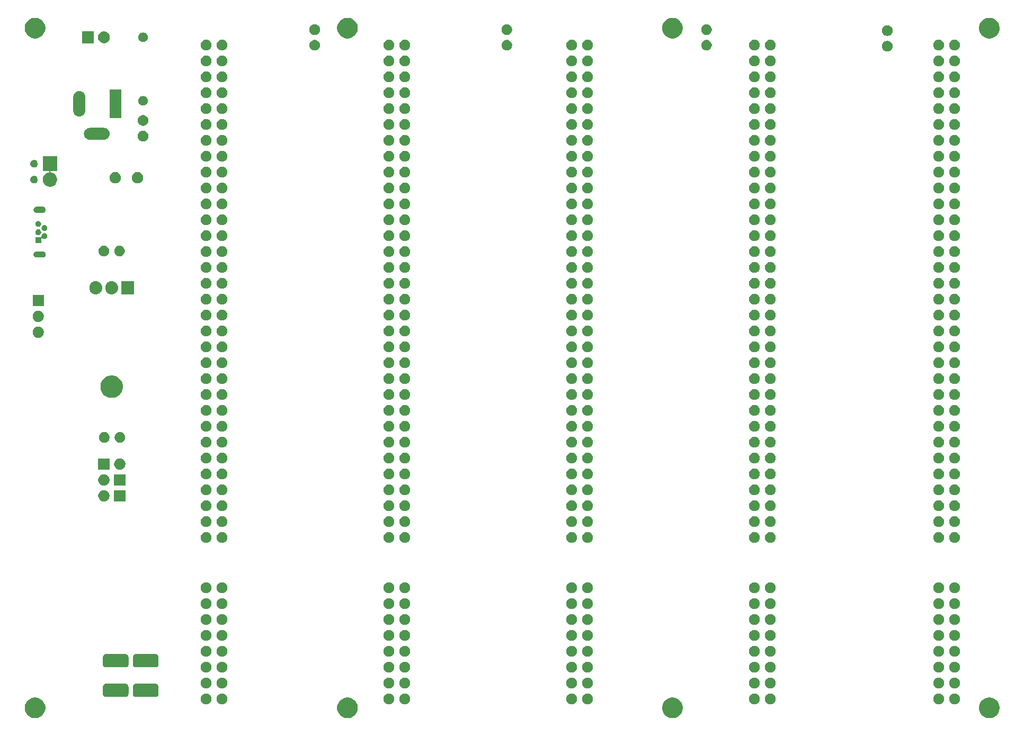
<source format=gbr>
G04 #@! TF.GenerationSoftware,KiCad,Pcbnew,(5.1.5-0-10_14)*
G04 #@! TF.CreationDate,2021-07-25T00:39:12+01:00*
G04 #@! TF.ProjectId,roscbus04,726f7363-6275-4733-9034-2e6b69636164,rev?*
G04 #@! TF.SameCoordinates,Original*
G04 #@! TF.FileFunction,Soldermask,Bot*
G04 #@! TF.FilePolarity,Negative*
%FSLAX46Y46*%
G04 Gerber Fmt 4.6, Leading zero omitted, Abs format (unit mm)*
G04 Created by KiCad (PCBNEW (5.1.5-0-10_14)) date 2021-07-25 00:39:12*
%MOMM*%
%LPD*%
G04 APERTURE LIST*
%ADD10C,0.100000*%
G04 APERTURE END LIST*
D10*
G36*
X225295256Y-145761298D02*
G01*
X225401579Y-145782447D01*
X225702042Y-145906903D01*
X225972451Y-146087585D01*
X226202415Y-146317549D01*
X226383097Y-146587958D01*
X226507553Y-146888421D01*
X226571000Y-147207391D01*
X226571000Y-147532609D01*
X226507553Y-147851579D01*
X226383097Y-148152042D01*
X226202415Y-148422451D01*
X225972451Y-148652415D01*
X225702042Y-148833097D01*
X225401579Y-148957553D01*
X225295256Y-148978702D01*
X225082611Y-149021000D01*
X224757389Y-149021000D01*
X224544744Y-148978702D01*
X224438421Y-148957553D01*
X224137958Y-148833097D01*
X223867549Y-148652415D01*
X223637585Y-148422451D01*
X223456903Y-148152042D01*
X223332447Y-147851579D01*
X223269000Y-147532609D01*
X223269000Y-147207391D01*
X223332447Y-146888421D01*
X223456903Y-146587958D01*
X223637585Y-146317549D01*
X223867549Y-146087585D01*
X224137958Y-145906903D01*
X224438421Y-145782447D01*
X224544744Y-145761298D01*
X224757389Y-145719000D01*
X225082611Y-145719000D01*
X225295256Y-145761298D01*
G37*
G36*
X174651922Y-145761298D02*
G01*
X174758245Y-145782447D01*
X175058708Y-145906903D01*
X175329117Y-146087585D01*
X175559081Y-146317549D01*
X175739763Y-146587958D01*
X175864219Y-146888421D01*
X175927666Y-147207391D01*
X175927666Y-147532609D01*
X175864219Y-147851579D01*
X175739763Y-148152042D01*
X175559081Y-148422451D01*
X175329117Y-148652415D01*
X175058708Y-148833097D01*
X174758245Y-148957553D01*
X174651922Y-148978702D01*
X174439277Y-149021000D01*
X174114055Y-149021000D01*
X173901410Y-148978702D01*
X173795087Y-148957553D01*
X173494624Y-148833097D01*
X173224215Y-148652415D01*
X172994251Y-148422451D01*
X172813569Y-148152042D01*
X172689113Y-147851579D01*
X172625666Y-147532609D01*
X172625666Y-147207391D01*
X172689113Y-146888421D01*
X172813569Y-146587958D01*
X172994251Y-146317549D01*
X173224215Y-146087585D01*
X173494624Y-145906903D01*
X173795087Y-145782447D01*
X173901410Y-145761298D01*
X174114055Y-145719000D01*
X174439277Y-145719000D01*
X174651922Y-145761298D01*
G37*
G36*
X122711922Y-145761298D02*
G01*
X122818245Y-145782447D01*
X123118708Y-145906903D01*
X123389117Y-146087585D01*
X123619081Y-146317549D01*
X123799763Y-146587958D01*
X123924219Y-146888421D01*
X123987666Y-147207391D01*
X123987666Y-147532609D01*
X123924219Y-147851579D01*
X123799763Y-148152042D01*
X123619081Y-148422451D01*
X123389117Y-148652415D01*
X123118708Y-148833097D01*
X122818245Y-148957553D01*
X122711922Y-148978702D01*
X122499277Y-149021000D01*
X122174055Y-149021000D01*
X121961410Y-148978702D01*
X121855087Y-148957553D01*
X121554624Y-148833097D01*
X121284215Y-148652415D01*
X121054251Y-148422451D01*
X120873569Y-148152042D01*
X120749113Y-147851579D01*
X120685666Y-147532609D01*
X120685666Y-147207391D01*
X120749113Y-146888421D01*
X120873569Y-146587958D01*
X121054251Y-146317549D01*
X121284215Y-146087585D01*
X121554624Y-145906903D01*
X121855087Y-145782447D01*
X121961410Y-145761298D01*
X122174055Y-145719000D01*
X122499277Y-145719000D01*
X122711922Y-145761298D01*
G37*
G36*
X72785256Y-145761298D02*
G01*
X72891579Y-145782447D01*
X73192042Y-145906903D01*
X73462451Y-146087585D01*
X73692415Y-146317549D01*
X73873097Y-146587958D01*
X73997553Y-146888421D01*
X74061000Y-147207391D01*
X74061000Y-147532609D01*
X73997553Y-147851579D01*
X73873097Y-148152042D01*
X73692415Y-148422451D01*
X73462451Y-148652415D01*
X73192042Y-148833097D01*
X72891579Y-148957553D01*
X72785256Y-148978702D01*
X72572611Y-149021000D01*
X72247389Y-149021000D01*
X72034744Y-148978702D01*
X71928421Y-148957553D01*
X71627958Y-148833097D01*
X71357549Y-148652415D01*
X71127585Y-148422451D01*
X70946903Y-148152042D01*
X70822447Y-147851579D01*
X70759000Y-147532609D01*
X70759000Y-147207391D01*
X70822447Y-146888421D01*
X70946903Y-146587958D01*
X71127585Y-146317549D01*
X71357549Y-146087585D01*
X71627958Y-145906903D01*
X71928421Y-145782447D01*
X72034744Y-145761298D01*
X72247389Y-145719000D01*
X72572611Y-145719000D01*
X72785256Y-145761298D01*
G37*
G36*
X160978903Y-145101587D02*
G01*
X161136068Y-145166687D01*
X161277513Y-145261198D01*
X161397802Y-145381487D01*
X161492313Y-145522932D01*
X161557413Y-145680097D01*
X161590600Y-145846943D01*
X161590600Y-146017057D01*
X161557413Y-146183903D01*
X161492313Y-146341068D01*
X161397802Y-146482513D01*
X161277513Y-146602802D01*
X161136068Y-146697313D01*
X160978903Y-146762413D01*
X160812057Y-146795600D01*
X160641943Y-146795600D01*
X160475097Y-146762413D01*
X160317932Y-146697313D01*
X160176487Y-146602802D01*
X160056198Y-146482513D01*
X159961687Y-146341068D01*
X159896587Y-146183903D01*
X159863400Y-146017057D01*
X159863400Y-145846943D01*
X159896587Y-145680097D01*
X159961687Y-145522932D01*
X160056198Y-145381487D01*
X160176487Y-145261198D01*
X160317932Y-145166687D01*
X160475097Y-145101587D01*
X160641943Y-145068400D01*
X160812057Y-145068400D01*
X160978903Y-145101587D01*
G37*
G36*
X158438903Y-145101587D02*
G01*
X158596068Y-145166687D01*
X158737513Y-145261198D01*
X158857802Y-145381487D01*
X158952313Y-145522932D01*
X159017413Y-145680097D01*
X159050600Y-145846943D01*
X159050600Y-146017057D01*
X159017413Y-146183903D01*
X158952313Y-146341068D01*
X158857802Y-146482513D01*
X158737513Y-146602802D01*
X158596068Y-146697313D01*
X158438903Y-146762413D01*
X158272057Y-146795600D01*
X158101943Y-146795600D01*
X157935097Y-146762413D01*
X157777932Y-146697313D01*
X157636487Y-146602802D01*
X157516198Y-146482513D01*
X157421687Y-146341068D01*
X157356587Y-146183903D01*
X157323400Y-146017057D01*
X157323400Y-145846943D01*
X157356587Y-145680097D01*
X157421687Y-145522932D01*
X157516198Y-145381487D01*
X157636487Y-145261198D01*
X157777932Y-145166687D01*
X157935097Y-145101587D01*
X158101943Y-145068400D01*
X158272057Y-145068400D01*
X158438903Y-145101587D01*
G37*
G36*
X131768903Y-145101587D02*
G01*
X131926068Y-145166687D01*
X132067513Y-145261198D01*
X132187802Y-145381487D01*
X132282313Y-145522932D01*
X132347413Y-145680097D01*
X132380600Y-145846943D01*
X132380600Y-146017057D01*
X132347413Y-146183903D01*
X132282313Y-146341068D01*
X132187802Y-146482513D01*
X132067513Y-146602802D01*
X131926068Y-146697313D01*
X131768903Y-146762413D01*
X131602057Y-146795600D01*
X131431943Y-146795600D01*
X131265097Y-146762413D01*
X131107932Y-146697313D01*
X130966487Y-146602802D01*
X130846198Y-146482513D01*
X130751687Y-146341068D01*
X130686587Y-146183903D01*
X130653400Y-146017057D01*
X130653400Y-145846943D01*
X130686587Y-145680097D01*
X130751687Y-145522932D01*
X130846198Y-145381487D01*
X130966487Y-145261198D01*
X131107932Y-145166687D01*
X131265097Y-145101587D01*
X131431943Y-145068400D01*
X131602057Y-145068400D01*
X131768903Y-145101587D01*
G37*
G36*
X129228903Y-145101587D02*
G01*
X129386068Y-145166687D01*
X129527513Y-145261198D01*
X129647802Y-145381487D01*
X129742313Y-145522932D01*
X129807413Y-145680097D01*
X129840600Y-145846943D01*
X129840600Y-146017057D01*
X129807413Y-146183903D01*
X129742313Y-146341068D01*
X129647802Y-146482513D01*
X129527513Y-146602802D01*
X129386068Y-146697313D01*
X129228903Y-146762413D01*
X129062057Y-146795600D01*
X128891943Y-146795600D01*
X128725097Y-146762413D01*
X128567932Y-146697313D01*
X128426487Y-146602802D01*
X128306198Y-146482513D01*
X128211687Y-146341068D01*
X128146587Y-146183903D01*
X128113400Y-146017057D01*
X128113400Y-145846943D01*
X128146587Y-145680097D01*
X128211687Y-145522932D01*
X128306198Y-145381487D01*
X128426487Y-145261198D01*
X128567932Y-145166687D01*
X128725097Y-145101587D01*
X128891943Y-145068400D01*
X129062057Y-145068400D01*
X129228903Y-145101587D01*
G37*
G36*
X102558903Y-145101587D02*
G01*
X102716068Y-145166687D01*
X102857513Y-145261198D01*
X102977802Y-145381487D01*
X103072313Y-145522932D01*
X103137413Y-145680097D01*
X103170600Y-145846943D01*
X103170600Y-146017057D01*
X103137413Y-146183903D01*
X103072313Y-146341068D01*
X102977802Y-146482513D01*
X102857513Y-146602802D01*
X102716068Y-146697313D01*
X102558903Y-146762413D01*
X102392057Y-146795600D01*
X102221943Y-146795600D01*
X102055097Y-146762413D01*
X101897932Y-146697313D01*
X101756487Y-146602802D01*
X101636198Y-146482513D01*
X101541687Y-146341068D01*
X101476587Y-146183903D01*
X101443400Y-146017057D01*
X101443400Y-145846943D01*
X101476587Y-145680097D01*
X101541687Y-145522932D01*
X101636198Y-145381487D01*
X101756487Y-145261198D01*
X101897932Y-145166687D01*
X102055097Y-145101587D01*
X102221943Y-145068400D01*
X102392057Y-145068400D01*
X102558903Y-145101587D01*
G37*
G36*
X100018903Y-145101587D02*
G01*
X100176068Y-145166687D01*
X100317513Y-145261198D01*
X100437802Y-145381487D01*
X100532313Y-145522932D01*
X100597413Y-145680097D01*
X100630600Y-145846943D01*
X100630600Y-146017057D01*
X100597413Y-146183903D01*
X100532313Y-146341068D01*
X100437802Y-146482513D01*
X100317513Y-146602802D01*
X100176068Y-146697313D01*
X100018903Y-146762413D01*
X99852057Y-146795600D01*
X99681943Y-146795600D01*
X99515097Y-146762413D01*
X99357932Y-146697313D01*
X99216487Y-146602802D01*
X99096198Y-146482513D01*
X99001687Y-146341068D01*
X98936587Y-146183903D01*
X98903400Y-146017057D01*
X98903400Y-145846943D01*
X98936587Y-145680097D01*
X99001687Y-145522932D01*
X99096198Y-145381487D01*
X99216487Y-145261198D01*
X99357932Y-145166687D01*
X99515097Y-145101587D01*
X99681943Y-145068400D01*
X99852057Y-145068400D01*
X100018903Y-145101587D01*
G37*
G36*
X190188903Y-145101587D02*
G01*
X190346068Y-145166687D01*
X190487513Y-145261198D01*
X190607802Y-145381487D01*
X190702313Y-145522932D01*
X190767413Y-145680097D01*
X190800600Y-145846943D01*
X190800600Y-146017057D01*
X190767413Y-146183903D01*
X190702313Y-146341068D01*
X190607802Y-146482513D01*
X190487513Y-146602802D01*
X190346068Y-146697313D01*
X190188903Y-146762413D01*
X190022057Y-146795600D01*
X189851943Y-146795600D01*
X189685097Y-146762413D01*
X189527932Y-146697313D01*
X189386487Y-146602802D01*
X189266198Y-146482513D01*
X189171687Y-146341068D01*
X189106587Y-146183903D01*
X189073400Y-146017057D01*
X189073400Y-145846943D01*
X189106587Y-145680097D01*
X189171687Y-145522932D01*
X189266198Y-145381487D01*
X189386487Y-145261198D01*
X189527932Y-145166687D01*
X189685097Y-145101587D01*
X189851943Y-145068400D01*
X190022057Y-145068400D01*
X190188903Y-145101587D01*
G37*
G36*
X187648903Y-145101587D02*
G01*
X187806068Y-145166687D01*
X187947513Y-145261198D01*
X188067802Y-145381487D01*
X188162313Y-145522932D01*
X188227413Y-145680097D01*
X188260600Y-145846943D01*
X188260600Y-146017057D01*
X188227413Y-146183903D01*
X188162313Y-146341068D01*
X188067802Y-146482513D01*
X187947513Y-146602802D01*
X187806068Y-146697313D01*
X187648903Y-146762413D01*
X187482057Y-146795600D01*
X187311943Y-146795600D01*
X187145097Y-146762413D01*
X186987932Y-146697313D01*
X186846487Y-146602802D01*
X186726198Y-146482513D01*
X186631687Y-146341068D01*
X186566587Y-146183903D01*
X186533400Y-146017057D01*
X186533400Y-145846943D01*
X186566587Y-145680097D01*
X186631687Y-145522932D01*
X186726198Y-145381487D01*
X186846487Y-145261198D01*
X186987932Y-145166687D01*
X187145097Y-145101587D01*
X187311943Y-145068400D01*
X187482057Y-145068400D01*
X187648903Y-145101587D01*
G37*
G36*
X217074903Y-145101587D02*
G01*
X217232068Y-145166687D01*
X217373513Y-145261198D01*
X217493802Y-145381487D01*
X217588313Y-145522932D01*
X217653413Y-145680097D01*
X217686600Y-145846943D01*
X217686600Y-146017057D01*
X217653413Y-146183903D01*
X217588313Y-146341068D01*
X217493802Y-146482513D01*
X217373513Y-146602802D01*
X217232068Y-146697313D01*
X217074903Y-146762413D01*
X216908057Y-146795600D01*
X216737943Y-146795600D01*
X216571097Y-146762413D01*
X216413932Y-146697313D01*
X216272487Y-146602802D01*
X216152198Y-146482513D01*
X216057687Y-146341068D01*
X215992587Y-146183903D01*
X215959400Y-146017057D01*
X215959400Y-145846943D01*
X215992587Y-145680097D01*
X216057687Y-145522932D01*
X216152198Y-145381487D01*
X216272487Y-145261198D01*
X216413932Y-145166687D01*
X216571097Y-145101587D01*
X216737943Y-145068400D01*
X216908057Y-145068400D01*
X217074903Y-145101587D01*
G37*
G36*
X219614903Y-145101587D02*
G01*
X219772068Y-145166687D01*
X219913513Y-145261198D01*
X220033802Y-145381487D01*
X220128313Y-145522932D01*
X220193413Y-145680097D01*
X220226600Y-145846943D01*
X220226600Y-146017057D01*
X220193413Y-146183903D01*
X220128313Y-146341068D01*
X220033802Y-146482513D01*
X219913513Y-146602802D01*
X219772068Y-146697313D01*
X219614903Y-146762413D01*
X219448057Y-146795600D01*
X219277943Y-146795600D01*
X219111097Y-146762413D01*
X218953932Y-146697313D01*
X218812487Y-146602802D01*
X218692198Y-146482513D01*
X218597687Y-146341068D01*
X218532587Y-146183903D01*
X218499400Y-146017057D01*
X218499400Y-145846943D01*
X218532587Y-145680097D01*
X218597687Y-145522932D01*
X218692198Y-145381487D01*
X218812487Y-145261198D01*
X218953932Y-145166687D01*
X219111097Y-145101587D01*
X219277943Y-145068400D01*
X219448057Y-145068400D01*
X219614903Y-145101587D01*
G37*
G36*
X91773210Y-143518489D02*
G01*
X91859950Y-143544802D01*
X91939889Y-143587530D01*
X92009962Y-143645038D01*
X92067470Y-143715111D01*
X92110198Y-143795050D01*
X92136511Y-143881790D01*
X92146000Y-143978140D01*
X92146000Y-145141860D01*
X92136511Y-145238210D01*
X92110198Y-145324950D01*
X92067470Y-145404889D01*
X92009962Y-145474962D01*
X91939889Y-145532470D01*
X91859950Y-145575198D01*
X91773210Y-145601511D01*
X91676860Y-145611000D01*
X88513140Y-145611000D01*
X88416790Y-145601511D01*
X88330050Y-145575198D01*
X88250111Y-145532470D01*
X88180038Y-145474962D01*
X88122530Y-145404889D01*
X88079802Y-145324950D01*
X88053489Y-145238210D01*
X88044000Y-145141860D01*
X88044000Y-143978140D01*
X88053489Y-143881790D01*
X88079802Y-143795050D01*
X88122530Y-143715111D01*
X88180038Y-143645038D01*
X88250111Y-143587530D01*
X88330050Y-143544802D01*
X88416790Y-143518489D01*
X88513140Y-143509000D01*
X91676860Y-143509000D01*
X91773210Y-143518489D01*
G37*
G36*
X86973210Y-143518489D02*
G01*
X87059950Y-143544802D01*
X87139889Y-143587530D01*
X87209962Y-143645038D01*
X87267470Y-143715111D01*
X87310198Y-143795050D01*
X87336511Y-143881790D01*
X87346000Y-143978140D01*
X87346000Y-145141860D01*
X87336511Y-145238210D01*
X87310198Y-145324950D01*
X87267470Y-145404889D01*
X87209962Y-145474962D01*
X87139889Y-145532470D01*
X87059950Y-145575198D01*
X86973210Y-145601511D01*
X86876860Y-145611000D01*
X83713140Y-145611000D01*
X83616790Y-145601511D01*
X83530050Y-145575198D01*
X83450111Y-145532470D01*
X83380038Y-145474962D01*
X83322530Y-145404889D01*
X83279802Y-145324950D01*
X83253489Y-145238210D01*
X83244000Y-145141860D01*
X83244000Y-143978140D01*
X83253489Y-143881790D01*
X83279802Y-143795050D01*
X83322530Y-143715111D01*
X83380038Y-143645038D01*
X83450111Y-143587530D01*
X83530050Y-143544802D01*
X83616790Y-143518489D01*
X83713140Y-143509000D01*
X86876860Y-143509000D01*
X86973210Y-143518489D01*
G37*
G36*
X219614903Y-142561587D02*
G01*
X219772068Y-142626687D01*
X219913513Y-142721198D01*
X220033802Y-142841487D01*
X220128313Y-142982932D01*
X220193413Y-143140097D01*
X220226600Y-143306943D01*
X220226600Y-143477057D01*
X220193413Y-143643903D01*
X220128313Y-143801068D01*
X220033802Y-143942513D01*
X219913513Y-144062802D01*
X219772068Y-144157313D01*
X219614903Y-144222413D01*
X219448057Y-144255600D01*
X219277943Y-144255600D01*
X219111097Y-144222413D01*
X218953932Y-144157313D01*
X218812487Y-144062802D01*
X218692198Y-143942513D01*
X218597687Y-143801068D01*
X218532587Y-143643903D01*
X218499400Y-143477057D01*
X218499400Y-143306943D01*
X218532587Y-143140097D01*
X218597687Y-142982932D01*
X218692198Y-142841487D01*
X218812487Y-142721198D01*
X218953932Y-142626687D01*
X219111097Y-142561587D01*
X219277943Y-142528400D01*
X219448057Y-142528400D01*
X219614903Y-142561587D01*
G37*
G36*
X217074903Y-142561587D02*
G01*
X217232068Y-142626687D01*
X217373513Y-142721198D01*
X217493802Y-142841487D01*
X217588313Y-142982932D01*
X217653413Y-143140097D01*
X217686600Y-143306943D01*
X217686600Y-143477057D01*
X217653413Y-143643903D01*
X217588313Y-143801068D01*
X217493802Y-143942513D01*
X217373513Y-144062802D01*
X217232068Y-144157313D01*
X217074903Y-144222413D01*
X216908057Y-144255600D01*
X216737943Y-144255600D01*
X216571097Y-144222413D01*
X216413932Y-144157313D01*
X216272487Y-144062802D01*
X216152198Y-143942513D01*
X216057687Y-143801068D01*
X215992587Y-143643903D01*
X215959400Y-143477057D01*
X215959400Y-143306943D01*
X215992587Y-143140097D01*
X216057687Y-142982932D01*
X216152198Y-142841487D01*
X216272487Y-142721198D01*
X216413932Y-142626687D01*
X216571097Y-142561587D01*
X216737943Y-142528400D01*
X216908057Y-142528400D01*
X217074903Y-142561587D01*
G37*
G36*
X100018903Y-142561587D02*
G01*
X100176068Y-142626687D01*
X100317513Y-142721198D01*
X100437802Y-142841487D01*
X100532313Y-142982932D01*
X100597413Y-143140097D01*
X100630600Y-143306943D01*
X100630600Y-143477057D01*
X100597413Y-143643903D01*
X100532313Y-143801068D01*
X100437802Y-143942513D01*
X100317513Y-144062802D01*
X100176068Y-144157313D01*
X100018903Y-144222413D01*
X99852057Y-144255600D01*
X99681943Y-144255600D01*
X99515097Y-144222413D01*
X99357932Y-144157313D01*
X99216487Y-144062802D01*
X99096198Y-143942513D01*
X99001687Y-143801068D01*
X98936587Y-143643903D01*
X98903400Y-143477057D01*
X98903400Y-143306943D01*
X98936587Y-143140097D01*
X99001687Y-142982932D01*
X99096198Y-142841487D01*
X99216487Y-142721198D01*
X99357932Y-142626687D01*
X99515097Y-142561587D01*
X99681943Y-142528400D01*
X99852057Y-142528400D01*
X100018903Y-142561587D01*
G37*
G36*
X102558903Y-142561587D02*
G01*
X102716068Y-142626687D01*
X102857513Y-142721198D01*
X102977802Y-142841487D01*
X103072313Y-142982932D01*
X103137413Y-143140097D01*
X103170600Y-143306943D01*
X103170600Y-143477057D01*
X103137413Y-143643903D01*
X103072313Y-143801068D01*
X102977802Y-143942513D01*
X102857513Y-144062802D01*
X102716068Y-144157313D01*
X102558903Y-144222413D01*
X102392057Y-144255600D01*
X102221943Y-144255600D01*
X102055097Y-144222413D01*
X101897932Y-144157313D01*
X101756487Y-144062802D01*
X101636198Y-143942513D01*
X101541687Y-143801068D01*
X101476587Y-143643903D01*
X101443400Y-143477057D01*
X101443400Y-143306943D01*
X101476587Y-143140097D01*
X101541687Y-142982932D01*
X101636198Y-142841487D01*
X101756487Y-142721198D01*
X101897932Y-142626687D01*
X102055097Y-142561587D01*
X102221943Y-142528400D01*
X102392057Y-142528400D01*
X102558903Y-142561587D01*
G37*
G36*
X129228903Y-142561587D02*
G01*
X129386068Y-142626687D01*
X129527513Y-142721198D01*
X129647802Y-142841487D01*
X129742313Y-142982932D01*
X129807413Y-143140097D01*
X129840600Y-143306943D01*
X129840600Y-143477057D01*
X129807413Y-143643903D01*
X129742313Y-143801068D01*
X129647802Y-143942513D01*
X129527513Y-144062802D01*
X129386068Y-144157313D01*
X129228903Y-144222413D01*
X129062057Y-144255600D01*
X128891943Y-144255600D01*
X128725097Y-144222413D01*
X128567932Y-144157313D01*
X128426487Y-144062802D01*
X128306198Y-143942513D01*
X128211687Y-143801068D01*
X128146587Y-143643903D01*
X128113400Y-143477057D01*
X128113400Y-143306943D01*
X128146587Y-143140097D01*
X128211687Y-142982932D01*
X128306198Y-142841487D01*
X128426487Y-142721198D01*
X128567932Y-142626687D01*
X128725097Y-142561587D01*
X128891943Y-142528400D01*
X129062057Y-142528400D01*
X129228903Y-142561587D01*
G37*
G36*
X131768903Y-142561587D02*
G01*
X131926068Y-142626687D01*
X132067513Y-142721198D01*
X132187802Y-142841487D01*
X132282313Y-142982932D01*
X132347413Y-143140097D01*
X132380600Y-143306943D01*
X132380600Y-143477057D01*
X132347413Y-143643903D01*
X132282313Y-143801068D01*
X132187802Y-143942513D01*
X132067513Y-144062802D01*
X131926068Y-144157313D01*
X131768903Y-144222413D01*
X131602057Y-144255600D01*
X131431943Y-144255600D01*
X131265097Y-144222413D01*
X131107932Y-144157313D01*
X130966487Y-144062802D01*
X130846198Y-143942513D01*
X130751687Y-143801068D01*
X130686587Y-143643903D01*
X130653400Y-143477057D01*
X130653400Y-143306943D01*
X130686587Y-143140097D01*
X130751687Y-142982932D01*
X130846198Y-142841487D01*
X130966487Y-142721198D01*
X131107932Y-142626687D01*
X131265097Y-142561587D01*
X131431943Y-142528400D01*
X131602057Y-142528400D01*
X131768903Y-142561587D01*
G37*
G36*
X158438903Y-142561587D02*
G01*
X158596068Y-142626687D01*
X158737513Y-142721198D01*
X158857802Y-142841487D01*
X158952313Y-142982932D01*
X159017413Y-143140097D01*
X159050600Y-143306943D01*
X159050600Y-143477057D01*
X159017413Y-143643903D01*
X158952313Y-143801068D01*
X158857802Y-143942513D01*
X158737513Y-144062802D01*
X158596068Y-144157313D01*
X158438903Y-144222413D01*
X158272057Y-144255600D01*
X158101943Y-144255600D01*
X157935097Y-144222413D01*
X157777932Y-144157313D01*
X157636487Y-144062802D01*
X157516198Y-143942513D01*
X157421687Y-143801068D01*
X157356587Y-143643903D01*
X157323400Y-143477057D01*
X157323400Y-143306943D01*
X157356587Y-143140097D01*
X157421687Y-142982932D01*
X157516198Y-142841487D01*
X157636487Y-142721198D01*
X157777932Y-142626687D01*
X157935097Y-142561587D01*
X158101943Y-142528400D01*
X158272057Y-142528400D01*
X158438903Y-142561587D01*
G37*
G36*
X187648903Y-142561587D02*
G01*
X187806068Y-142626687D01*
X187947513Y-142721198D01*
X188067802Y-142841487D01*
X188162313Y-142982932D01*
X188227413Y-143140097D01*
X188260600Y-143306943D01*
X188260600Y-143477057D01*
X188227413Y-143643903D01*
X188162313Y-143801068D01*
X188067802Y-143942513D01*
X187947513Y-144062802D01*
X187806068Y-144157313D01*
X187648903Y-144222413D01*
X187482057Y-144255600D01*
X187311943Y-144255600D01*
X187145097Y-144222413D01*
X186987932Y-144157313D01*
X186846487Y-144062802D01*
X186726198Y-143942513D01*
X186631687Y-143801068D01*
X186566587Y-143643903D01*
X186533400Y-143477057D01*
X186533400Y-143306943D01*
X186566587Y-143140097D01*
X186631687Y-142982932D01*
X186726198Y-142841487D01*
X186846487Y-142721198D01*
X186987932Y-142626687D01*
X187145097Y-142561587D01*
X187311943Y-142528400D01*
X187482057Y-142528400D01*
X187648903Y-142561587D01*
G37*
G36*
X190188903Y-142561587D02*
G01*
X190346068Y-142626687D01*
X190487513Y-142721198D01*
X190607802Y-142841487D01*
X190702313Y-142982932D01*
X190767413Y-143140097D01*
X190800600Y-143306943D01*
X190800600Y-143477057D01*
X190767413Y-143643903D01*
X190702313Y-143801068D01*
X190607802Y-143942513D01*
X190487513Y-144062802D01*
X190346068Y-144157313D01*
X190188903Y-144222413D01*
X190022057Y-144255600D01*
X189851943Y-144255600D01*
X189685097Y-144222413D01*
X189527932Y-144157313D01*
X189386487Y-144062802D01*
X189266198Y-143942513D01*
X189171687Y-143801068D01*
X189106587Y-143643903D01*
X189073400Y-143477057D01*
X189073400Y-143306943D01*
X189106587Y-143140097D01*
X189171687Y-142982932D01*
X189266198Y-142841487D01*
X189386487Y-142721198D01*
X189527932Y-142626687D01*
X189685097Y-142561587D01*
X189851943Y-142528400D01*
X190022057Y-142528400D01*
X190188903Y-142561587D01*
G37*
G36*
X160978903Y-142561587D02*
G01*
X161136068Y-142626687D01*
X161277513Y-142721198D01*
X161397802Y-142841487D01*
X161492313Y-142982932D01*
X161557413Y-143140097D01*
X161590600Y-143306943D01*
X161590600Y-143477057D01*
X161557413Y-143643903D01*
X161492313Y-143801068D01*
X161397802Y-143942513D01*
X161277513Y-144062802D01*
X161136068Y-144157313D01*
X160978903Y-144222413D01*
X160812057Y-144255600D01*
X160641943Y-144255600D01*
X160475097Y-144222413D01*
X160317932Y-144157313D01*
X160176487Y-144062802D01*
X160056198Y-143942513D01*
X159961687Y-143801068D01*
X159896587Y-143643903D01*
X159863400Y-143477057D01*
X159863400Y-143306943D01*
X159896587Y-143140097D01*
X159961687Y-142982932D01*
X160056198Y-142841487D01*
X160176487Y-142721198D01*
X160317932Y-142626687D01*
X160475097Y-142561587D01*
X160641943Y-142528400D01*
X160812057Y-142528400D01*
X160978903Y-142561587D01*
G37*
G36*
X102558903Y-140021587D02*
G01*
X102716068Y-140086687D01*
X102857513Y-140181198D01*
X102977802Y-140301487D01*
X103072313Y-140442932D01*
X103137413Y-140600097D01*
X103170600Y-140766943D01*
X103170600Y-140937057D01*
X103137413Y-141103903D01*
X103072313Y-141261068D01*
X102977802Y-141402513D01*
X102857513Y-141522802D01*
X102716068Y-141617313D01*
X102558903Y-141682413D01*
X102392057Y-141715600D01*
X102221943Y-141715600D01*
X102055097Y-141682413D01*
X101897932Y-141617313D01*
X101756487Y-141522802D01*
X101636198Y-141402513D01*
X101541687Y-141261068D01*
X101476587Y-141103903D01*
X101443400Y-140937057D01*
X101443400Y-140766943D01*
X101476587Y-140600097D01*
X101541687Y-140442932D01*
X101636198Y-140301487D01*
X101756487Y-140181198D01*
X101897932Y-140086687D01*
X102055097Y-140021587D01*
X102221943Y-139988400D01*
X102392057Y-139988400D01*
X102558903Y-140021587D01*
G37*
G36*
X129228903Y-140021587D02*
G01*
X129386068Y-140086687D01*
X129527513Y-140181198D01*
X129647802Y-140301487D01*
X129742313Y-140442932D01*
X129807413Y-140600097D01*
X129840600Y-140766943D01*
X129840600Y-140937057D01*
X129807413Y-141103903D01*
X129742313Y-141261068D01*
X129647802Y-141402513D01*
X129527513Y-141522802D01*
X129386068Y-141617313D01*
X129228903Y-141682413D01*
X129062057Y-141715600D01*
X128891943Y-141715600D01*
X128725097Y-141682413D01*
X128567932Y-141617313D01*
X128426487Y-141522802D01*
X128306198Y-141402513D01*
X128211687Y-141261068D01*
X128146587Y-141103903D01*
X128113400Y-140937057D01*
X128113400Y-140766943D01*
X128146587Y-140600097D01*
X128211687Y-140442932D01*
X128306198Y-140301487D01*
X128426487Y-140181198D01*
X128567932Y-140086687D01*
X128725097Y-140021587D01*
X128891943Y-139988400D01*
X129062057Y-139988400D01*
X129228903Y-140021587D01*
G37*
G36*
X131768903Y-140021587D02*
G01*
X131926068Y-140086687D01*
X132067513Y-140181198D01*
X132187802Y-140301487D01*
X132282313Y-140442932D01*
X132347413Y-140600097D01*
X132380600Y-140766943D01*
X132380600Y-140937057D01*
X132347413Y-141103903D01*
X132282313Y-141261068D01*
X132187802Y-141402513D01*
X132067513Y-141522802D01*
X131926068Y-141617313D01*
X131768903Y-141682413D01*
X131602057Y-141715600D01*
X131431943Y-141715600D01*
X131265097Y-141682413D01*
X131107932Y-141617313D01*
X130966487Y-141522802D01*
X130846198Y-141402513D01*
X130751687Y-141261068D01*
X130686587Y-141103903D01*
X130653400Y-140937057D01*
X130653400Y-140766943D01*
X130686587Y-140600097D01*
X130751687Y-140442932D01*
X130846198Y-140301487D01*
X130966487Y-140181198D01*
X131107932Y-140086687D01*
X131265097Y-140021587D01*
X131431943Y-139988400D01*
X131602057Y-139988400D01*
X131768903Y-140021587D01*
G37*
G36*
X160978903Y-140021587D02*
G01*
X161136068Y-140086687D01*
X161277513Y-140181198D01*
X161397802Y-140301487D01*
X161492313Y-140442932D01*
X161557413Y-140600097D01*
X161590600Y-140766943D01*
X161590600Y-140937057D01*
X161557413Y-141103903D01*
X161492313Y-141261068D01*
X161397802Y-141402513D01*
X161277513Y-141522802D01*
X161136068Y-141617313D01*
X160978903Y-141682413D01*
X160812057Y-141715600D01*
X160641943Y-141715600D01*
X160475097Y-141682413D01*
X160317932Y-141617313D01*
X160176487Y-141522802D01*
X160056198Y-141402513D01*
X159961687Y-141261068D01*
X159896587Y-141103903D01*
X159863400Y-140937057D01*
X159863400Y-140766943D01*
X159896587Y-140600097D01*
X159961687Y-140442932D01*
X160056198Y-140301487D01*
X160176487Y-140181198D01*
X160317932Y-140086687D01*
X160475097Y-140021587D01*
X160641943Y-139988400D01*
X160812057Y-139988400D01*
X160978903Y-140021587D01*
G37*
G36*
X158438903Y-140021587D02*
G01*
X158596068Y-140086687D01*
X158737513Y-140181198D01*
X158857802Y-140301487D01*
X158952313Y-140442932D01*
X159017413Y-140600097D01*
X159050600Y-140766943D01*
X159050600Y-140937057D01*
X159017413Y-141103903D01*
X158952313Y-141261068D01*
X158857802Y-141402513D01*
X158737513Y-141522802D01*
X158596068Y-141617313D01*
X158438903Y-141682413D01*
X158272057Y-141715600D01*
X158101943Y-141715600D01*
X157935097Y-141682413D01*
X157777932Y-141617313D01*
X157636487Y-141522802D01*
X157516198Y-141402513D01*
X157421687Y-141261068D01*
X157356587Y-141103903D01*
X157323400Y-140937057D01*
X157323400Y-140766943D01*
X157356587Y-140600097D01*
X157421687Y-140442932D01*
X157516198Y-140301487D01*
X157636487Y-140181198D01*
X157777932Y-140086687D01*
X157935097Y-140021587D01*
X158101943Y-139988400D01*
X158272057Y-139988400D01*
X158438903Y-140021587D01*
G37*
G36*
X100018903Y-140021587D02*
G01*
X100176068Y-140086687D01*
X100317513Y-140181198D01*
X100437802Y-140301487D01*
X100532313Y-140442932D01*
X100597413Y-140600097D01*
X100630600Y-140766943D01*
X100630600Y-140937057D01*
X100597413Y-141103903D01*
X100532313Y-141261068D01*
X100437802Y-141402513D01*
X100317513Y-141522802D01*
X100176068Y-141617313D01*
X100018903Y-141682413D01*
X99852057Y-141715600D01*
X99681943Y-141715600D01*
X99515097Y-141682413D01*
X99357932Y-141617313D01*
X99216487Y-141522802D01*
X99096198Y-141402513D01*
X99001687Y-141261068D01*
X98936587Y-141103903D01*
X98903400Y-140937057D01*
X98903400Y-140766943D01*
X98936587Y-140600097D01*
X99001687Y-140442932D01*
X99096198Y-140301487D01*
X99216487Y-140181198D01*
X99357932Y-140086687D01*
X99515097Y-140021587D01*
X99681943Y-139988400D01*
X99852057Y-139988400D01*
X100018903Y-140021587D01*
G37*
G36*
X190188903Y-140021587D02*
G01*
X190346068Y-140086687D01*
X190487513Y-140181198D01*
X190607802Y-140301487D01*
X190702313Y-140442932D01*
X190767413Y-140600097D01*
X190800600Y-140766943D01*
X190800600Y-140937057D01*
X190767413Y-141103903D01*
X190702313Y-141261068D01*
X190607802Y-141402513D01*
X190487513Y-141522802D01*
X190346068Y-141617313D01*
X190188903Y-141682413D01*
X190022057Y-141715600D01*
X189851943Y-141715600D01*
X189685097Y-141682413D01*
X189527932Y-141617313D01*
X189386487Y-141522802D01*
X189266198Y-141402513D01*
X189171687Y-141261068D01*
X189106587Y-141103903D01*
X189073400Y-140937057D01*
X189073400Y-140766943D01*
X189106587Y-140600097D01*
X189171687Y-140442932D01*
X189266198Y-140301487D01*
X189386487Y-140181198D01*
X189527932Y-140086687D01*
X189685097Y-140021587D01*
X189851943Y-139988400D01*
X190022057Y-139988400D01*
X190188903Y-140021587D01*
G37*
G36*
X187648903Y-140021587D02*
G01*
X187806068Y-140086687D01*
X187947513Y-140181198D01*
X188067802Y-140301487D01*
X188162313Y-140442932D01*
X188227413Y-140600097D01*
X188260600Y-140766943D01*
X188260600Y-140937057D01*
X188227413Y-141103903D01*
X188162313Y-141261068D01*
X188067802Y-141402513D01*
X187947513Y-141522802D01*
X187806068Y-141617313D01*
X187648903Y-141682413D01*
X187482057Y-141715600D01*
X187311943Y-141715600D01*
X187145097Y-141682413D01*
X186987932Y-141617313D01*
X186846487Y-141522802D01*
X186726198Y-141402513D01*
X186631687Y-141261068D01*
X186566587Y-141103903D01*
X186533400Y-140937057D01*
X186533400Y-140766943D01*
X186566587Y-140600097D01*
X186631687Y-140442932D01*
X186726198Y-140301487D01*
X186846487Y-140181198D01*
X186987932Y-140086687D01*
X187145097Y-140021587D01*
X187311943Y-139988400D01*
X187482057Y-139988400D01*
X187648903Y-140021587D01*
G37*
G36*
X217074903Y-140021587D02*
G01*
X217232068Y-140086687D01*
X217373513Y-140181198D01*
X217493802Y-140301487D01*
X217588313Y-140442932D01*
X217653413Y-140600097D01*
X217686600Y-140766943D01*
X217686600Y-140937057D01*
X217653413Y-141103903D01*
X217588313Y-141261068D01*
X217493802Y-141402513D01*
X217373513Y-141522802D01*
X217232068Y-141617313D01*
X217074903Y-141682413D01*
X216908057Y-141715600D01*
X216737943Y-141715600D01*
X216571097Y-141682413D01*
X216413932Y-141617313D01*
X216272487Y-141522802D01*
X216152198Y-141402513D01*
X216057687Y-141261068D01*
X215992587Y-141103903D01*
X215959400Y-140937057D01*
X215959400Y-140766943D01*
X215992587Y-140600097D01*
X216057687Y-140442932D01*
X216152198Y-140301487D01*
X216272487Y-140181198D01*
X216413932Y-140086687D01*
X216571097Y-140021587D01*
X216737943Y-139988400D01*
X216908057Y-139988400D01*
X217074903Y-140021587D01*
G37*
G36*
X219614903Y-140021587D02*
G01*
X219772068Y-140086687D01*
X219913513Y-140181198D01*
X220033802Y-140301487D01*
X220128313Y-140442932D01*
X220193413Y-140600097D01*
X220226600Y-140766943D01*
X220226600Y-140937057D01*
X220193413Y-141103903D01*
X220128313Y-141261068D01*
X220033802Y-141402513D01*
X219913513Y-141522802D01*
X219772068Y-141617313D01*
X219614903Y-141682413D01*
X219448057Y-141715600D01*
X219277943Y-141715600D01*
X219111097Y-141682413D01*
X218953932Y-141617313D01*
X218812487Y-141522802D01*
X218692198Y-141402513D01*
X218597687Y-141261068D01*
X218532587Y-141103903D01*
X218499400Y-140937057D01*
X218499400Y-140766943D01*
X218532587Y-140600097D01*
X218597687Y-140442932D01*
X218692198Y-140301487D01*
X218812487Y-140181198D01*
X218953932Y-140086687D01*
X219111097Y-140021587D01*
X219277943Y-139988400D01*
X219448057Y-139988400D01*
X219614903Y-140021587D01*
G37*
G36*
X86973210Y-138788489D02*
G01*
X87059950Y-138814802D01*
X87139889Y-138857530D01*
X87209962Y-138915038D01*
X87267470Y-138985111D01*
X87310198Y-139065050D01*
X87336511Y-139151790D01*
X87346000Y-139248140D01*
X87346000Y-140411860D01*
X87336511Y-140508210D01*
X87310198Y-140594950D01*
X87267470Y-140674889D01*
X87209962Y-140744962D01*
X87139889Y-140802470D01*
X87059950Y-140845198D01*
X86973210Y-140871511D01*
X86876860Y-140881000D01*
X83713140Y-140881000D01*
X83616790Y-140871511D01*
X83530050Y-140845198D01*
X83450111Y-140802470D01*
X83380038Y-140744962D01*
X83322530Y-140674889D01*
X83279802Y-140594950D01*
X83253489Y-140508210D01*
X83244000Y-140411860D01*
X83244000Y-139248140D01*
X83253489Y-139151790D01*
X83279802Y-139065050D01*
X83322530Y-138985111D01*
X83380038Y-138915038D01*
X83450111Y-138857530D01*
X83530050Y-138814802D01*
X83616790Y-138788489D01*
X83713140Y-138779000D01*
X86876860Y-138779000D01*
X86973210Y-138788489D01*
G37*
G36*
X91773210Y-138788489D02*
G01*
X91859950Y-138814802D01*
X91939889Y-138857530D01*
X92009962Y-138915038D01*
X92067470Y-138985111D01*
X92110198Y-139065050D01*
X92136511Y-139151790D01*
X92146000Y-139248140D01*
X92146000Y-140411860D01*
X92136511Y-140508210D01*
X92110198Y-140594950D01*
X92067470Y-140674889D01*
X92009962Y-140744962D01*
X91939889Y-140802470D01*
X91859950Y-140845198D01*
X91773210Y-140871511D01*
X91676860Y-140881000D01*
X88513140Y-140881000D01*
X88416790Y-140871511D01*
X88330050Y-140845198D01*
X88250111Y-140802470D01*
X88180038Y-140744962D01*
X88122530Y-140674889D01*
X88079802Y-140594950D01*
X88053489Y-140508210D01*
X88044000Y-140411860D01*
X88044000Y-139248140D01*
X88053489Y-139151790D01*
X88079802Y-139065050D01*
X88122530Y-138985111D01*
X88180038Y-138915038D01*
X88250111Y-138857530D01*
X88330050Y-138814802D01*
X88416790Y-138788489D01*
X88513140Y-138779000D01*
X91676860Y-138779000D01*
X91773210Y-138788489D01*
G37*
G36*
X158438903Y-137481587D02*
G01*
X158596068Y-137546687D01*
X158737513Y-137641198D01*
X158857802Y-137761487D01*
X158952313Y-137902932D01*
X159017413Y-138060097D01*
X159050600Y-138226943D01*
X159050600Y-138397057D01*
X159017413Y-138563903D01*
X158952313Y-138721068D01*
X158857802Y-138862513D01*
X158737513Y-138982802D01*
X158596068Y-139077313D01*
X158438903Y-139142413D01*
X158272057Y-139175600D01*
X158101943Y-139175600D01*
X157935097Y-139142413D01*
X157777932Y-139077313D01*
X157636487Y-138982802D01*
X157516198Y-138862513D01*
X157421687Y-138721068D01*
X157356587Y-138563903D01*
X157323400Y-138397057D01*
X157323400Y-138226943D01*
X157356587Y-138060097D01*
X157421687Y-137902932D01*
X157516198Y-137761487D01*
X157636487Y-137641198D01*
X157777932Y-137546687D01*
X157935097Y-137481587D01*
X158101943Y-137448400D01*
X158272057Y-137448400D01*
X158438903Y-137481587D01*
G37*
G36*
X160978903Y-137481587D02*
G01*
X161136068Y-137546687D01*
X161277513Y-137641198D01*
X161397802Y-137761487D01*
X161492313Y-137902932D01*
X161557413Y-138060097D01*
X161590600Y-138226943D01*
X161590600Y-138397057D01*
X161557413Y-138563903D01*
X161492313Y-138721068D01*
X161397802Y-138862513D01*
X161277513Y-138982802D01*
X161136068Y-139077313D01*
X160978903Y-139142413D01*
X160812057Y-139175600D01*
X160641943Y-139175600D01*
X160475097Y-139142413D01*
X160317932Y-139077313D01*
X160176487Y-138982802D01*
X160056198Y-138862513D01*
X159961687Y-138721068D01*
X159896587Y-138563903D01*
X159863400Y-138397057D01*
X159863400Y-138226943D01*
X159896587Y-138060097D01*
X159961687Y-137902932D01*
X160056198Y-137761487D01*
X160176487Y-137641198D01*
X160317932Y-137546687D01*
X160475097Y-137481587D01*
X160641943Y-137448400D01*
X160812057Y-137448400D01*
X160978903Y-137481587D01*
G37*
G36*
X187648903Y-137481587D02*
G01*
X187806068Y-137546687D01*
X187947513Y-137641198D01*
X188067802Y-137761487D01*
X188162313Y-137902932D01*
X188227413Y-138060097D01*
X188260600Y-138226943D01*
X188260600Y-138397057D01*
X188227413Y-138563903D01*
X188162313Y-138721068D01*
X188067802Y-138862513D01*
X187947513Y-138982802D01*
X187806068Y-139077313D01*
X187648903Y-139142413D01*
X187482057Y-139175600D01*
X187311943Y-139175600D01*
X187145097Y-139142413D01*
X186987932Y-139077313D01*
X186846487Y-138982802D01*
X186726198Y-138862513D01*
X186631687Y-138721068D01*
X186566587Y-138563903D01*
X186533400Y-138397057D01*
X186533400Y-138226943D01*
X186566587Y-138060097D01*
X186631687Y-137902932D01*
X186726198Y-137761487D01*
X186846487Y-137641198D01*
X186987932Y-137546687D01*
X187145097Y-137481587D01*
X187311943Y-137448400D01*
X187482057Y-137448400D01*
X187648903Y-137481587D01*
G37*
G36*
X190188903Y-137481587D02*
G01*
X190346068Y-137546687D01*
X190487513Y-137641198D01*
X190607802Y-137761487D01*
X190702313Y-137902932D01*
X190767413Y-138060097D01*
X190800600Y-138226943D01*
X190800600Y-138397057D01*
X190767413Y-138563903D01*
X190702313Y-138721068D01*
X190607802Y-138862513D01*
X190487513Y-138982802D01*
X190346068Y-139077313D01*
X190188903Y-139142413D01*
X190022057Y-139175600D01*
X189851943Y-139175600D01*
X189685097Y-139142413D01*
X189527932Y-139077313D01*
X189386487Y-138982802D01*
X189266198Y-138862513D01*
X189171687Y-138721068D01*
X189106587Y-138563903D01*
X189073400Y-138397057D01*
X189073400Y-138226943D01*
X189106587Y-138060097D01*
X189171687Y-137902932D01*
X189266198Y-137761487D01*
X189386487Y-137641198D01*
X189527932Y-137546687D01*
X189685097Y-137481587D01*
X189851943Y-137448400D01*
X190022057Y-137448400D01*
X190188903Y-137481587D01*
G37*
G36*
X219614903Y-137481587D02*
G01*
X219772068Y-137546687D01*
X219913513Y-137641198D01*
X220033802Y-137761487D01*
X220128313Y-137902932D01*
X220193413Y-138060097D01*
X220226600Y-138226943D01*
X220226600Y-138397057D01*
X220193413Y-138563903D01*
X220128313Y-138721068D01*
X220033802Y-138862513D01*
X219913513Y-138982802D01*
X219772068Y-139077313D01*
X219614903Y-139142413D01*
X219448057Y-139175600D01*
X219277943Y-139175600D01*
X219111097Y-139142413D01*
X218953932Y-139077313D01*
X218812487Y-138982802D01*
X218692198Y-138862513D01*
X218597687Y-138721068D01*
X218532587Y-138563903D01*
X218499400Y-138397057D01*
X218499400Y-138226943D01*
X218532587Y-138060097D01*
X218597687Y-137902932D01*
X218692198Y-137761487D01*
X218812487Y-137641198D01*
X218953932Y-137546687D01*
X219111097Y-137481587D01*
X219277943Y-137448400D01*
X219448057Y-137448400D01*
X219614903Y-137481587D01*
G37*
G36*
X217074903Y-137481587D02*
G01*
X217232068Y-137546687D01*
X217373513Y-137641198D01*
X217493802Y-137761487D01*
X217588313Y-137902932D01*
X217653413Y-138060097D01*
X217686600Y-138226943D01*
X217686600Y-138397057D01*
X217653413Y-138563903D01*
X217588313Y-138721068D01*
X217493802Y-138862513D01*
X217373513Y-138982802D01*
X217232068Y-139077313D01*
X217074903Y-139142413D01*
X216908057Y-139175600D01*
X216737943Y-139175600D01*
X216571097Y-139142413D01*
X216413932Y-139077313D01*
X216272487Y-138982802D01*
X216152198Y-138862513D01*
X216057687Y-138721068D01*
X215992587Y-138563903D01*
X215959400Y-138397057D01*
X215959400Y-138226943D01*
X215992587Y-138060097D01*
X216057687Y-137902932D01*
X216152198Y-137761487D01*
X216272487Y-137641198D01*
X216413932Y-137546687D01*
X216571097Y-137481587D01*
X216737943Y-137448400D01*
X216908057Y-137448400D01*
X217074903Y-137481587D01*
G37*
G36*
X129228903Y-137481587D02*
G01*
X129386068Y-137546687D01*
X129527513Y-137641198D01*
X129647802Y-137761487D01*
X129742313Y-137902932D01*
X129807413Y-138060097D01*
X129840600Y-138226943D01*
X129840600Y-138397057D01*
X129807413Y-138563903D01*
X129742313Y-138721068D01*
X129647802Y-138862513D01*
X129527513Y-138982802D01*
X129386068Y-139077313D01*
X129228903Y-139142413D01*
X129062057Y-139175600D01*
X128891943Y-139175600D01*
X128725097Y-139142413D01*
X128567932Y-139077313D01*
X128426487Y-138982802D01*
X128306198Y-138862513D01*
X128211687Y-138721068D01*
X128146587Y-138563903D01*
X128113400Y-138397057D01*
X128113400Y-138226943D01*
X128146587Y-138060097D01*
X128211687Y-137902932D01*
X128306198Y-137761487D01*
X128426487Y-137641198D01*
X128567932Y-137546687D01*
X128725097Y-137481587D01*
X128891943Y-137448400D01*
X129062057Y-137448400D01*
X129228903Y-137481587D01*
G37*
G36*
X131768903Y-137481587D02*
G01*
X131926068Y-137546687D01*
X132067513Y-137641198D01*
X132187802Y-137761487D01*
X132282313Y-137902932D01*
X132347413Y-138060097D01*
X132380600Y-138226943D01*
X132380600Y-138397057D01*
X132347413Y-138563903D01*
X132282313Y-138721068D01*
X132187802Y-138862513D01*
X132067513Y-138982802D01*
X131926068Y-139077313D01*
X131768903Y-139142413D01*
X131602057Y-139175600D01*
X131431943Y-139175600D01*
X131265097Y-139142413D01*
X131107932Y-139077313D01*
X130966487Y-138982802D01*
X130846198Y-138862513D01*
X130751687Y-138721068D01*
X130686587Y-138563903D01*
X130653400Y-138397057D01*
X130653400Y-138226943D01*
X130686587Y-138060097D01*
X130751687Y-137902932D01*
X130846198Y-137761487D01*
X130966487Y-137641198D01*
X131107932Y-137546687D01*
X131265097Y-137481587D01*
X131431943Y-137448400D01*
X131602057Y-137448400D01*
X131768903Y-137481587D01*
G37*
G36*
X102558903Y-137481587D02*
G01*
X102716068Y-137546687D01*
X102857513Y-137641198D01*
X102977802Y-137761487D01*
X103072313Y-137902932D01*
X103137413Y-138060097D01*
X103170600Y-138226943D01*
X103170600Y-138397057D01*
X103137413Y-138563903D01*
X103072313Y-138721068D01*
X102977802Y-138862513D01*
X102857513Y-138982802D01*
X102716068Y-139077313D01*
X102558903Y-139142413D01*
X102392057Y-139175600D01*
X102221943Y-139175600D01*
X102055097Y-139142413D01*
X101897932Y-139077313D01*
X101756487Y-138982802D01*
X101636198Y-138862513D01*
X101541687Y-138721068D01*
X101476587Y-138563903D01*
X101443400Y-138397057D01*
X101443400Y-138226943D01*
X101476587Y-138060097D01*
X101541687Y-137902932D01*
X101636198Y-137761487D01*
X101756487Y-137641198D01*
X101897932Y-137546687D01*
X102055097Y-137481587D01*
X102221943Y-137448400D01*
X102392057Y-137448400D01*
X102558903Y-137481587D01*
G37*
G36*
X100018903Y-137481587D02*
G01*
X100176068Y-137546687D01*
X100317513Y-137641198D01*
X100437802Y-137761487D01*
X100532313Y-137902932D01*
X100597413Y-138060097D01*
X100630600Y-138226943D01*
X100630600Y-138397057D01*
X100597413Y-138563903D01*
X100532313Y-138721068D01*
X100437802Y-138862513D01*
X100317513Y-138982802D01*
X100176068Y-139077313D01*
X100018903Y-139142413D01*
X99852057Y-139175600D01*
X99681943Y-139175600D01*
X99515097Y-139142413D01*
X99357932Y-139077313D01*
X99216487Y-138982802D01*
X99096198Y-138862513D01*
X99001687Y-138721068D01*
X98936587Y-138563903D01*
X98903400Y-138397057D01*
X98903400Y-138226943D01*
X98936587Y-138060097D01*
X99001687Y-137902932D01*
X99096198Y-137761487D01*
X99216487Y-137641198D01*
X99357932Y-137546687D01*
X99515097Y-137481587D01*
X99681943Y-137448400D01*
X99852057Y-137448400D01*
X100018903Y-137481587D01*
G37*
G36*
X102558903Y-134941587D02*
G01*
X102716068Y-135006687D01*
X102857513Y-135101198D01*
X102977802Y-135221487D01*
X103072313Y-135362932D01*
X103137413Y-135520097D01*
X103170600Y-135686943D01*
X103170600Y-135857057D01*
X103137413Y-136023903D01*
X103072313Y-136181068D01*
X102977802Y-136322513D01*
X102857513Y-136442802D01*
X102716068Y-136537313D01*
X102558903Y-136602413D01*
X102392057Y-136635600D01*
X102221943Y-136635600D01*
X102055097Y-136602413D01*
X101897932Y-136537313D01*
X101756487Y-136442802D01*
X101636198Y-136322513D01*
X101541687Y-136181068D01*
X101476587Y-136023903D01*
X101443400Y-135857057D01*
X101443400Y-135686943D01*
X101476587Y-135520097D01*
X101541687Y-135362932D01*
X101636198Y-135221487D01*
X101756487Y-135101198D01*
X101897932Y-135006687D01*
X102055097Y-134941587D01*
X102221943Y-134908400D01*
X102392057Y-134908400D01*
X102558903Y-134941587D01*
G37*
G36*
X100018903Y-134941587D02*
G01*
X100176068Y-135006687D01*
X100317513Y-135101198D01*
X100437802Y-135221487D01*
X100532313Y-135362932D01*
X100597413Y-135520097D01*
X100630600Y-135686943D01*
X100630600Y-135857057D01*
X100597413Y-136023903D01*
X100532313Y-136181068D01*
X100437802Y-136322513D01*
X100317513Y-136442802D01*
X100176068Y-136537313D01*
X100018903Y-136602413D01*
X99852057Y-136635600D01*
X99681943Y-136635600D01*
X99515097Y-136602413D01*
X99357932Y-136537313D01*
X99216487Y-136442802D01*
X99096198Y-136322513D01*
X99001687Y-136181068D01*
X98936587Y-136023903D01*
X98903400Y-135857057D01*
X98903400Y-135686943D01*
X98936587Y-135520097D01*
X99001687Y-135362932D01*
X99096198Y-135221487D01*
X99216487Y-135101198D01*
X99357932Y-135006687D01*
X99515097Y-134941587D01*
X99681943Y-134908400D01*
X99852057Y-134908400D01*
X100018903Y-134941587D01*
G37*
G36*
X160978903Y-134941587D02*
G01*
X161136068Y-135006687D01*
X161277513Y-135101198D01*
X161397802Y-135221487D01*
X161492313Y-135362932D01*
X161557413Y-135520097D01*
X161590600Y-135686943D01*
X161590600Y-135857057D01*
X161557413Y-136023903D01*
X161492313Y-136181068D01*
X161397802Y-136322513D01*
X161277513Y-136442802D01*
X161136068Y-136537313D01*
X160978903Y-136602413D01*
X160812057Y-136635600D01*
X160641943Y-136635600D01*
X160475097Y-136602413D01*
X160317932Y-136537313D01*
X160176487Y-136442802D01*
X160056198Y-136322513D01*
X159961687Y-136181068D01*
X159896587Y-136023903D01*
X159863400Y-135857057D01*
X159863400Y-135686943D01*
X159896587Y-135520097D01*
X159961687Y-135362932D01*
X160056198Y-135221487D01*
X160176487Y-135101198D01*
X160317932Y-135006687D01*
X160475097Y-134941587D01*
X160641943Y-134908400D01*
X160812057Y-134908400D01*
X160978903Y-134941587D01*
G37*
G36*
X129228903Y-134941587D02*
G01*
X129386068Y-135006687D01*
X129527513Y-135101198D01*
X129647802Y-135221487D01*
X129742313Y-135362932D01*
X129807413Y-135520097D01*
X129840600Y-135686943D01*
X129840600Y-135857057D01*
X129807413Y-136023903D01*
X129742313Y-136181068D01*
X129647802Y-136322513D01*
X129527513Y-136442802D01*
X129386068Y-136537313D01*
X129228903Y-136602413D01*
X129062057Y-136635600D01*
X128891943Y-136635600D01*
X128725097Y-136602413D01*
X128567932Y-136537313D01*
X128426487Y-136442802D01*
X128306198Y-136322513D01*
X128211687Y-136181068D01*
X128146587Y-136023903D01*
X128113400Y-135857057D01*
X128113400Y-135686943D01*
X128146587Y-135520097D01*
X128211687Y-135362932D01*
X128306198Y-135221487D01*
X128426487Y-135101198D01*
X128567932Y-135006687D01*
X128725097Y-134941587D01*
X128891943Y-134908400D01*
X129062057Y-134908400D01*
X129228903Y-134941587D01*
G37*
G36*
X219614903Y-134941587D02*
G01*
X219772068Y-135006687D01*
X219913513Y-135101198D01*
X220033802Y-135221487D01*
X220128313Y-135362932D01*
X220193413Y-135520097D01*
X220226600Y-135686943D01*
X220226600Y-135857057D01*
X220193413Y-136023903D01*
X220128313Y-136181068D01*
X220033802Y-136322513D01*
X219913513Y-136442802D01*
X219772068Y-136537313D01*
X219614903Y-136602413D01*
X219448057Y-136635600D01*
X219277943Y-136635600D01*
X219111097Y-136602413D01*
X218953932Y-136537313D01*
X218812487Y-136442802D01*
X218692198Y-136322513D01*
X218597687Y-136181068D01*
X218532587Y-136023903D01*
X218499400Y-135857057D01*
X218499400Y-135686943D01*
X218532587Y-135520097D01*
X218597687Y-135362932D01*
X218692198Y-135221487D01*
X218812487Y-135101198D01*
X218953932Y-135006687D01*
X219111097Y-134941587D01*
X219277943Y-134908400D01*
X219448057Y-134908400D01*
X219614903Y-134941587D01*
G37*
G36*
X217074903Y-134941587D02*
G01*
X217232068Y-135006687D01*
X217373513Y-135101198D01*
X217493802Y-135221487D01*
X217588313Y-135362932D01*
X217653413Y-135520097D01*
X217686600Y-135686943D01*
X217686600Y-135857057D01*
X217653413Y-136023903D01*
X217588313Y-136181068D01*
X217493802Y-136322513D01*
X217373513Y-136442802D01*
X217232068Y-136537313D01*
X217074903Y-136602413D01*
X216908057Y-136635600D01*
X216737943Y-136635600D01*
X216571097Y-136602413D01*
X216413932Y-136537313D01*
X216272487Y-136442802D01*
X216152198Y-136322513D01*
X216057687Y-136181068D01*
X215992587Y-136023903D01*
X215959400Y-135857057D01*
X215959400Y-135686943D01*
X215992587Y-135520097D01*
X216057687Y-135362932D01*
X216152198Y-135221487D01*
X216272487Y-135101198D01*
X216413932Y-135006687D01*
X216571097Y-134941587D01*
X216737943Y-134908400D01*
X216908057Y-134908400D01*
X217074903Y-134941587D01*
G37*
G36*
X190188903Y-134941587D02*
G01*
X190346068Y-135006687D01*
X190487513Y-135101198D01*
X190607802Y-135221487D01*
X190702313Y-135362932D01*
X190767413Y-135520097D01*
X190800600Y-135686943D01*
X190800600Y-135857057D01*
X190767413Y-136023903D01*
X190702313Y-136181068D01*
X190607802Y-136322513D01*
X190487513Y-136442802D01*
X190346068Y-136537313D01*
X190188903Y-136602413D01*
X190022057Y-136635600D01*
X189851943Y-136635600D01*
X189685097Y-136602413D01*
X189527932Y-136537313D01*
X189386487Y-136442802D01*
X189266198Y-136322513D01*
X189171687Y-136181068D01*
X189106587Y-136023903D01*
X189073400Y-135857057D01*
X189073400Y-135686943D01*
X189106587Y-135520097D01*
X189171687Y-135362932D01*
X189266198Y-135221487D01*
X189386487Y-135101198D01*
X189527932Y-135006687D01*
X189685097Y-134941587D01*
X189851943Y-134908400D01*
X190022057Y-134908400D01*
X190188903Y-134941587D01*
G37*
G36*
X187648903Y-134941587D02*
G01*
X187806068Y-135006687D01*
X187947513Y-135101198D01*
X188067802Y-135221487D01*
X188162313Y-135362932D01*
X188227413Y-135520097D01*
X188260600Y-135686943D01*
X188260600Y-135857057D01*
X188227413Y-136023903D01*
X188162313Y-136181068D01*
X188067802Y-136322513D01*
X187947513Y-136442802D01*
X187806068Y-136537313D01*
X187648903Y-136602413D01*
X187482057Y-136635600D01*
X187311943Y-136635600D01*
X187145097Y-136602413D01*
X186987932Y-136537313D01*
X186846487Y-136442802D01*
X186726198Y-136322513D01*
X186631687Y-136181068D01*
X186566587Y-136023903D01*
X186533400Y-135857057D01*
X186533400Y-135686943D01*
X186566587Y-135520097D01*
X186631687Y-135362932D01*
X186726198Y-135221487D01*
X186846487Y-135101198D01*
X186987932Y-135006687D01*
X187145097Y-134941587D01*
X187311943Y-134908400D01*
X187482057Y-134908400D01*
X187648903Y-134941587D01*
G37*
G36*
X158438903Y-134941587D02*
G01*
X158596068Y-135006687D01*
X158737513Y-135101198D01*
X158857802Y-135221487D01*
X158952313Y-135362932D01*
X159017413Y-135520097D01*
X159050600Y-135686943D01*
X159050600Y-135857057D01*
X159017413Y-136023903D01*
X158952313Y-136181068D01*
X158857802Y-136322513D01*
X158737513Y-136442802D01*
X158596068Y-136537313D01*
X158438903Y-136602413D01*
X158272057Y-136635600D01*
X158101943Y-136635600D01*
X157935097Y-136602413D01*
X157777932Y-136537313D01*
X157636487Y-136442802D01*
X157516198Y-136322513D01*
X157421687Y-136181068D01*
X157356587Y-136023903D01*
X157323400Y-135857057D01*
X157323400Y-135686943D01*
X157356587Y-135520097D01*
X157421687Y-135362932D01*
X157516198Y-135221487D01*
X157636487Y-135101198D01*
X157777932Y-135006687D01*
X157935097Y-134941587D01*
X158101943Y-134908400D01*
X158272057Y-134908400D01*
X158438903Y-134941587D01*
G37*
G36*
X131768903Y-134941587D02*
G01*
X131926068Y-135006687D01*
X132067513Y-135101198D01*
X132187802Y-135221487D01*
X132282313Y-135362932D01*
X132347413Y-135520097D01*
X132380600Y-135686943D01*
X132380600Y-135857057D01*
X132347413Y-136023903D01*
X132282313Y-136181068D01*
X132187802Y-136322513D01*
X132067513Y-136442802D01*
X131926068Y-136537313D01*
X131768903Y-136602413D01*
X131602057Y-136635600D01*
X131431943Y-136635600D01*
X131265097Y-136602413D01*
X131107932Y-136537313D01*
X130966487Y-136442802D01*
X130846198Y-136322513D01*
X130751687Y-136181068D01*
X130686587Y-136023903D01*
X130653400Y-135857057D01*
X130653400Y-135686943D01*
X130686587Y-135520097D01*
X130751687Y-135362932D01*
X130846198Y-135221487D01*
X130966487Y-135101198D01*
X131107932Y-135006687D01*
X131265097Y-134941587D01*
X131431943Y-134908400D01*
X131602057Y-134908400D01*
X131768903Y-134941587D01*
G37*
G36*
X131768903Y-132401587D02*
G01*
X131926068Y-132466687D01*
X132067513Y-132561198D01*
X132187802Y-132681487D01*
X132282313Y-132822932D01*
X132347413Y-132980097D01*
X132380600Y-133146943D01*
X132380600Y-133317057D01*
X132347413Y-133483903D01*
X132282313Y-133641068D01*
X132187802Y-133782513D01*
X132067513Y-133902802D01*
X131926068Y-133997313D01*
X131768903Y-134062413D01*
X131602057Y-134095600D01*
X131431943Y-134095600D01*
X131265097Y-134062413D01*
X131107932Y-133997313D01*
X130966487Y-133902802D01*
X130846198Y-133782513D01*
X130751687Y-133641068D01*
X130686587Y-133483903D01*
X130653400Y-133317057D01*
X130653400Y-133146943D01*
X130686587Y-132980097D01*
X130751687Y-132822932D01*
X130846198Y-132681487D01*
X130966487Y-132561198D01*
X131107932Y-132466687D01*
X131265097Y-132401587D01*
X131431943Y-132368400D01*
X131602057Y-132368400D01*
X131768903Y-132401587D01*
G37*
G36*
X190188903Y-132401587D02*
G01*
X190346068Y-132466687D01*
X190487513Y-132561198D01*
X190607802Y-132681487D01*
X190702313Y-132822932D01*
X190767413Y-132980097D01*
X190800600Y-133146943D01*
X190800600Y-133317057D01*
X190767413Y-133483903D01*
X190702313Y-133641068D01*
X190607802Y-133782513D01*
X190487513Y-133902802D01*
X190346068Y-133997313D01*
X190188903Y-134062413D01*
X190022057Y-134095600D01*
X189851943Y-134095600D01*
X189685097Y-134062413D01*
X189527932Y-133997313D01*
X189386487Y-133902802D01*
X189266198Y-133782513D01*
X189171687Y-133641068D01*
X189106587Y-133483903D01*
X189073400Y-133317057D01*
X189073400Y-133146943D01*
X189106587Y-132980097D01*
X189171687Y-132822932D01*
X189266198Y-132681487D01*
X189386487Y-132561198D01*
X189527932Y-132466687D01*
X189685097Y-132401587D01*
X189851943Y-132368400D01*
X190022057Y-132368400D01*
X190188903Y-132401587D01*
G37*
G36*
X217074903Y-132401587D02*
G01*
X217232068Y-132466687D01*
X217373513Y-132561198D01*
X217493802Y-132681487D01*
X217588313Y-132822932D01*
X217653413Y-132980097D01*
X217686600Y-133146943D01*
X217686600Y-133317057D01*
X217653413Y-133483903D01*
X217588313Y-133641068D01*
X217493802Y-133782513D01*
X217373513Y-133902802D01*
X217232068Y-133997313D01*
X217074903Y-134062413D01*
X216908057Y-134095600D01*
X216737943Y-134095600D01*
X216571097Y-134062413D01*
X216413932Y-133997313D01*
X216272487Y-133902802D01*
X216152198Y-133782513D01*
X216057687Y-133641068D01*
X215992587Y-133483903D01*
X215959400Y-133317057D01*
X215959400Y-133146943D01*
X215992587Y-132980097D01*
X216057687Y-132822932D01*
X216152198Y-132681487D01*
X216272487Y-132561198D01*
X216413932Y-132466687D01*
X216571097Y-132401587D01*
X216737943Y-132368400D01*
X216908057Y-132368400D01*
X217074903Y-132401587D01*
G37*
G36*
X219614903Y-132401587D02*
G01*
X219772068Y-132466687D01*
X219913513Y-132561198D01*
X220033802Y-132681487D01*
X220128313Y-132822932D01*
X220193413Y-132980097D01*
X220226600Y-133146943D01*
X220226600Y-133317057D01*
X220193413Y-133483903D01*
X220128313Y-133641068D01*
X220033802Y-133782513D01*
X219913513Y-133902802D01*
X219772068Y-133997313D01*
X219614903Y-134062413D01*
X219448057Y-134095600D01*
X219277943Y-134095600D01*
X219111097Y-134062413D01*
X218953932Y-133997313D01*
X218812487Y-133902802D01*
X218692198Y-133782513D01*
X218597687Y-133641068D01*
X218532587Y-133483903D01*
X218499400Y-133317057D01*
X218499400Y-133146943D01*
X218532587Y-132980097D01*
X218597687Y-132822932D01*
X218692198Y-132681487D01*
X218812487Y-132561198D01*
X218953932Y-132466687D01*
X219111097Y-132401587D01*
X219277943Y-132368400D01*
X219448057Y-132368400D01*
X219614903Y-132401587D01*
G37*
G36*
X129228903Y-132401587D02*
G01*
X129386068Y-132466687D01*
X129527513Y-132561198D01*
X129647802Y-132681487D01*
X129742313Y-132822932D01*
X129807413Y-132980097D01*
X129840600Y-133146943D01*
X129840600Y-133317057D01*
X129807413Y-133483903D01*
X129742313Y-133641068D01*
X129647802Y-133782513D01*
X129527513Y-133902802D01*
X129386068Y-133997313D01*
X129228903Y-134062413D01*
X129062057Y-134095600D01*
X128891943Y-134095600D01*
X128725097Y-134062413D01*
X128567932Y-133997313D01*
X128426487Y-133902802D01*
X128306198Y-133782513D01*
X128211687Y-133641068D01*
X128146587Y-133483903D01*
X128113400Y-133317057D01*
X128113400Y-133146943D01*
X128146587Y-132980097D01*
X128211687Y-132822932D01*
X128306198Y-132681487D01*
X128426487Y-132561198D01*
X128567932Y-132466687D01*
X128725097Y-132401587D01*
X128891943Y-132368400D01*
X129062057Y-132368400D01*
X129228903Y-132401587D01*
G37*
G36*
X187648903Y-132401587D02*
G01*
X187806068Y-132466687D01*
X187947513Y-132561198D01*
X188067802Y-132681487D01*
X188162313Y-132822932D01*
X188227413Y-132980097D01*
X188260600Y-133146943D01*
X188260600Y-133317057D01*
X188227413Y-133483903D01*
X188162313Y-133641068D01*
X188067802Y-133782513D01*
X187947513Y-133902802D01*
X187806068Y-133997313D01*
X187648903Y-134062413D01*
X187482057Y-134095600D01*
X187311943Y-134095600D01*
X187145097Y-134062413D01*
X186987932Y-133997313D01*
X186846487Y-133902802D01*
X186726198Y-133782513D01*
X186631687Y-133641068D01*
X186566587Y-133483903D01*
X186533400Y-133317057D01*
X186533400Y-133146943D01*
X186566587Y-132980097D01*
X186631687Y-132822932D01*
X186726198Y-132681487D01*
X186846487Y-132561198D01*
X186987932Y-132466687D01*
X187145097Y-132401587D01*
X187311943Y-132368400D01*
X187482057Y-132368400D01*
X187648903Y-132401587D01*
G37*
G36*
X160978903Y-132401587D02*
G01*
X161136068Y-132466687D01*
X161277513Y-132561198D01*
X161397802Y-132681487D01*
X161492313Y-132822932D01*
X161557413Y-132980097D01*
X161590600Y-133146943D01*
X161590600Y-133317057D01*
X161557413Y-133483903D01*
X161492313Y-133641068D01*
X161397802Y-133782513D01*
X161277513Y-133902802D01*
X161136068Y-133997313D01*
X160978903Y-134062413D01*
X160812057Y-134095600D01*
X160641943Y-134095600D01*
X160475097Y-134062413D01*
X160317932Y-133997313D01*
X160176487Y-133902802D01*
X160056198Y-133782513D01*
X159961687Y-133641068D01*
X159896587Y-133483903D01*
X159863400Y-133317057D01*
X159863400Y-133146943D01*
X159896587Y-132980097D01*
X159961687Y-132822932D01*
X160056198Y-132681487D01*
X160176487Y-132561198D01*
X160317932Y-132466687D01*
X160475097Y-132401587D01*
X160641943Y-132368400D01*
X160812057Y-132368400D01*
X160978903Y-132401587D01*
G37*
G36*
X100018903Y-132401587D02*
G01*
X100176068Y-132466687D01*
X100317513Y-132561198D01*
X100437802Y-132681487D01*
X100532313Y-132822932D01*
X100597413Y-132980097D01*
X100630600Y-133146943D01*
X100630600Y-133317057D01*
X100597413Y-133483903D01*
X100532313Y-133641068D01*
X100437802Y-133782513D01*
X100317513Y-133902802D01*
X100176068Y-133997313D01*
X100018903Y-134062413D01*
X99852057Y-134095600D01*
X99681943Y-134095600D01*
X99515097Y-134062413D01*
X99357932Y-133997313D01*
X99216487Y-133902802D01*
X99096198Y-133782513D01*
X99001687Y-133641068D01*
X98936587Y-133483903D01*
X98903400Y-133317057D01*
X98903400Y-133146943D01*
X98936587Y-132980097D01*
X99001687Y-132822932D01*
X99096198Y-132681487D01*
X99216487Y-132561198D01*
X99357932Y-132466687D01*
X99515097Y-132401587D01*
X99681943Y-132368400D01*
X99852057Y-132368400D01*
X100018903Y-132401587D01*
G37*
G36*
X102558903Y-132401587D02*
G01*
X102716068Y-132466687D01*
X102857513Y-132561198D01*
X102977802Y-132681487D01*
X103072313Y-132822932D01*
X103137413Y-132980097D01*
X103170600Y-133146943D01*
X103170600Y-133317057D01*
X103137413Y-133483903D01*
X103072313Y-133641068D01*
X102977802Y-133782513D01*
X102857513Y-133902802D01*
X102716068Y-133997313D01*
X102558903Y-134062413D01*
X102392057Y-134095600D01*
X102221943Y-134095600D01*
X102055097Y-134062413D01*
X101897932Y-133997313D01*
X101756487Y-133902802D01*
X101636198Y-133782513D01*
X101541687Y-133641068D01*
X101476587Y-133483903D01*
X101443400Y-133317057D01*
X101443400Y-133146943D01*
X101476587Y-132980097D01*
X101541687Y-132822932D01*
X101636198Y-132681487D01*
X101756487Y-132561198D01*
X101897932Y-132466687D01*
X102055097Y-132401587D01*
X102221943Y-132368400D01*
X102392057Y-132368400D01*
X102558903Y-132401587D01*
G37*
G36*
X158438903Y-132401587D02*
G01*
X158596068Y-132466687D01*
X158737513Y-132561198D01*
X158857802Y-132681487D01*
X158952313Y-132822932D01*
X159017413Y-132980097D01*
X159050600Y-133146943D01*
X159050600Y-133317057D01*
X159017413Y-133483903D01*
X158952313Y-133641068D01*
X158857802Y-133782513D01*
X158737513Y-133902802D01*
X158596068Y-133997313D01*
X158438903Y-134062413D01*
X158272057Y-134095600D01*
X158101943Y-134095600D01*
X157935097Y-134062413D01*
X157777932Y-133997313D01*
X157636487Y-133902802D01*
X157516198Y-133782513D01*
X157421687Y-133641068D01*
X157356587Y-133483903D01*
X157323400Y-133317057D01*
X157323400Y-133146943D01*
X157356587Y-132980097D01*
X157421687Y-132822932D01*
X157516198Y-132681487D01*
X157636487Y-132561198D01*
X157777932Y-132466687D01*
X157935097Y-132401587D01*
X158101943Y-132368400D01*
X158272057Y-132368400D01*
X158438903Y-132401587D01*
G37*
G36*
X129228903Y-129861587D02*
G01*
X129386068Y-129926687D01*
X129527513Y-130021198D01*
X129647802Y-130141487D01*
X129742313Y-130282932D01*
X129807413Y-130440097D01*
X129840600Y-130606943D01*
X129840600Y-130777057D01*
X129807413Y-130943903D01*
X129742313Y-131101068D01*
X129647802Y-131242513D01*
X129527513Y-131362802D01*
X129386068Y-131457313D01*
X129228903Y-131522413D01*
X129062057Y-131555600D01*
X128891943Y-131555600D01*
X128725097Y-131522413D01*
X128567932Y-131457313D01*
X128426487Y-131362802D01*
X128306198Y-131242513D01*
X128211687Y-131101068D01*
X128146587Y-130943903D01*
X128113400Y-130777057D01*
X128113400Y-130606943D01*
X128146587Y-130440097D01*
X128211687Y-130282932D01*
X128306198Y-130141487D01*
X128426487Y-130021198D01*
X128567932Y-129926687D01*
X128725097Y-129861587D01*
X128891943Y-129828400D01*
X129062057Y-129828400D01*
X129228903Y-129861587D01*
G37*
G36*
X187648903Y-129861587D02*
G01*
X187806068Y-129926687D01*
X187947513Y-130021198D01*
X188067802Y-130141487D01*
X188162313Y-130282932D01*
X188227413Y-130440097D01*
X188260600Y-130606943D01*
X188260600Y-130777057D01*
X188227413Y-130943903D01*
X188162313Y-131101068D01*
X188067802Y-131242513D01*
X187947513Y-131362802D01*
X187806068Y-131457313D01*
X187648903Y-131522413D01*
X187482057Y-131555600D01*
X187311943Y-131555600D01*
X187145097Y-131522413D01*
X186987932Y-131457313D01*
X186846487Y-131362802D01*
X186726198Y-131242513D01*
X186631687Y-131101068D01*
X186566587Y-130943903D01*
X186533400Y-130777057D01*
X186533400Y-130606943D01*
X186566587Y-130440097D01*
X186631687Y-130282932D01*
X186726198Y-130141487D01*
X186846487Y-130021198D01*
X186987932Y-129926687D01*
X187145097Y-129861587D01*
X187311943Y-129828400D01*
X187482057Y-129828400D01*
X187648903Y-129861587D01*
G37*
G36*
X217074903Y-129861587D02*
G01*
X217232068Y-129926687D01*
X217373513Y-130021198D01*
X217493802Y-130141487D01*
X217588313Y-130282932D01*
X217653413Y-130440097D01*
X217686600Y-130606943D01*
X217686600Y-130777057D01*
X217653413Y-130943903D01*
X217588313Y-131101068D01*
X217493802Y-131242513D01*
X217373513Y-131362802D01*
X217232068Y-131457313D01*
X217074903Y-131522413D01*
X216908057Y-131555600D01*
X216737943Y-131555600D01*
X216571097Y-131522413D01*
X216413932Y-131457313D01*
X216272487Y-131362802D01*
X216152198Y-131242513D01*
X216057687Y-131101068D01*
X215992587Y-130943903D01*
X215959400Y-130777057D01*
X215959400Y-130606943D01*
X215992587Y-130440097D01*
X216057687Y-130282932D01*
X216152198Y-130141487D01*
X216272487Y-130021198D01*
X216413932Y-129926687D01*
X216571097Y-129861587D01*
X216737943Y-129828400D01*
X216908057Y-129828400D01*
X217074903Y-129861587D01*
G37*
G36*
X219614903Y-129861587D02*
G01*
X219772068Y-129926687D01*
X219913513Y-130021198D01*
X220033802Y-130141487D01*
X220128313Y-130282932D01*
X220193413Y-130440097D01*
X220226600Y-130606943D01*
X220226600Y-130777057D01*
X220193413Y-130943903D01*
X220128313Y-131101068D01*
X220033802Y-131242513D01*
X219913513Y-131362802D01*
X219772068Y-131457313D01*
X219614903Y-131522413D01*
X219448057Y-131555600D01*
X219277943Y-131555600D01*
X219111097Y-131522413D01*
X218953932Y-131457313D01*
X218812487Y-131362802D01*
X218692198Y-131242513D01*
X218597687Y-131101068D01*
X218532587Y-130943903D01*
X218499400Y-130777057D01*
X218499400Y-130606943D01*
X218532587Y-130440097D01*
X218597687Y-130282932D01*
X218692198Y-130141487D01*
X218812487Y-130021198D01*
X218953932Y-129926687D01*
X219111097Y-129861587D01*
X219277943Y-129828400D01*
X219448057Y-129828400D01*
X219614903Y-129861587D01*
G37*
G36*
X131768903Y-129861587D02*
G01*
X131926068Y-129926687D01*
X132067513Y-130021198D01*
X132187802Y-130141487D01*
X132282313Y-130282932D01*
X132347413Y-130440097D01*
X132380600Y-130606943D01*
X132380600Y-130777057D01*
X132347413Y-130943903D01*
X132282313Y-131101068D01*
X132187802Y-131242513D01*
X132067513Y-131362802D01*
X131926068Y-131457313D01*
X131768903Y-131522413D01*
X131602057Y-131555600D01*
X131431943Y-131555600D01*
X131265097Y-131522413D01*
X131107932Y-131457313D01*
X130966487Y-131362802D01*
X130846198Y-131242513D01*
X130751687Y-131101068D01*
X130686587Y-130943903D01*
X130653400Y-130777057D01*
X130653400Y-130606943D01*
X130686587Y-130440097D01*
X130751687Y-130282932D01*
X130846198Y-130141487D01*
X130966487Y-130021198D01*
X131107932Y-129926687D01*
X131265097Y-129861587D01*
X131431943Y-129828400D01*
X131602057Y-129828400D01*
X131768903Y-129861587D01*
G37*
G36*
X100018903Y-129861587D02*
G01*
X100176068Y-129926687D01*
X100317513Y-130021198D01*
X100437802Y-130141487D01*
X100532313Y-130282932D01*
X100597413Y-130440097D01*
X100630600Y-130606943D01*
X100630600Y-130777057D01*
X100597413Y-130943903D01*
X100532313Y-131101068D01*
X100437802Y-131242513D01*
X100317513Y-131362802D01*
X100176068Y-131457313D01*
X100018903Y-131522413D01*
X99852057Y-131555600D01*
X99681943Y-131555600D01*
X99515097Y-131522413D01*
X99357932Y-131457313D01*
X99216487Y-131362802D01*
X99096198Y-131242513D01*
X99001687Y-131101068D01*
X98936587Y-130943903D01*
X98903400Y-130777057D01*
X98903400Y-130606943D01*
X98936587Y-130440097D01*
X99001687Y-130282932D01*
X99096198Y-130141487D01*
X99216487Y-130021198D01*
X99357932Y-129926687D01*
X99515097Y-129861587D01*
X99681943Y-129828400D01*
X99852057Y-129828400D01*
X100018903Y-129861587D01*
G37*
G36*
X102558903Y-129861587D02*
G01*
X102716068Y-129926687D01*
X102857513Y-130021198D01*
X102977802Y-130141487D01*
X103072313Y-130282932D01*
X103137413Y-130440097D01*
X103170600Y-130606943D01*
X103170600Y-130777057D01*
X103137413Y-130943903D01*
X103072313Y-131101068D01*
X102977802Y-131242513D01*
X102857513Y-131362802D01*
X102716068Y-131457313D01*
X102558903Y-131522413D01*
X102392057Y-131555600D01*
X102221943Y-131555600D01*
X102055097Y-131522413D01*
X101897932Y-131457313D01*
X101756487Y-131362802D01*
X101636198Y-131242513D01*
X101541687Y-131101068D01*
X101476587Y-130943903D01*
X101443400Y-130777057D01*
X101443400Y-130606943D01*
X101476587Y-130440097D01*
X101541687Y-130282932D01*
X101636198Y-130141487D01*
X101756487Y-130021198D01*
X101897932Y-129926687D01*
X102055097Y-129861587D01*
X102221943Y-129828400D01*
X102392057Y-129828400D01*
X102558903Y-129861587D01*
G37*
G36*
X160978903Y-129861587D02*
G01*
X161136068Y-129926687D01*
X161277513Y-130021198D01*
X161397802Y-130141487D01*
X161492313Y-130282932D01*
X161557413Y-130440097D01*
X161590600Y-130606943D01*
X161590600Y-130777057D01*
X161557413Y-130943903D01*
X161492313Y-131101068D01*
X161397802Y-131242513D01*
X161277513Y-131362802D01*
X161136068Y-131457313D01*
X160978903Y-131522413D01*
X160812057Y-131555600D01*
X160641943Y-131555600D01*
X160475097Y-131522413D01*
X160317932Y-131457313D01*
X160176487Y-131362802D01*
X160056198Y-131242513D01*
X159961687Y-131101068D01*
X159896587Y-130943903D01*
X159863400Y-130777057D01*
X159863400Y-130606943D01*
X159896587Y-130440097D01*
X159961687Y-130282932D01*
X160056198Y-130141487D01*
X160176487Y-130021198D01*
X160317932Y-129926687D01*
X160475097Y-129861587D01*
X160641943Y-129828400D01*
X160812057Y-129828400D01*
X160978903Y-129861587D01*
G37*
G36*
X158438903Y-129861587D02*
G01*
X158596068Y-129926687D01*
X158737513Y-130021198D01*
X158857802Y-130141487D01*
X158952313Y-130282932D01*
X159017413Y-130440097D01*
X159050600Y-130606943D01*
X159050600Y-130777057D01*
X159017413Y-130943903D01*
X158952313Y-131101068D01*
X158857802Y-131242513D01*
X158737513Y-131362802D01*
X158596068Y-131457313D01*
X158438903Y-131522413D01*
X158272057Y-131555600D01*
X158101943Y-131555600D01*
X157935097Y-131522413D01*
X157777932Y-131457313D01*
X157636487Y-131362802D01*
X157516198Y-131242513D01*
X157421687Y-131101068D01*
X157356587Y-130943903D01*
X157323400Y-130777057D01*
X157323400Y-130606943D01*
X157356587Y-130440097D01*
X157421687Y-130282932D01*
X157516198Y-130141487D01*
X157636487Y-130021198D01*
X157777932Y-129926687D01*
X157935097Y-129861587D01*
X158101943Y-129828400D01*
X158272057Y-129828400D01*
X158438903Y-129861587D01*
G37*
G36*
X190188903Y-129861587D02*
G01*
X190346068Y-129926687D01*
X190487513Y-130021198D01*
X190607802Y-130141487D01*
X190702313Y-130282932D01*
X190767413Y-130440097D01*
X190800600Y-130606943D01*
X190800600Y-130777057D01*
X190767413Y-130943903D01*
X190702313Y-131101068D01*
X190607802Y-131242513D01*
X190487513Y-131362802D01*
X190346068Y-131457313D01*
X190188903Y-131522413D01*
X190022057Y-131555600D01*
X189851943Y-131555600D01*
X189685097Y-131522413D01*
X189527932Y-131457313D01*
X189386487Y-131362802D01*
X189266198Y-131242513D01*
X189171687Y-131101068D01*
X189106587Y-130943903D01*
X189073400Y-130777057D01*
X189073400Y-130606943D01*
X189106587Y-130440097D01*
X189171687Y-130282932D01*
X189266198Y-130141487D01*
X189386487Y-130021198D01*
X189527932Y-129926687D01*
X189685097Y-129861587D01*
X189851943Y-129828400D01*
X190022057Y-129828400D01*
X190188903Y-129861587D01*
G37*
G36*
X131768903Y-127321587D02*
G01*
X131926068Y-127386687D01*
X132067513Y-127481198D01*
X132187802Y-127601487D01*
X132282313Y-127742932D01*
X132347413Y-127900097D01*
X132380600Y-128066943D01*
X132380600Y-128237057D01*
X132347413Y-128403903D01*
X132282313Y-128561068D01*
X132187802Y-128702513D01*
X132067513Y-128822802D01*
X131926068Y-128917313D01*
X131768903Y-128982413D01*
X131602057Y-129015600D01*
X131431943Y-129015600D01*
X131265097Y-128982413D01*
X131107932Y-128917313D01*
X130966487Y-128822802D01*
X130846198Y-128702513D01*
X130751687Y-128561068D01*
X130686587Y-128403903D01*
X130653400Y-128237057D01*
X130653400Y-128066943D01*
X130686587Y-127900097D01*
X130751687Y-127742932D01*
X130846198Y-127601487D01*
X130966487Y-127481198D01*
X131107932Y-127386687D01*
X131265097Y-127321587D01*
X131431943Y-127288400D01*
X131602057Y-127288400D01*
X131768903Y-127321587D01*
G37*
G36*
X187648903Y-127321587D02*
G01*
X187806068Y-127386687D01*
X187947513Y-127481198D01*
X188067802Y-127601487D01*
X188162313Y-127742932D01*
X188227413Y-127900097D01*
X188260600Y-128066943D01*
X188260600Y-128237057D01*
X188227413Y-128403903D01*
X188162313Y-128561068D01*
X188067802Y-128702513D01*
X187947513Y-128822802D01*
X187806068Y-128917313D01*
X187648903Y-128982413D01*
X187482057Y-129015600D01*
X187311943Y-129015600D01*
X187145097Y-128982413D01*
X186987932Y-128917313D01*
X186846487Y-128822802D01*
X186726198Y-128702513D01*
X186631687Y-128561068D01*
X186566587Y-128403903D01*
X186533400Y-128237057D01*
X186533400Y-128066943D01*
X186566587Y-127900097D01*
X186631687Y-127742932D01*
X186726198Y-127601487D01*
X186846487Y-127481198D01*
X186987932Y-127386687D01*
X187145097Y-127321587D01*
X187311943Y-127288400D01*
X187482057Y-127288400D01*
X187648903Y-127321587D01*
G37*
G36*
X190188903Y-127321587D02*
G01*
X190346068Y-127386687D01*
X190487513Y-127481198D01*
X190607802Y-127601487D01*
X190702313Y-127742932D01*
X190767413Y-127900097D01*
X190800600Y-128066943D01*
X190800600Y-128237057D01*
X190767413Y-128403903D01*
X190702313Y-128561068D01*
X190607802Y-128702513D01*
X190487513Y-128822802D01*
X190346068Y-128917313D01*
X190188903Y-128982413D01*
X190022057Y-129015600D01*
X189851943Y-129015600D01*
X189685097Y-128982413D01*
X189527932Y-128917313D01*
X189386487Y-128822802D01*
X189266198Y-128702513D01*
X189171687Y-128561068D01*
X189106587Y-128403903D01*
X189073400Y-128237057D01*
X189073400Y-128066943D01*
X189106587Y-127900097D01*
X189171687Y-127742932D01*
X189266198Y-127601487D01*
X189386487Y-127481198D01*
X189527932Y-127386687D01*
X189685097Y-127321587D01*
X189851943Y-127288400D01*
X190022057Y-127288400D01*
X190188903Y-127321587D01*
G37*
G36*
X158438903Y-127321587D02*
G01*
X158596068Y-127386687D01*
X158737513Y-127481198D01*
X158857802Y-127601487D01*
X158952313Y-127742932D01*
X159017413Y-127900097D01*
X159050600Y-128066943D01*
X159050600Y-128237057D01*
X159017413Y-128403903D01*
X158952313Y-128561068D01*
X158857802Y-128702513D01*
X158737513Y-128822802D01*
X158596068Y-128917313D01*
X158438903Y-128982413D01*
X158272057Y-129015600D01*
X158101943Y-129015600D01*
X157935097Y-128982413D01*
X157777932Y-128917313D01*
X157636487Y-128822802D01*
X157516198Y-128702513D01*
X157421687Y-128561068D01*
X157356587Y-128403903D01*
X157323400Y-128237057D01*
X157323400Y-128066943D01*
X157356587Y-127900097D01*
X157421687Y-127742932D01*
X157516198Y-127601487D01*
X157636487Y-127481198D01*
X157777932Y-127386687D01*
X157935097Y-127321587D01*
X158101943Y-127288400D01*
X158272057Y-127288400D01*
X158438903Y-127321587D01*
G37*
G36*
X160978903Y-127321587D02*
G01*
X161136068Y-127386687D01*
X161277513Y-127481198D01*
X161397802Y-127601487D01*
X161492313Y-127742932D01*
X161557413Y-127900097D01*
X161590600Y-128066943D01*
X161590600Y-128237057D01*
X161557413Y-128403903D01*
X161492313Y-128561068D01*
X161397802Y-128702513D01*
X161277513Y-128822802D01*
X161136068Y-128917313D01*
X160978903Y-128982413D01*
X160812057Y-129015600D01*
X160641943Y-129015600D01*
X160475097Y-128982413D01*
X160317932Y-128917313D01*
X160176487Y-128822802D01*
X160056198Y-128702513D01*
X159961687Y-128561068D01*
X159896587Y-128403903D01*
X159863400Y-128237057D01*
X159863400Y-128066943D01*
X159896587Y-127900097D01*
X159961687Y-127742932D01*
X160056198Y-127601487D01*
X160176487Y-127481198D01*
X160317932Y-127386687D01*
X160475097Y-127321587D01*
X160641943Y-127288400D01*
X160812057Y-127288400D01*
X160978903Y-127321587D01*
G37*
G36*
X129228903Y-127321587D02*
G01*
X129386068Y-127386687D01*
X129527513Y-127481198D01*
X129647802Y-127601487D01*
X129742313Y-127742932D01*
X129807413Y-127900097D01*
X129840600Y-128066943D01*
X129840600Y-128237057D01*
X129807413Y-128403903D01*
X129742313Y-128561068D01*
X129647802Y-128702513D01*
X129527513Y-128822802D01*
X129386068Y-128917313D01*
X129228903Y-128982413D01*
X129062057Y-129015600D01*
X128891943Y-129015600D01*
X128725097Y-128982413D01*
X128567932Y-128917313D01*
X128426487Y-128822802D01*
X128306198Y-128702513D01*
X128211687Y-128561068D01*
X128146587Y-128403903D01*
X128113400Y-128237057D01*
X128113400Y-128066943D01*
X128146587Y-127900097D01*
X128211687Y-127742932D01*
X128306198Y-127601487D01*
X128426487Y-127481198D01*
X128567932Y-127386687D01*
X128725097Y-127321587D01*
X128891943Y-127288400D01*
X129062057Y-127288400D01*
X129228903Y-127321587D01*
G37*
G36*
X219614903Y-127321587D02*
G01*
X219772068Y-127386687D01*
X219913513Y-127481198D01*
X220033802Y-127601487D01*
X220128313Y-127742932D01*
X220193413Y-127900097D01*
X220226600Y-128066943D01*
X220226600Y-128237057D01*
X220193413Y-128403903D01*
X220128313Y-128561068D01*
X220033802Y-128702513D01*
X219913513Y-128822802D01*
X219772068Y-128917313D01*
X219614903Y-128982413D01*
X219448057Y-129015600D01*
X219277943Y-129015600D01*
X219111097Y-128982413D01*
X218953932Y-128917313D01*
X218812487Y-128822802D01*
X218692198Y-128702513D01*
X218597687Y-128561068D01*
X218532587Y-128403903D01*
X218499400Y-128237057D01*
X218499400Y-128066943D01*
X218532587Y-127900097D01*
X218597687Y-127742932D01*
X218692198Y-127601487D01*
X218812487Y-127481198D01*
X218953932Y-127386687D01*
X219111097Y-127321587D01*
X219277943Y-127288400D01*
X219448057Y-127288400D01*
X219614903Y-127321587D01*
G37*
G36*
X102558903Y-127321587D02*
G01*
X102716068Y-127386687D01*
X102857513Y-127481198D01*
X102977802Y-127601487D01*
X103072313Y-127742932D01*
X103137413Y-127900097D01*
X103170600Y-128066943D01*
X103170600Y-128237057D01*
X103137413Y-128403903D01*
X103072313Y-128561068D01*
X102977802Y-128702513D01*
X102857513Y-128822802D01*
X102716068Y-128917313D01*
X102558903Y-128982413D01*
X102392057Y-129015600D01*
X102221943Y-129015600D01*
X102055097Y-128982413D01*
X101897932Y-128917313D01*
X101756487Y-128822802D01*
X101636198Y-128702513D01*
X101541687Y-128561068D01*
X101476587Y-128403903D01*
X101443400Y-128237057D01*
X101443400Y-128066943D01*
X101476587Y-127900097D01*
X101541687Y-127742932D01*
X101636198Y-127601487D01*
X101756487Y-127481198D01*
X101897932Y-127386687D01*
X102055097Y-127321587D01*
X102221943Y-127288400D01*
X102392057Y-127288400D01*
X102558903Y-127321587D01*
G37*
G36*
X100018903Y-127321587D02*
G01*
X100176068Y-127386687D01*
X100317513Y-127481198D01*
X100437802Y-127601487D01*
X100532313Y-127742932D01*
X100597413Y-127900097D01*
X100630600Y-128066943D01*
X100630600Y-128237057D01*
X100597413Y-128403903D01*
X100532313Y-128561068D01*
X100437802Y-128702513D01*
X100317513Y-128822802D01*
X100176068Y-128917313D01*
X100018903Y-128982413D01*
X99852057Y-129015600D01*
X99681943Y-129015600D01*
X99515097Y-128982413D01*
X99357932Y-128917313D01*
X99216487Y-128822802D01*
X99096198Y-128702513D01*
X99001687Y-128561068D01*
X98936587Y-128403903D01*
X98903400Y-128237057D01*
X98903400Y-128066943D01*
X98936587Y-127900097D01*
X99001687Y-127742932D01*
X99096198Y-127601487D01*
X99216487Y-127481198D01*
X99357932Y-127386687D01*
X99515097Y-127321587D01*
X99681943Y-127288400D01*
X99852057Y-127288400D01*
X100018903Y-127321587D01*
G37*
G36*
X217074903Y-127321587D02*
G01*
X217232068Y-127386687D01*
X217373513Y-127481198D01*
X217493802Y-127601487D01*
X217588313Y-127742932D01*
X217653413Y-127900097D01*
X217686600Y-128066943D01*
X217686600Y-128237057D01*
X217653413Y-128403903D01*
X217588313Y-128561068D01*
X217493802Y-128702513D01*
X217373513Y-128822802D01*
X217232068Y-128917313D01*
X217074903Y-128982413D01*
X216908057Y-129015600D01*
X216737943Y-129015600D01*
X216571097Y-128982413D01*
X216413932Y-128917313D01*
X216272487Y-128822802D01*
X216152198Y-128702513D01*
X216057687Y-128561068D01*
X215992587Y-128403903D01*
X215959400Y-128237057D01*
X215959400Y-128066943D01*
X215992587Y-127900097D01*
X216057687Y-127742932D01*
X216152198Y-127601487D01*
X216272487Y-127481198D01*
X216413932Y-127386687D01*
X216571097Y-127321587D01*
X216737943Y-127288400D01*
X216908057Y-127288400D01*
X217074903Y-127321587D01*
G37*
G36*
X190188903Y-119301587D02*
G01*
X190346068Y-119366687D01*
X190487513Y-119461198D01*
X190607802Y-119581487D01*
X190702313Y-119722932D01*
X190767413Y-119880097D01*
X190800600Y-120046943D01*
X190800600Y-120217057D01*
X190767413Y-120383903D01*
X190702313Y-120541068D01*
X190607802Y-120682513D01*
X190487513Y-120802802D01*
X190346068Y-120897313D01*
X190188903Y-120962413D01*
X190022057Y-120995600D01*
X189851943Y-120995600D01*
X189685097Y-120962413D01*
X189527932Y-120897313D01*
X189386487Y-120802802D01*
X189266198Y-120682513D01*
X189171687Y-120541068D01*
X189106587Y-120383903D01*
X189073400Y-120217057D01*
X189073400Y-120046943D01*
X189106587Y-119880097D01*
X189171687Y-119722932D01*
X189266198Y-119581487D01*
X189386487Y-119461198D01*
X189527932Y-119366687D01*
X189685097Y-119301587D01*
X189851943Y-119268400D01*
X190022057Y-119268400D01*
X190188903Y-119301587D01*
G37*
G36*
X187648903Y-119301587D02*
G01*
X187806068Y-119366687D01*
X187947513Y-119461198D01*
X188067802Y-119581487D01*
X188162313Y-119722932D01*
X188227413Y-119880097D01*
X188260600Y-120046943D01*
X188260600Y-120217057D01*
X188227413Y-120383903D01*
X188162313Y-120541068D01*
X188067802Y-120682513D01*
X187947513Y-120802802D01*
X187806068Y-120897313D01*
X187648903Y-120962413D01*
X187482057Y-120995600D01*
X187311943Y-120995600D01*
X187145097Y-120962413D01*
X186987932Y-120897313D01*
X186846487Y-120802802D01*
X186726198Y-120682513D01*
X186631687Y-120541068D01*
X186566587Y-120383903D01*
X186533400Y-120217057D01*
X186533400Y-120046943D01*
X186566587Y-119880097D01*
X186631687Y-119722932D01*
X186726198Y-119581487D01*
X186846487Y-119461198D01*
X186987932Y-119366687D01*
X187145097Y-119301587D01*
X187311943Y-119268400D01*
X187482057Y-119268400D01*
X187648903Y-119301587D01*
G37*
G36*
X129228903Y-119301587D02*
G01*
X129386068Y-119366687D01*
X129527513Y-119461198D01*
X129647802Y-119581487D01*
X129742313Y-119722932D01*
X129807413Y-119880097D01*
X129840600Y-120046943D01*
X129840600Y-120217057D01*
X129807413Y-120383903D01*
X129742313Y-120541068D01*
X129647802Y-120682513D01*
X129527513Y-120802802D01*
X129386068Y-120897313D01*
X129228903Y-120962413D01*
X129062057Y-120995600D01*
X128891943Y-120995600D01*
X128725097Y-120962413D01*
X128567932Y-120897313D01*
X128426487Y-120802802D01*
X128306198Y-120682513D01*
X128211687Y-120541068D01*
X128146587Y-120383903D01*
X128113400Y-120217057D01*
X128113400Y-120046943D01*
X128146587Y-119880097D01*
X128211687Y-119722932D01*
X128306198Y-119581487D01*
X128426487Y-119461198D01*
X128567932Y-119366687D01*
X128725097Y-119301587D01*
X128891943Y-119268400D01*
X129062057Y-119268400D01*
X129228903Y-119301587D01*
G37*
G36*
X131768903Y-119301587D02*
G01*
X131926068Y-119366687D01*
X132067513Y-119461198D01*
X132187802Y-119581487D01*
X132282313Y-119722932D01*
X132347413Y-119880097D01*
X132380600Y-120046943D01*
X132380600Y-120217057D01*
X132347413Y-120383903D01*
X132282313Y-120541068D01*
X132187802Y-120682513D01*
X132067513Y-120802802D01*
X131926068Y-120897313D01*
X131768903Y-120962413D01*
X131602057Y-120995600D01*
X131431943Y-120995600D01*
X131265097Y-120962413D01*
X131107932Y-120897313D01*
X130966487Y-120802802D01*
X130846198Y-120682513D01*
X130751687Y-120541068D01*
X130686587Y-120383903D01*
X130653400Y-120217057D01*
X130653400Y-120046943D01*
X130686587Y-119880097D01*
X130751687Y-119722932D01*
X130846198Y-119581487D01*
X130966487Y-119461198D01*
X131107932Y-119366687D01*
X131265097Y-119301587D01*
X131431943Y-119268400D01*
X131602057Y-119268400D01*
X131768903Y-119301587D01*
G37*
G36*
X219614903Y-119301587D02*
G01*
X219772068Y-119366687D01*
X219913513Y-119461198D01*
X220033802Y-119581487D01*
X220128313Y-119722932D01*
X220193413Y-119880097D01*
X220226600Y-120046943D01*
X220226600Y-120217057D01*
X220193413Y-120383903D01*
X220128313Y-120541068D01*
X220033802Y-120682513D01*
X219913513Y-120802802D01*
X219772068Y-120897313D01*
X219614903Y-120962413D01*
X219448057Y-120995600D01*
X219277943Y-120995600D01*
X219111097Y-120962413D01*
X218953932Y-120897313D01*
X218812487Y-120802802D01*
X218692198Y-120682513D01*
X218597687Y-120541068D01*
X218532587Y-120383903D01*
X218499400Y-120217057D01*
X218499400Y-120046943D01*
X218532587Y-119880097D01*
X218597687Y-119722932D01*
X218692198Y-119581487D01*
X218812487Y-119461198D01*
X218953932Y-119366687D01*
X219111097Y-119301587D01*
X219277943Y-119268400D01*
X219448057Y-119268400D01*
X219614903Y-119301587D01*
G37*
G36*
X217074903Y-119301587D02*
G01*
X217232068Y-119366687D01*
X217373513Y-119461198D01*
X217493802Y-119581487D01*
X217588313Y-119722932D01*
X217653413Y-119880097D01*
X217686600Y-120046943D01*
X217686600Y-120217057D01*
X217653413Y-120383903D01*
X217588313Y-120541068D01*
X217493802Y-120682513D01*
X217373513Y-120802802D01*
X217232068Y-120897313D01*
X217074903Y-120962413D01*
X216908057Y-120995600D01*
X216737943Y-120995600D01*
X216571097Y-120962413D01*
X216413932Y-120897313D01*
X216272487Y-120802802D01*
X216152198Y-120682513D01*
X216057687Y-120541068D01*
X215992587Y-120383903D01*
X215959400Y-120217057D01*
X215959400Y-120046943D01*
X215992587Y-119880097D01*
X216057687Y-119722932D01*
X216152198Y-119581487D01*
X216272487Y-119461198D01*
X216413932Y-119366687D01*
X216571097Y-119301587D01*
X216737943Y-119268400D01*
X216908057Y-119268400D01*
X217074903Y-119301587D01*
G37*
G36*
X100018903Y-119301587D02*
G01*
X100176068Y-119366687D01*
X100317513Y-119461198D01*
X100437802Y-119581487D01*
X100532313Y-119722932D01*
X100597413Y-119880097D01*
X100630600Y-120046943D01*
X100630600Y-120217057D01*
X100597413Y-120383903D01*
X100532313Y-120541068D01*
X100437802Y-120682513D01*
X100317513Y-120802802D01*
X100176068Y-120897313D01*
X100018903Y-120962413D01*
X99852057Y-120995600D01*
X99681943Y-120995600D01*
X99515097Y-120962413D01*
X99357932Y-120897313D01*
X99216487Y-120802802D01*
X99096198Y-120682513D01*
X99001687Y-120541068D01*
X98936587Y-120383903D01*
X98903400Y-120217057D01*
X98903400Y-120046943D01*
X98936587Y-119880097D01*
X99001687Y-119722932D01*
X99096198Y-119581487D01*
X99216487Y-119461198D01*
X99357932Y-119366687D01*
X99515097Y-119301587D01*
X99681943Y-119268400D01*
X99852057Y-119268400D01*
X100018903Y-119301587D01*
G37*
G36*
X102558903Y-119301587D02*
G01*
X102716068Y-119366687D01*
X102857513Y-119461198D01*
X102977802Y-119581487D01*
X103072313Y-119722932D01*
X103137413Y-119880097D01*
X103170600Y-120046943D01*
X103170600Y-120217057D01*
X103137413Y-120383903D01*
X103072313Y-120541068D01*
X102977802Y-120682513D01*
X102857513Y-120802802D01*
X102716068Y-120897313D01*
X102558903Y-120962413D01*
X102392057Y-120995600D01*
X102221943Y-120995600D01*
X102055097Y-120962413D01*
X101897932Y-120897313D01*
X101756487Y-120802802D01*
X101636198Y-120682513D01*
X101541687Y-120541068D01*
X101476587Y-120383903D01*
X101443400Y-120217057D01*
X101443400Y-120046943D01*
X101476587Y-119880097D01*
X101541687Y-119722932D01*
X101636198Y-119581487D01*
X101756487Y-119461198D01*
X101897932Y-119366687D01*
X102055097Y-119301587D01*
X102221943Y-119268400D01*
X102392057Y-119268400D01*
X102558903Y-119301587D01*
G37*
G36*
X160978903Y-119301587D02*
G01*
X161136068Y-119366687D01*
X161277513Y-119461198D01*
X161397802Y-119581487D01*
X161492313Y-119722932D01*
X161557413Y-119880097D01*
X161590600Y-120046943D01*
X161590600Y-120217057D01*
X161557413Y-120383903D01*
X161492313Y-120541068D01*
X161397802Y-120682513D01*
X161277513Y-120802802D01*
X161136068Y-120897313D01*
X160978903Y-120962413D01*
X160812057Y-120995600D01*
X160641943Y-120995600D01*
X160475097Y-120962413D01*
X160317932Y-120897313D01*
X160176487Y-120802802D01*
X160056198Y-120682513D01*
X159961687Y-120541068D01*
X159896587Y-120383903D01*
X159863400Y-120217057D01*
X159863400Y-120046943D01*
X159896587Y-119880097D01*
X159961687Y-119722932D01*
X160056198Y-119581487D01*
X160176487Y-119461198D01*
X160317932Y-119366687D01*
X160475097Y-119301587D01*
X160641943Y-119268400D01*
X160812057Y-119268400D01*
X160978903Y-119301587D01*
G37*
G36*
X158438903Y-119301587D02*
G01*
X158596068Y-119366687D01*
X158737513Y-119461198D01*
X158857802Y-119581487D01*
X158952313Y-119722932D01*
X159017413Y-119880097D01*
X159050600Y-120046943D01*
X159050600Y-120217057D01*
X159017413Y-120383903D01*
X158952313Y-120541068D01*
X158857802Y-120682513D01*
X158737513Y-120802802D01*
X158596068Y-120897313D01*
X158438903Y-120962413D01*
X158272057Y-120995600D01*
X158101943Y-120995600D01*
X157935097Y-120962413D01*
X157777932Y-120897313D01*
X157636487Y-120802802D01*
X157516198Y-120682513D01*
X157421687Y-120541068D01*
X157356587Y-120383903D01*
X157323400Y-120217057D01*
X157323400Y-120046943D01*
X157356587Y-119880097D01*
X157421687Y-119722932D01*
X157516198Y-119581487D01*
X157636487Y-119461198D01*
X157777932Y-119366687D01*
X157935097Y-119301587D01*
X158101943Y-119268400D01*
X158272057Y-119268400D01*
X158438903Y-119301587D01*
G37*
G36*
X102558903Y-116761587D02*
G01*
X102716068Y-116826687D01*
X102857513Y-116921198D01*
X102977802Y-117041487D01*
X103072313Y-117182932D01*
X103137413Y-117340097D01*
X103170600Y-117506943D01*
X103170600Y-117677057D01*
X103137413Y-117843903D01*
X103072313Y-118001068D01*
X102977802Y-118142513D01*
X102857513Y-118262802D01*
X102716068Y-118357313D01*
X102558903Y-118422413D01*
X102392057Y-118455600D01*
X102221943Y-118455600D01*
X102055097Y-118422413D01*
X101897932Y-118357313D01*
X101756487Y-118262802D01*
X101636198Y-118142513D01*
X101541687Y-118001068D01*
X101476587Y-117843903D01*
X101443400Y-117677057D01*
X101443400Y-117506943D01*
X101476587Y-117340097D01*
X101541687Y-117182932D01*
X101636198Y-117041487D01*
X101756487Y-116921198D01*
X101897932Y-116826687D01*
X102055097Y-116761587D01*
X102221943Y-116728400D01*
X102392057Y-116728400D01*
X102558903Y-116761587D01*
G37*
G36*
X100018903Y-116761587D02*
G01*
X100176068Y-116826687D01*
X100317513Y-116921198D01*
X100437802Y-117041487D01*
X100532313Y-117182932D01*
X100597413Y-117340097D01*
X100630600Y-117506943D01*
X100630600Y-117677057D01*
X100597413Y-117843903D01*
X100532313Y-118001068D01*
X100437802Y-118142513D01*
X100317513Y-118262802D01*
X100176068Y-118357313D01*
X100018903Y-118422413D01*
X99852057Y-118455600D01*
X99681943Y-118455600D01*
X99515097Y-118422413D01*
X99357932Y-118357313D01*
X99216487Y-118262802D01*
X99096198Y-118142513D01*
X99001687Y-118001068D01*
X98936587Y-117843903D01*
X98903400Y-117677057D01*
X98903400Y-117506943D01*
X98936587Y-117340097D01*
X99001687Y-117182932D01*
X99096198Y-117041487D01*
X99216487Y-116921198D01*
X99357932Y-116826687D01*
X99515097Y-116761587D01*
X99681943Y-116728400D01*
X99852057Y-116728400D01*
X100018903Y-116761587D01*
G37*
G36*
X158438903Y-116761587D02*
G01*
X158596068Y-116826687D01*
X158737513Y-116921198D01*
X158857802Y-117041487D01*
X158952313Y-117182932D01*
X159017413Y-117340097D01*
X159050600Y-117506943D01*
X159050600Y-117677057D01*
X159017413Y-117843903D01*
X158952313Y-118001068D01*
X158857802Y-118142513D01*
X158737513Y-118262802D01*
X158596068Y-118357313D01*
X158438903Y-118422413D01*
X158272057Y-118455600D01*
X158101943Y-118455600D01*
X157935097Y-118422413D01*
X157777932Y-118357313D01*
X157636487Y-118262802D01*
X157516198Y-118142513D01*
X157421687Y-118001068D01*
X157356587Y-117843903D01*
X157323400Y-117677057D01*
X157323400Y-117506943D01*
X157356587Y-117340097D01*
X157421687Y-117182932D01*
X157516198Y-117041487D01*
X157636487Y-116921198D01*
X157777932Y-116826687D01*
X157935097Y-116761587D01*
X158101943Y-116728400D01*
X158272057Y-116728400D01*
X158438903Y-116761587D01*
G37*
G36*
X160978903Y-116761587D02*
G01*
X161136068Y-116826687D01*
X161277513Y-116921198D01*
X161397802Y-117041487D01*
X161492313Y-117182932D01*
X161557413Y-117340097D01*
X161590600Y-117506943D01*
X161590600Y-117677057D01*
X161557413Y-117843903D01*
X161492313Y-118001068D01*
X161397802Y-118142513D01*
X161277513Y-118262802D01*
X161136068Y-118357313D01*
X160978903Y-118422413D01*
X160812057Y-118455600D01*
X160641943Y-118455600D01*
X160475097Y-118422413D01*
X160317932Y-118357313D01*
X160176487Y-118262802D01*
X160056198Y-118142513D01*
X159961687Y-118001068D01*
X159896587Y-117843903D01*
X159863400Y-117677057D01*
X159863400Y-117506943D01*
X159896587Y-117340097D01*
X159961687Y-117182932D01*
X160056198Y-117041487D01*
X160176487Y-116921198D01*
X160317932Y-116826687D01*
X160475097Y-116761587D01*
X160641943Y-116728400D01*
X160812057Y-116728400D01*
X160978903Y-116761587D01*
G37*
G36*
X217074903Y-116761587D02*
G01*
X217232068Y-116826687D01*
X217373513Y-116921198D01*
X217493802Y-117041487D01*
X217588313Y-117182932D01*
X217653413Y-117340097D01*
X217686600Y-117506943D01*
X217686600Y-117677057D01*
X217653413Y-117843903D01*
X217588313Y-118001068D01*
X217493802Y-118142513D01*
X217373513Y-118262802D01*
X217232068Y-118357313D01*
X217074903Y-118422413D01*
X216908057Y-118455600D01*
X216737943Y-118455600D01*
X216571097Y-118422413D01*
X216413932Y-118357313D01*
X216272487Y-118262802D01*
X216152198Y-118142513D01*
X216057687Y-118001068D01*
X215992587Y-117843903D01*
X215959400Y-117677057D01*
X215959400Y-117506943D01*
X215992587Y-117340097D01*
X216057687Y-117182932D01*
X216152198Y-117041487D01*
X216272487Y-116921198D01*
X216413932Y-116826687D01*
X216571097Y-116761587D01*
X216737943Y-116728400D01*
X216908057Y-116728400D01*
X217074903Y-116761587D01*
G37*
G36*
X219614903Y-116761587D02*
G01*
X219772068Y-116826687D01*
X219913513Y-116921198D01*
X220033802Y-117041487D01*
X220128313Y-117182932D01*
X220193413Y-117340097D01*
X220226600Y-117506943D01*
X220226600Y-117677057D01*
X220193413Y-117843903D01*
X220128313Y-118001068D01*
X220033802Y-118142513D01*
X219913513Y-118262802D01*
X219772068Y-118357313D01*
X219614903Y-118422413D01*
X219448057Y-118455600D01*
X219277943Y-118455600D01*
X219111097Y-118422413D01*
X218953932Y-118357313D01*
X218812487Y-118262802D01*
X218692198Y-118142513D01*
X218597687Y-118001068D01*
X218532587Y-117843903D01*
X218499400Y-117677057D01*
X218499400Y-117506943D01*
X218532587Y-117340097D01*
X218597687Y-117182932D01*
X218692198Y-117041487D01*
X218812487Y-116921198D01*
X218953932Y-116826687D01*
X219111097Y-116761587D01*
X219277943Y-116728400D01*
X219448057Y-116728400D01*
X219614903Y-116761587D01*
G37*
G36*
X190188903Y-116761587D02*
G01*
X190346068Y-116826687D01*
X190487513Y-116921198D01*
X190607802Y-117041487D01*
X190702313Y-117182932D01*
X190767413Y-117340097D01*
X190800600Y-117506943D01*
X190800600Y-117677057D01*
X190767413Y-117843903D01*
X190702313Y-118001068D01*
X190607802Y-118142513D01*
X190487513Y-118262802D01*
X190346068Y-118357313D01*
X190188903Y-118422413D01*
X190022057Y-118455600D01*
X189851943Y-118455600D01*
X189685097Y-118422413D01*
X189527932Y-118357313D01*
X189386487Y-118262802D01*
X189266198Y-118142513D01*
X189171687Y-118001068D01*
X189106587Y-117843903D01*
X189073400Y-117677057D01*
X189073400Y-117506943D01*
X189106587Y-117340097D01*
X189171687Y-117182932D01*
X189266198Y-117041487D01*
X189386487Y-116921198D01*
X189527932Y-116826687D01*
X189685097Y-116761587D01*
X189851943Y-116728400D01*
X190022057Y-116728400D01*
X190188903Y-116761587D01*
G37*
G36*
X187648903Y-116761587D02*
G01*
X187806068Y-116826687D01*
X187947513Y-116921198D01*
X188067802Y-117041487D01*
X188162313Y-117182932D01*
X188227413Y-117340097D01*
X188260600Y-117506943D01*
X188260600Y-117677057D01*
X188227413Y-117843903D01*
X188162313Y-118001068D01*
X188067802Y-118142513D01*
X187947513Y-118262802D01*
X187806068Y-118357313D01*
X187648903Y-118422413D01*
X187482057Y-118455600D01*
X187311943Y-118455600D01*
X187145097Y-118422413D01*
X186987932Y-118357313D01*
X186846487Y-118262802D01*
X186726198Y-118142513D01*
X186631687Y-118001068D01*
X186566587Y-117843903D01*
X186533400Y-117677057D01*
X186533400Y-117506943D01*
X186566587Y-117340097D01*
X186631687Y-117182932D01*
X186726198Y-117041487D01*
X186846487Y-116921198D01*
X186987932Y-116826687D01*
X187145097Y-116761587D01*
X187311943Y-116728400D01*
X187482057Y-116728400D01*
X187648903Y-116761587D01*
G37*
G36*
X129228903Y-116761587D02*
G01*
X129386068Y-116826687D01*
X129527513Y-116921198D01*
X129647802Y-117041487D01*
X129742313Y-117182932D01*
X129807413Y-117340097D01*
X129840600Y-117506943D01*
X129840600Y-117677057D01*
X129807413Y-117843903D01*
X129742313Y-118001068D01*
X129647802Y-118142513D01*
X129527513Y-118262802D01*
X129386068Y-118357313D01*
X129228903Y-118422413D01*
X129062057Y-118455600D01*
X128891943Y-118455600D01*
X128725097Y-118422413D01*
X128567932Y-118357313D01*
X128426487Y-118262802D01*
X128306198Y-118142513D01*
X128211687Y-118001068D01*
X128146587Y-117843903D01*
X128113400Y-117677057D01*
X128113400Y-117506943D01*
X128146587Y-117340097D01*
X128211687Y-117182932D01*
X128306198Y-117041487D01*
X128426487Y-116921198D01*
X128567932Y-116826687D01*
X128725097Y-116761587D01*
X128891943Y-116728400D01*
X129062057Y-116728400D01*
X129228903Y-116761587D01*
G37*
G36*
X131768903Y-116761587D02*
G01*
X131926068Y-116826687D01*
X132067513Y-116921198D01*
X132187802Y-117041487D01*
X132282313Y-117182932D01*
X132347413Y-117340097D01*
X132380600Y-117506943D01*
X132380600Y-117677057D01*
X132347413Y-117843903D01*
X132282313Y-118001068D01*
X132187802Y-118142513D01*
X132067513Y-118262802D01*
X131926068Y-118357313D01*
X131768903Y-118422413D01*
X131602057Y-118455600D01*
X131431943Y-118455600D01*
X131265097Y-118422413D01*
X131107932Y-118357313D01*
X130966487Y-118262802D01*
X130846198Y-118142513D01*
X130751687Y-118001068D01*
X130686587Y-117843903D01*
X130653400Y-117677057D01*
X130653400Y-117506943D01*
X130686587Y-117340097D01*
X130751687Y-117182932D01*
X130846198Y-117041487D01*
X130966487Y-116921198D01*
X131107932Y-116826687D01*
X131265097Y-116761587D01*
X131431943Y-116728400D01*
X131602057Y-116728400D01*
X131768903Y-116761587D01*
G37*
G36*
X102558903Y-114221587D02*
G01*
X102716068Y-114286687D01*
X102857513Y-114381198D01*
X102977802Y-114501487D01*
X103072313Y-114642932D01*
X103137413Y-114800097D01*
X103170600Y-114966943D01*
X103170600Y-115137057D01*
X103137413Y-115303903D01*
X103072313Y-115461068D01*
X102977802Y-115602513D01*
X102857513Y-115722802D01*
X102716068Y-115817313D01*
X102558903Y-115882413D01*
X102392057Y-115915600D01*
X102221943Y-115915600D01*
X102055097Y-115882413D01*
X101897932Y-115817313D01*
X101756487Y-115722802D01*
X101636198Y-115602513D01*
X101541687Y-115461068D01*
X101476587Y-115303903D01*
X101443400Y-115137057D01*
X101443400Y-114966943D01*
X101476587Y-114800097D01*
X101541687Y-114642932D01*
X101636198Y-114501487D01*
X101756487Y-114381198D01*
X101897932Y-114286687D01*
X102055097Y-114221587D01*
X102221943Y-114188400D01*
X102392057Y-114188400D01*
X102558903Y-114221587D01*
G37*
G36*
X100018903Y-114221587D02*
G01*
X100176068Y-114286687D01*
X100317513Y-114381198D01*
X100437802Y-114501487D01*
X100532313Y-114642932D01*
X100597413Y-114800097D01*
X100630600Y-114966943D01*
X100630600Y-115137057D01*
X100597413Y-115303903D01*
X100532313Y-115461068D01*
X100437802Y-115602513D01*
X100317513Y-115722802D01*
X100176068Y-115817313D01*
X100018903Y-115882413D01*
X99852057Y-115915600D01*
X99681943Y-115915600D01*
X99515097Y-115882413D01*
X99357932Y-115817313D01*
X99216487Y-115722802D01*
X99096198Y-115602513D01*
X99001687Y-115461068D01*
X98936587Y-115303903D01*
X98903400Y-115137057D01*
X98903400Y-114966943D01*
X98936587Y-114800097D01*
X99001687Y-114642932D01*
X99096198Y-114501487D01*
X99216487Y-114381198D01*
X99357932Y-114286687D01*
X99515097Y-114221587D01*
X99681943Y-114188400D01*
X99852057Y-114188400D01*
X100018903Y-114221587D01*
G37*
G36*
X219614903Y-114221587D02*
G01*
X219772068Y-114286687D01*
X219913513Y-114381198D01*
X220033802Y-114501487D01*
X220128313Y-114642932D01*
X220193413Y-114800097D01*
X220226600Y-114966943D01*
X220226600Y-115137057D01*
X220193413Y-115303903D01*
X220128313Y-115461068D01*
X220033802Y-115602513D01*
X219913513Y-115722802D01*
X219772068Y-115817313D01*
X219614903Y-115882413D01*
X219448057Y-115915600D01*
X219277943Y-115915600D01*
X219111097Y-115882413D01*
X218953932Y-115817313D01*
X218812487Y-115722802D01*
X218692198Y-115602513D01*
X218597687Y-115461068D01*
X218532587Y-115303903D01*
X218499400Y-115137057D01*
X218499400Y-114966943D01*
X218532587Y-114800097D01*
X218597687Y-114642932D01*
X218692198Y-114501487D01*
X218812487Y-114381198D01*
X218953932Y-114286687D01*
X219111097Y-114221587D01*
X219277943Y-114188400D01*
X219448057Y-114188400D01*
X219614903Y-114221587D01*
G37*
G36*
X217074903Y-114221587D02*
G01*
X217232068Y-114286687D01*
X217373513Y-114381198D01*
X217493802Y-114501487D01*
X217588313Y-114642932D01*
X217653413Y-114800097D01*
X217686600Y-114966943D01*
X217686600Y-115137057D01*
X217653413Y-115303903D01*
X217588313Y-115461068D01*
X217493802Y-115602513D01*
X217373513Y-115722802D01*
X217232068Y-115817313D01*
X217074903Y-115882413D01*
X216908057Y-115915600D01*
X216737943Y-115915600D01*
X216571097Y-115882413D01*
X216413932Y-115817313D01*
X216272487Y-115722802D01*
X216152198Y-115602513D01*
X216057687Y-115461068D01*
X215992587Y-115303903D01*
X215959400Y-115137057D01*
X215959400Y-114966943D01*
X215992587Y-114800097D01*
X216057687Y-114642932D01*
X216152198Y-114501487D01*
X216272487Y-114381198D01*
X216413932Y-114286687D01*
X216571097Y-114221587D01*
X216737943Y-114188400D01*
X216908057Y-114188400D01*
X217074903Y-114221587D01*
G37*
G36*
X190188903Y-114221587D02*
G01*
X190346068Y-114286687D01*
X190487513Y-114381198D01*
X190607802Y-114501487D01*
X190702313Y-114642932D01*
X190767413Y-114800097D01*
X190800600Y-114966943D01*
X190800600Y-115137057D01*
X190767413Y-115303903D01*
X190702313Y-115461068D01*
X190607802Y-115602513D01*
X190487513Y-115722802D01*
X190346068Y-115817313D01*
X190188903Y-115882413D01*
X190022057Y-115915600D01*
X189851943Y-115915600D01*
X189685097Y-115882413D01*
X189527932Y-115817313D01*
X189386487Y-115722802D01*
X189266198Y-115602513D01*
X189171687Y-115461068D01*
X189106587Y-115303903D01*
X189073400Y-115137057D01*
X189073400Y-114966943D01*
X189106587Y-114800097D01*
X189171687Y-114642932D01*
X189266198Y-114501487D01*
X189386487Y-114381198D01*
X189527932Y-114286687D01*
X189685097Y-114221587D01*
X189851943Y-114188400D01*
X190022057Y-114188400D01*
X190188903Y-114221587D01*
G37*
G36*
X187648903Y-114221587D02*
G01*
X187806068Y-114286687D01*
X187947513Y-114381198D01*
X188067802Y-114501487D01*
X188162313Y-114642932D01*
X188227413Y-114800097D01*
X188260600Y-114966943D01*
X188260600Y-115137057D01*
X188227413Y-115303903D01*
X188162313Y-115461068D01*
X188067802Y-115602513D01*
X187947513Y-115722802D01*
X187806068Y-115817313D01*
X187648903Y-115882413D01*
X187482057Y-115915600D01*
X187311943Y-115915600D01*
X187145097Y-115882413D01*
X186987932Y-115817313D01*
X186846487Y-115722802D01*
X186726198Y-115602513D01*
X186631687Y-115461068D01*
X186566587Y-115303903D01*
X186533400Y-115137057D01*
X186533400Y-114966943D01*
X186566587Y-114800097D01*
X186631687Y-114642932D01*
X186726198Y-114501487D01*
X186846487Y-114381198D01*
X186987932Y-114286687D01*
X187145097Y-114221587D01*
X187311943Y-114188400D01*
X187482057Y-114188400D01*
X187648903Y-114221587D01*
G37*
G36*
X158438903Y-114221587D02*
G01*
X158596068Y-114286687D01*
X158737513Y-114381198D01*
X158857802Y-114501487D01*
X158952313Y-114642932D01*
X159017413Y-114800097D01*
X159050600Y-114966943D01*
X159050600Y-115137057D01*
X159017413Y-115303903D01*
X158952313Y-115461068D01*
X158857802Y-115602513D01*
X158737513Y-115722802D01*
X158596068Y-115817313D01*
X158438903Y-115882413D01*
X158272057Y-115915600D01*
X158101943Y-115915600D01*
X157935097Y-115882413D01*
X157777932Y-115817313D01*
X157636487Y-115722802D01*
X157516198Y-115602513D01*
X157421687Y-115461068D01*
X157356587Y-115303903D01*
X157323400Y-115137057D01*
X157323400Y-114966943D01*
X157356587Y-114800097D01*
X157421687Y-114642932D01*
X157516198Y-114501487D01*
X157636487Y-114381198D01*
X157777932Y-114286687D01*
X157935097Y-114221587D01*
X158101943Y-114188400D01*
X158272057Y-114188400D01*
X158438903Y-114221587D01*
G37*
G36*
X160978903Y-114221587D02*
G01*
X161136068Y-114286687D01*
X161277513Y-114381198D01*
X161397802Y-114501487D01*
X161492313Y-114642932D01*
X161557413Y-114800097D01*
X161590600Y-114966943D01*
X161590600Y-115137057D01*
X161557413Y-115303903D01*
X161492313Y-115461068D01*
X161397802Y-115602513D01*
X161277513Y-115722802D01*
X161136068Y-115817313D01*
X160978903Y-115882413D01*
X160812057Y-115915600D01*
X160641943Y-115915600D01*
X160475097Y-115882413D01*
X160317932Y-115817313D01*
X160176487Y-115722802D01*
X160056198Y-115602513D01*
X159961687Y-115461068D01*
X159896587Y-115303903D01*
X159863400Y-115137057D01*
X159863400Y-114966943D01*
X159896587Y-114800097D01*
X159961687Y-114642932D01*
X160056198Y-114501487D01*
X160176487Y-114381198D01*
X160317932Y-114286687D01*
X160475097Y-114221587D01*
X160641943Y-114188400D01*
X160812057Y-114188400D01*
X160978903Y-114221587D01*
G37*
G36*
X129228903Y-114221587D02*
G01*
X129386068Y-114286687D01*
X129527513Y-114381198D01*
X129647802Y-114501487D01*
X129742313Y-114642932D01*
X129807413Y-114800097D01*
X129840600Y-114966943D01*
X129840600Y-115137057D01*
X129807413Y-115303903D01*
X129742313Y-115461068D01*
X129647802Y-115602513D01*
X129527513Y-115722802D01*
X129386068Y-115817313D01*
X129228903Y-115882413D01*
X129062057Y-115915600D01*
X128891943Y-115915600D01*
X128725097Y-115882413D01*
X128567932Y-115817313D01*
X128426487Y-115722802D01*
X128306198Y-115602513D01*
X128211687Y-115461068D01*
X128146587Y-115303903D01*
X128113400Y-115137057D01*
X128113400Y-114966943D01*
X128146587Y-114800097D01*
X128211687Y-114642932D01*
X128306198Y-114501487D01*
X128426487Y-114381198D01*
X128567932Y-114286687D01*
X128725097Y-114221587D01*
X128891943Y-114188400D01*
X129062057Y-114188400D01*
X129228903Y-114221587D01*
G37*
G36*
X131768903Y-114221587D02*
G01*
X131926068Y-114286687D01*
X132067513Y-114381198D01*
X132187802Y-114501487D01*
X132282313Y-114642932D01*
X132347413Y-114800097D01*
X132380600Y-114966943D01*
X132380600Y-115137057D01*
X132347413Y-115303903D01*
X132282313Y-115461068D01*
X132187802Y-115602513D01*
X132067513Y-115722802D01*
X131926068Y-115817313D01*
X131768903Y-115882413D01*
X131602057Y-115915600D01*
X131431943Y-115915600D01*
X131265097Y-115882413D01*
X131107932Y-115817313D01*
X130966487Y-115722802D01*
X130846198Y-115602513D01*
X130751687Y-115461068D01*
X130686587Y-115303903D01*
X130653400Y-115137057D01*
X130653400Y-114966943D01*
X130686587Y-114800097D01*
X130751687Y-114642932D01*
X130846198Y-114501487D01*
X130966487Y-114381198D01*
X131107932Y-114286687D01*
X131265097Y-114221587D01*
X131431943Y-114188400D01*
X131602057Y-114188400D01*
X131768903Y-114221587D01*
G37*
G36*
X86856000Y-114366000D02*
G01*
X85054000Y-114366000D01*
X85054000Y-112564000D01*
X86856000Y-112564000D01*
X86856000Y-114366000D01*
G37*
G36*
X83528512Y-112568927D02*
G01*
X83677812Y-112598624D01*
X83841784Y-112666544D01*
X83989354Y-112765147D01*
X84114853Y-112890646D01*
X84213456Y-113038216D01*
X84281376Y-113202188D01*
X84316000Y-113376259D01*
X84316000Y-113553741D01*
X84281376Y-113727812D01*
X84213456Y-113891784D01*
X84114853Y-114039354D01*
X83989354Y-114164853D01*
X83841784Y-114263456D01*
X83677812Y-114331376D01*
X83528512Y-114361073D01*
X83503742Y-114366000D01*
X83326258Y-114366000D01*
X83301488Y-114361073D01*
X83152188Y-114331376D01*
X82988216Y-114263456D01*
X82840646Y-114164853D01*
X82715147Y-114039354D01*
X82616544Y-113891784D01*
X82548624Y-113727812D01*
X82514000Y-113553741D01*
X82514000Y-113376259D01*
X82548624Y-113202188D01*
X82616544Y-113038216D01*
X82715147Y-112890646D01*
X82840646Y-112765147D01*
X82988216Y-112666544D01*
X83152188Y-112598624D01*
X83301488Y-112568927D01*
X83326258Y-112564000D01*
X83503742Y-112564000D01*
X83528512Y-112568927D01*
G37*
G36*
X187648903Y-111681587D02*
G01*
X187806068Y-111746687D01*
X187947513Y-111841198D01*
X188067802Y-111961487D01*
X188162313Y-112102932D01*
X188227413Y-112260097D01*
X188260600Y-112426943D01*
X188260600Y-112597057D01*
X188227413Y-112763903D01*
X188162313Y-112921068D01*
X188067802Y-113062513D01*
X187947513Y-113182802D01*
X187806068Y-113277313D01*
X187648903Y-113342413D01*
X187482057Y-113375600D01*
X187311943Y-113375600D01*
X187145097Y-113342413D01*
X186987932Y-113277313D01*
X186846487Y-113182802D01*
X186726198Y-113062513D01*
X186631687Y-112921068D01*
X186566587Y-112763903D01*
X186533400Y-112597057D01*
X186533400Y-112426943D01*
X186566587Y-112260097D01*
X186631687Y-112102932D01*
X186726198Y-111961487D01*
X186846487Y-111841198D01*
X186987932Y-111746687D01*
X187145097Y-111681587D01*
X187311943Y-111648400D01*
X187482057Y-111648400D01*
X187648903Y-111681587D01*
G37*
G36*
X131768903Y-111681587D02*
G01*
X131926068Y-111746687D01*
X132067513Y-111841198D01*
X132187802Y-111961487D01*
X132282313Y-112102932D01*
X132347413Y-112260097D01*
X132380600Y-112426943D01*
X132380600Y-112597057D01*
X132347413Y-112763903D01*
X132282313Y-112921068D01*
X132187802Y-113062513D01*
X132067513Y-113182802D01*
X131926068Y-113277313D01*
X131768903Y-113342413D01*
X131602057Y-113375600D01*
X131431943Y-113375600D01*
X131265097Y-113342413D01*
X131107932Y-113277313D01*
X130966487Y-113182802D01*
X130846198Y-113062513D01*
X130751687Y-112921068D01*
X130686587Y-112763903D01*
X130653400Y-112597057D01*
X130653400Y-112426943D01*
X130686587Y-112260097D01*
X130751687Y-112102932D01*
X130846198Y-111961487D01*
X130966487Y-111841198D01*
X131107932Y-111746687D01*
X131265097Y-111681587D01*
X131431943Y-111648400D01*
X131602057Y-111648400D01*
X131768903Y-111681587D01*
G37*
G36*
X129228903Y-111681587D02*
G01*
X129386068Y-111746687D01*
X129527513Y-111841198D01*
X129647802Y-111961487D01*
X129742313Y-112102932D01*
X129807413Y-112260097D01*
X129840600Y-112426943D01*
X129840600Y-112597057D01*
X129807413Y-112763903D01*
X129742313Y-112921068D01*
X129647802Y-113062513D01*
X129527513Y-113182802D01*
X129386068Y-113277313D01*
X129228903Y-113342413D01*
X129062057Y-113375600D01*
X128891943Y-113375600D01*
X128725097Y-113342413D01*
X128567932Y-113277313D01*
X128426487Y-113182802D01*
X128306198Y-113062513D01*
X128211687Y-112921068D01*
X128146587Y-112763903D01*
X128113400Y-112597057D01*
X128113400Y-112426943D01*
X128146587Y-112260097D01*
X128211687Y-112102932D01*
X128306198Y-111961487D01*
X128426487Y-111841198D01*
X128567932Y-111746687D01*
X128725097Y-111681587D01*
X128891943Y-111648400D01*
X129062057Y-111648400D01*
X129228903Y-111681587D01*
G37*
G36*
X160978903Y-111681587D02*
G01*
X161136068Y-111746687D01*
X161277513Y-111841198D01*
X161397802Y-111961487D01*
X161492313Y-112102932D01*
X161557413Y-112260097D01*
X161590600Y-112426943D01*
X161590600Y-112597057D01*
X161557413Y-112763903D01*
X161492313Y-112921068D01*
X161397802Y-113062513D01*
X161277513Y-113182802D01*
X161136068Y-113277313D01*
X160978903Y-113342413D01*
X160812057Y-113375600D01*
X160641943Y-113375600D01*
X160475097Y-113342413D01*
X160317932Y-113277313D01*
X160176487Y-113182802D01*
X160056198Y-113062513D01*
X159961687Y-112921068D01*
X159896587Y-112763903D01*
X159863400Y-112597057D01*
X159863400Y-112426943D01*
X159896587Y-112260097D01*
X159961687Y-112102932D01*
X160056198Y-111961487D01*
X160176487Y-111841198D01*
X160317932Y-111746687D01*
X160475097Y-111681587D01*
X160641943Y-111648400D01*
X160812057Y-111648400D01*
X160978903Y-111681587D01*
G37*
G36*
X158438903Y-111681587D02*
G01*
X158596068Y-111746687D01*
X158737513Y-111841198D01*
X158857802Y-111961487D01*
X158952313Y-112102932D01*
X159017413Y-112260097D01*
X159050600Y-112426943D01*
X159050600Y-112597057D01*
X159017413Y-112763903D01*
X158952313Y-112921068D01*
X158857802Y-113062513D01*
X158737513Y-113182802D01*
X158596068Y-113277313D01*
X158438903Y-113342413D01*
X158272057Y-113375600D01*
X158101943Y-113375600D01*
X157935097Y-113342413D01*
X157777932Y-113277313D01*
X157636487Y-113182802D01*
X157516198Y-113062513D01*
X157421687Y-112921068D01*
X157356587Y-112763903D01*
X157323400Y-112597057D01*
X157323400Y-112426943D01*
X157356587Y-112260097D01*
X157421687Y-112102932D01*
X157516198Y-111961487D01*
X157636487Y-111841198D01*
X157777932Y-111746687D01*
X157935097Y-111681587D01*
X158101943Y-111648400D01*
X158272057Y-111648400D01*
X158438903Y-111681587D01*
G37*
G36*
X102558903Y-111681587D02*
G01*
X102716068Y-111746687D01*
X102857513Y-111841198D01*
X102977802Y-111961487D01*
X103072313Y-112102932D01*
X103137413Y-112260097D01*
X103170600Y-112426943D01*
X103170600Y-112597057D01*
X103137413Y-112763903D01*
X103072313Y-112921068D01*
X102977802Y-113062513D01*
X102857513Y-113182802D01*
X102716068Y-113277313D01*
X102558903Y-113342413D01*
X102392057Y-113375600D01*
X102221943Y-113375600D01*
X102055097Y-113342413D01*
X101897932Y-113277313D01*
X101756487Y-113182802D01*
X101636198Y-113062513D01*
X101541687Y-112921068D01*
X101476587Y-112763903D01*
X101443400Y-112597057D01*
X101443400Y-112426943D01*
X101476587Y-112260097D01*
X101541687Y-112102932D01*
X101636198Y-111961487D01*
X101756487Y-111841198D01*
X101897932Y-111746687D01*
X102055097Y-111681587D01*
X102221943Y-111648400D01*
X102392057Y-111648400D01*
X102558903Y-111681587D01*
G37*
G36*
X190188903Y-111681587D02*
G01*
X190346068Y-111746687D01*
X190487513Y-111841198D01*
X190607802Y-111961487D01*
X190702313Y-112102932D01*
X190767413Y-112260097D01*
X190800600Y-112426943D01*
X190800600Y-112597057D01*
X190767413Y-112763903D01*
X190702313Y-112921068D01*
X190607802Y-113062513D01*
X190487513Y-113182802D01*
X190346068Y-113277313D01*
X190188903Y-113342413D01*
X190022057Y-113375600D01*
X189851943Y-113375600D01*
X189685097Y-113342413D01*
X189527932Y-113277313D01*
X189386487Y-113182802D01*
X189266198Y-113062513D01*
X189171687Y-112921068D01*
X189106587Y-112763903D01*
X189073400Y-112597057D01*
X189073400Y-112426943D01*
X189106587Y-112260097D01*
X189171687Y-112102932D01*
X189266198Y-111961487D01*
X189386487Y-111841198D01*
X189527932Y-111746687D01*
X189685097Y-111681587D01*
X189851943Y-111648400D01*
X190022057Y-111648400D01*
X190188903Y-111681587D01*
G37*
G36*
X100018903Y-111681587D02*
G01*
X100176068Y-111746687D01*
X100317513Y-111841198D01*
X100437802Y-111961487D01*
X100532313Y-112102932D01*
X100597413Y-112260097D01*
X100630600Y-112426943D01*
X100630600Y-112597057D01*
X100597413Y-112763903D01*
X100532313Y-112921068D01*
X100437802Y-113062513D01*
X100317513Y-113182802D01*
X100176068Y-113277313D01*
X100018903Y-113342413D01*
X99852057Y-113375600D01*
X99681943Y-113375600D01*
X99515097Y-113342413D01*
X99357932Y-113277313D01*
X99216487Y-113182802D01*
X99096198Y-113062513D01*
X99001687Y-112921068D01*
X98936587Y-112763903D01*
X98903400Y-112597057D01*
X98903400Y-112426943D01*
X98936587Y-112260097D01*
X99001687Y-112102932D01*
X99096198Y-111961487D01*
X99216487Y-111841198D01*
X99357932Y-111746687D01*
X99515097Y-111681587D01*
X99681943Y-111648400D01*
X99852057Y-111648400D01*
X100018903Y-111681587D01*
G37*
G36*
X217074903Y-111681587D02*
G01*
X217232068Y-111746687D01*
X217373513Y-111841198D01*
X217493802Y-111961487D01*
X217588313Y-112102932D01*
X217653413Y-112260097D01*
X217686600Y-112426943D01*
X217686600Y-112597057D01*
X217653413Y-112763903D01*
X217588313Y-112921068D01*
X217493802Y-113062513D01*
X217373513Y-113182802D01*
X217232068Y-113277313D01*
X217074903Y-113342413D01*
X216908057Y-113375600D01*
X216737943Y-113375600D01*
X216571097Y-113342413D01*
X216413932Y-113277313D01*
X216272487Y-113182802D01*
X216152198Y-113062513D01*
X216057687Y-112921068D01*
X215992587Y-112763903D01*
X215959400Y-112597057D01*
X215959400Y-112426943D01*
X215992587Y-112260097D01*
X216057687Y-112102932D01*
X216152198Y-111961487D01*
X216272487Y-111841198D01*
X216413932Y-111746687D01*
X216571097Y-111681587D01*
X216737943Y-111648400D01*
X216908057Y-111648400D01*
X217074903Y-111681587D01*
G37*
G36*
X219614903Y-111681587D02*
G01*
X219772068Y-111746687D01*
X219913513Y-111841198D01*
X220033802Y-111961487D01*
X220128313Y-112102932D01*
X220193413Y-112260097D01*
X220226600Y-112426943D01*
X220226600Y-112597057D01*
X220193413Y-112763903D01*
X220128313Y-112921068D01*
X220033802Y-113062513D01*
X219913513Y-113182802D01*
X219772068Y-113277313D01*
X219614903Y-113342413D01*
X219448057Y-113375600D01*
X219277943Y-113375600D01*
X219111097Y-113342413D01*
X218953932Y-113277313D01*
X218812487Y-113182802D01*
X218692198Y-113062513D01*
X218597687Y-112921068D01*
X218532587Y-112763903D01*
X218499400Y-112597057D01*
X218499400Y-112426943D01*
X218532587Y-112260097D01*
X218597687Y-112102932D01*
X218692198Y-111961487D01*
X218812487Y-111841198D01*
X218953932Y-111746687D01*
X219111097Y-111681587D01*
X219277943Y-111648400D01*
X219448057Y-111648400D01*
X219614903Y-111681587D01*
G37*
G36*
X86856000Y-111841000D02*
G01*
X85054000Y-111841000D01*
X85054000Y-110039000D01*
X86856000Y-110039000D01*
X86856000Y-111841000D01*
G37*
G36*
X83528512Y-110043927D02*
G01*
X83677812Y-110073624D01*
X83841784Y-110141544D01*
X83989354Y-110240147D01*
X84114853Y-110365646D01*
X84213456Y-110513216D01*
X84281376Y-110677188D01*
X84316000Y-110851259D01*
X84316000Y-111028741D01*
X84281376Y-111202812D01*
X84213456Y-111366784D01*
X84114853Y-111514354D01*
X83989354Y-111639853D01*
X83841784Y-111738456D01*
X83677812Y-111806376D01*
X83528512Y-111836073D01*
X83503742Y-111841000D01*
X83326258Y-111841000D01*
X83301488Y-111836073D01*
X83152188Y-111806376D01*
X82988216Y-111738456D01*
X82840646Y-111639853D01*
X82715147Y-111514354D01*
X82616544Y-111366784D01*
X82548624Y-111202812D01*
X82514000Y-111028741D01*
X82514000Y-110851259D01*
X82548624Y-110677188D01*
X82616544Y-110513216D01*
X82715147Y-110365646D01*
X82840646Y-110240147D01*
X82988216Y-110141544D01*
X83152188Y-110073624D01*
X83301488Y-110043927D01*
X83326258Y-110039000D01*
X83503742Y-110039000D01*
X83528512Y-110043927D01*
G37*
G36*
X190188903Y-109141587D02*
G01*
X190346068Y-109206687D01*
X190487513Y-109301198D01*
X190607802Y-109421487D01*
X190702313Y-109562932D01*
X190767413Y-109720097D01*
X190800600Y-109886943D01*
X190800600Y-110057057D01*
X190767413Y-110223903D01*
X190702313Y-110381068D01*
X190607802Y-110522513D01*
X190487513Y-110642802D01*
X190346068Y-110737313D01*
X190188903Y-110802413D01*
X190022057Y-110835600D01*
X189851943Y-110835600D01*
X189685097Y-110802413D01*
X189527932Y-110737313D01*
X189386487Y-110642802D01*
X189266198Y-110522513D01*
X189171687Y-110381068D01*
X189106587Y-110223903D01*
X189073400Y-110057057D01*
X189073400Y-109886943D01*
X189106587Y-109720097D01*
X189171687Y-109562932D01*
X189266198Y-109421487D01*
X189386487Y-109301198D01*
X189527932Y-109206687D01*
X189685097Y-109141587D01*
X189851943Y-109108400D01*
X190022057Y-109108400D01*
X190188903Y-109141587D01*
G37*
G36*
X219614903Y-109141587D02*
G01*
X219772068Y-109206687D01*
X219913513Y-109301198D01*
X220033802Y-109421487D01*
X220128313Y-109562932D01*
X220193413Y-109720097D01*
X220226600Y-109886943D01*
X220226600Y-110057057D01*
X220193413Y-110223903D01*
X220128313Y-110381068D01*
X220033802Y-110522513D01*
X219913513Y-110642802D01*
X219772068Y-110737313D01*
X219614903Y-110802413D01*
X219448057Y-110835600D01*
X219277943Y-110835600D01*
X219111097Y-110802413D01*
X218953932Y-110737313D01*
X218812487Y-110642802D01*
X218692198Y-110522513D01*
X218597687Y-110381068D01*
X218532587Y-110223903D01*
X218499400Y-110057057D01*
X218499400Y-109886943D01*
X218532587Y-109720097D01*
X218597687Y-109562932D01*
X218692198Y-109421487D01*
X218812487Y-109301198D01*
X218953932Y-109206687D01*
X219111097Y-109141587D01*
X219277943Y-109108400D01*
X219448057Y-109108400D01*
X219614903Y-109141587D01*
G37*
G36*
X217074903Y-109141587D02*
G01*
X217232068Y-109206687D01*
X217373513Y-109301198D01*
X217493802Y-109421487D01*
X217588313Y-109562932D01*
X217653413Y-109720097D01*
X217686600Y-109886943D01*
X217686600Y-110057057D01*
X217653413Y-110223903D01*
X217588313Y-110381068D01*
X217493802Y-110522513D01*
X217373513Y-110642802D01*
X217232068Y-110737313D01*
X217074903Y-110802413D01*
X216908057Y-110835600D01*
X216737943Y-110835600D01*
X216571097Y-110802413D01*
X216413932Y-110737313D01*
X216272487Y-110642802D01*
X216152198Y-110522513D01*
X216057687Y-110381068D01*
X215992587Y-110223903D01*
X215959400Y-110057057D01*
X215959400Y-109886943D01*
X215992587Y-109720097D01*
X216057687Y-109562932D01*
X216152198Y-109421487D01*
X216272487Y-109301198D01*
X216413932Y-109206687D01*
X216571097Y-109141587D01*
X216737943Y-109108400D01*
X216908057Y-109108400D01*
X217074903Y-109141587D01*
G37*
G36*
X102558903Y-109141587D02*
G01*
X102716068Y-109206687D01*
X102857513Y-109301198D01*
X102977802Y-109421487D01*
X103072313Y-109562932D01*
X103137413Y-109720097D01*
X103170600Y-109886943D01*
X103170600Y-110057057D01*
X103137413Y-110223903D01*
X103072313Y-110381068D01*
X102977802Y-110522513D01*
X102857513Y-110642802D01*
X102716068Y-110737313D01*
X102558903Y-110802413D01*
X102392057Y-110835600D01*
X102221943Y-110835600D01*
X102055097Y-110802413D01*
X101897932Y-110737313D01*
X101756487Y-110642802D01*
X101636198Y-110522513D01*
X101541687Y-110381068D01*
X101476587Y-110223903D01*
X101443400Y-110057057D01*
X101443400Y-109886943D01*
X101476587Y-109720097D01*
X101541687Y-109562932D01*
X101636198Y-109421487D01*
X101756487Y-109301198D01*
X101897932Y-109206687D01*
X102055097Y-109141587D01*
X102221943Y-109108400D01*
X102392057Y-109108400D01*
X102558903Y-109141587D01*
G37*
G36*
X129228903Y-109141587D02*
G01*
X129386068Y-109206687D01*
X129527513Y-109301198D01*
X129647802Y-109421487D01*
X129742313Y-109562932D01*
X129807413Y-109720097D01*
X129840600Y-109886943D01*
X129840600Y-110057057D01*
X129807413Y-110223903D01*
X129742313Y-110381068D01*
X129647802Y-110522513D01*
X129527513Y-110642802D01*
X129386068Y-110737313D01*
X129228903Y-110802413D01*
X129062057Y-110835600D01*
X128891943Y-110835600D01*
X128725097Y-110802413D01*
X128567932Y-110737313D01*
X128426487Y-110642802D01*
X128306198Y-110522513D01*
X128211687Y-110381068D01*
X128146587Y-110223903D01*
X128113400Y-110057057D01*
X128113400Y-109886943D01*
X128146587Y-109720097D01*
X128211687Y-109562932D01*
X128306198Y-109421487D01*
X128426487Y-109301198D01*
X128567932Y-109206687D01*
X128725097Y-109141587D01*
X128891943Y-109108400D01*
X129062057Y-109108400D01*
X129228903Y-109141587D01*
G37*
G36*
X187648903Y-109141587D02*
G01*
X187806068Y-109206687D01*
X187947513Y-109301198D01*
X188067802Y-109421487D01*
X188162313Y-109562932D01*
X188227413Y-109720097D01*
X188260600Y-109886943D01*
X188260600Y-110057057D01*
X188227413Y-110223903D01*
X188162313Y-110381068D01*
X188067802Y-110522513D01*
X187947513Y-110642802D01*
X187806068Y-110737313D01*
X187648903Y-110802413D01*
X187482057Y-110835600D01*
X187311943Y-110835600D01*
X187145097Y-110802413D01*
X186987932Y-110737313D01*
X186846487Y-110642802D01*
X186726198Y-110522513D01*
X186631687Y-110381068D01*
X186566587Y-110223903D01*
X186533400Y-110057057D01*
X186533400Y-109886943D01*
X186566587Y-109720097D01*
X186631687Y-109562932D01*
X186726198Y-109421487D01*
X186846487Y-109301198D01*
X186987932Y-109206687D01*
X187145097Y-109141587D01*
X187311943Y-109108400D01*
X187482057Y-109108400D01*
X187648903Y-109141587D01*
G37*
G36*
X160978903Y-109141587D02*
G01*
X161136068Y-109206687D01*
X161277513Y-109301198D01*
X161397802Y-109421487D01*
X161492313Y-109562932D01*
X161557413Y-109720097D01*
X161590600Y-109886943D01*
X161590600Y-110057057D01*
X161557413Y-110223903D01*
X161492313Y-110381068D01*
X161397802Y-110522513D01*
X161277513Y-110642802D01*
X161136068Y-110737313D01*
X160978903Y-110802413D01*
X160812057Y-110835600D01*
X160641943Y-110835600D01*
X160475097Y-110802413D01*
X160317932Y-110737313D01*
X160176487Y-110642802D01*
X160056198Y-110522513D01*
X159961687Y-110381068D01*
X159896587Y-110223903D01*
X159863400Y-110057057D01*
X159863400Y-109886943D01*
X159896587Y-109720097D01*
X159961687Y-109562932D01*
X160056198Y-109421487D01*
X160176487Y-109301198D01*
X160317932Y-109206687D01*
X160475097Y-109141587D01*
X160641943Y-109108400D01*
X160812057Y-109108400D01*
X160978903Y-109141587D01*
G37*
G36*
X158438903Y-109141587D02*
G01*
X158596068Y-109206687D01*
X158737513Y-109301198D01*
X158857802Y-109421487D01*
X158952313Y-109562932D01*
X159017413Y-109720097D01*
X159050600Y-109886943D01*
X159050600Y-110057057D01*
X159017413Y-110223903D01*
X158952313Y-110381068D01*
X158857802Y-110522513D01*
X158737513Y-110642802D01*
X158596068Y-110737313D01*
X158438903Y-110802413D01*
X158272057Y-110835600D01*
X158101943Y-110835600D01*
X157935097Y-110802413D01*
X157777932Y-110737313D01*
X157636487Y-110642802D01*
X157516198Y-110522513D01*
X157421687Y-110381068D01*
X157356587Y-110223903D01*
X157323400Y-110057057D01*
X157323400Y-109886943D01*
X157356587Y-109720097D01*
X157421687Y-109562932D01*
X157516198Y-109421487D01*
X157636487Y-109301198D01*
X157777932Y-109206687D01*
X157935097Y-109141587D01*
X158101943Y-109108400D01*
X158272057Y-109108400D01*
X158438903Y-109141587D01*
G37*
G36*
X131768903Y-109141587D02*
G01*
X131926068Y-109206687D01*
X132067513Y-109301198D01*
X132187802Y-109421487D01*
X132282313Y-109562932D01*
X132347413Y-109720097D01*
X132380600Y-109886943D01*
X132380600Y-110057057D01*
X132347413Y-110223903D01*
X132282313Y-110381068D01*
X132187802Y-110522513D01*
X132067513Y-110642802D01*
X131926068Y-110737313D01*
X131768903Y-110802413D01*
X131602057Y-110835600D01*
X131431943Y-110835600D01*
X131265097Y-110802413D01*
X131107932Y-110737313D01*
X130966487Y-110642802D01*
X130846198Y-110522513D01*
X130751687Y-110381068D01*
X130686587Y-110223903D01*
X130653400Y-110057057D01*
X130653400Y-109886943D01*
X130686587Y-109720097D01*
X130751687Y-109562932D01*
X130846198Y-109421487D01*
X130966487Y-109301198D01*
X131107932Y-109206687D01*
X131265097Y-109141587D01*
X131431943Y-109108400D01*
X131602057Y-109108400D01*
X131768903Y-109141587D01*
G37*
G36*
X100018903Y-109141587D02*
G01*
X100176068Y-109206687D01*
X100317513Y-109301198D01*
X100437802Y-109421487D01*
X100532313Y-109562932D01*
X100597413Y-109720097D01*
X100630600Y-109886943D01*
X100630600Y-110057057D01*
X100597413Y-110223903D01*
X100532313Y-110381068D01*
X100437802Y-110522513D01*
X100317513Y-110642802D01*
X100176068Y-110737313D01*
X100018903Y-110802413D01*
X99852057Y-110835600D01*
X99681943Y-110835600D01*
X99515097Y-110802413D01*
X99357932Y-110737313D01*
X99216487Y-110642802D01*
X99096198Y-110522513D01*
X99001687Y-110381068D01*
X98936587Y-110223903D01*
X98903400Y-110057057D01*
X98903400Y-109886943D01*
X98936587Y-109720097D01*
X99001687Y-109562932D01*
X99096198Y-109421487D01*
X99216487Y-109301198D01*
X99357932Y-109206687D01*
X99515097Y-109141587D01*
X99681943Y-109108400D01*
X99852057Y-109108400D01*
X100018903Y-109141587D01*
G37*
G36*
X86068512Y-107493927D02*
G01*
X86217812Y-107523624D01*
X86381784Y-107591544D01*
X86529354Y-107690147D01*
X86654853Y-107815646D01*
X86753456Y-107963216D01*
X86821376Y-108127188D01*
X86835324Y-108197313D01*
X86854875Y-108295600D01*
X86856000Y-108301259D01*
X86856000Y-108478741D01*
X86821376Y-108652812D01*
X86753456Y-108816784D01*
X86654853Y-108964354D01*
X86529354Y-109089853D01*
X86381784Y-109188456D01*
X86217812Y-109256376D01*
X86068512Y-109286073D01*
X86043742Y-109291000D01*
X85866258Y-109291000D01*
X85841488Y-109286073D01*
X85692188Y-109256376D01*
X85528216Y-109188456D01*
X85380646Y-109089853D01*
X85255147Y-108964354D01*
X85156544Y-108816784D01*
X85088624Y-108652812D01*
X85054000Y-108478741D01*
X85054000Y-108301259D01*
X85055126Y-108295600D01*
X85074676Y-108197313D01*
X85088624Y-108127188D01*
X85156544Y-107963216D01*
X85255147Y-107815646D01*
X85380646Y-107690147D01*
X85528216Y-107591544D01*
X85692188Y-107523624D01*
X85841488Y-107493927D01*
X85866258Y-107489000D01*
X86043742Y-107489000D01*
X86068512Y-107493927D01*
G37*
G36*
X84316000Y-109291000D02*
G01*
X82514000Y-109291000D01*
X82514000Y-107489000D01*
X84316000Y-107489000D01*
X84316000Y-109291000D01*
G37*
G36*
X129228903Y-106601587D02*
G01*
X129386068Y-106666687D01*
X129527513Y-106761198D01*
X129647802Y-106881487D01*
X129742313Y-107022932D01*
X129807413Y-107180097D01*
X129840600Y-107346943D01*
X129840600Y-107517057D01*
X129807413Y-107683903D01*
X129742313Y-107841068D01*
X129647802Y-107982513D01*
X129527513Y-108102802D01*
X129386068Y-108197313D01*
X129228903Y-108262413D01*
X129062057Y-108295600D01*
X128891943Y-108295600D01*
X128725097Y-108262413D01*
X128567932Y-108197313D01*
X128426487Y-108102802D01*
X128306198Y-107982513D01*
X128211687Y-107841068D01*
X128146587Y-107683903D01*
X128113400Y-107517057D01*
X128113400Y-107346943D01*
X128146587Y-107180097D01*
X128211687Y-107022932D01*
X128306198Y-106881487D01*
X128426487Y-106761198D01*
X128567932Y-106666687D01*
X128725097Y-106601587D01*
X128891943Y-106568400D01*
X129062057Y-106568400D01*
X129228903Y-106601587D01*
G37*
G36*
X102558903Y-106601587D02*
G01*
X102716068Y-106666687D01*
X102857513Y-106761198D01*
X102977802Y-106881487D01*
X103072313Y-107022932D01*
X103137413Y-107180097D01*
X103170600Y-107346943D01*
X103170600Y-107517057D01*
X103137413Y-107683903D01*
X103072313Y-107841068D01*
X102977802Y-107982513D01*
X102857513Y-108102802D01*
X102716068Y-108197313D01*
X102558903Y-108262413D01*
X102392057Y-108295600D01*
X102221943Y-108295600D01*
X102055097Y-108262413D01*
X101897932Y-108197313D01*
X101756487Y-108102802D01*
X101636198Y-107982513D01*
X101541687Y-107841068D01*
X101476587Y-107683903D01*
X101443400Y-107517057D01*
X101443400Y-107346943D01*
X101476587Y-107180097D01*
X101541687Y-107022932D01*
X101636198Y-106881487D01*
X101756487Y-106761198D01*
X101897932Y-106666687D01*
X102055097Y-106601587D01*
X102221943Y-106568400D01*
X102392057Y-106568400D01*
X102558903Y-106601587D01*
G37*
G36*
X100018903Y-106601587D02*
G01*
X100176068Y-106666687D01*
X100317513Y-106761198D01*
X100437802Y-106881487D01*
X100532313Y-107022932D01*
X100597413Y-107180097D01*
X100630600Y-107346943D01*
X100630600Y-107517057D01*
X100597413Y-107683903D01*
X100532313Y-107841068D01*
X100437802Y-107982513D01*
X100317513Y-108102802D01*
X100176068Y-108197313D01*
X100018903Y-108262413D01*
X99852057Y-108295600D01*
X99681943Y-108295600D01*
X99515097Y-108262413D01*
X99357932Y-108197313D01*
X99216487Y-108102802D01*
X99096198Y-107982513D01*
X99001687Y-107841068D01*
X98936587Y-107683903D01*
X98903400Y-107517057D01*
X98903400Y-107346943D01*
X98936587Y-107180097D01*
X99001687Y-107022932D01*
X99096198Y-106881487D01*
X99216487Y-106761198D01*
X99357932Y-106666687D01*
X99515097Y-106601587D01*
X99681943Y-106568400D01*
X99852057Y-106568400D01*
X100018903Y-106601587D01*
G37*
G36*
X187648903Y-106601587D02*
G01*
X187806068Y-106666687D01*
X187947513Y-106761198D01*
X188067802Y-106881487D01*
X188162313Y-107022932D01*
X188227413Y-107180097D01*
X188260600Y-107346943D01*
X188260600Y-107517057D01*
X188227413Y-107683903D01*
X188162313Y-107841068D01*
X188067802Y-107982513D01*
X187947513Y-108102802D01*
X187806068Y-108197313D01*
X187648903Y-108262413D01*
X187482057Y-108295600D01*
X187311943Y-108295600D01*
X187145097Y-108262413D01*
X186987932Y-108197313D01*
X186846487Y-108102802D01*
X186726198Y-107982513D01*
X186631687Y-107841068D01*
X186566587Y-107683903D01*
X186533400Y-107517057D01*
X186533400Y-107346943D01*
X186566587Y-107180097D01*
X186631687Y-107022932D01*
X186726198Y-106881487D01*
X186846487Y-106761198D01*
X186987932Y-106666687D01*
X187145097Y-106601587D01*
X187311943Y-106568400D01*
X187482057Y-106568400D01*
X187648903Y-106601587D01*
G37*
G36*
X190188903Y-106601587D02*
G01*
X190346068Y-106666687D01*
X190487513Y-106761198D01*
X190607802Y-106881487D01*
X190702313Y-107022932D01*
X190767413Y-107180097D01*
X190800600Y-107346943D01*
X190800600Y-107517057D01*
X190767413Y-107683903D01*
X190702313Y-107841068D01*
X190607802Y-107982513D01*
X190487513Y-108102802D01*
X190346068Y-108197313D01*
X190188903Y-108262413D01*
X190022057Y-108295600D01*
X189851943Y-108295600D01*
X189685097Y-108262413D01*
X189527932Y-108197313D01*
X189386487Y-108102802D01*
X189266198Y-107982513D01*
X189171687Y-107841068D01*
X189106587Y-107683903D01*
X189073400Y-107517057D01*
X189073400Y-107346943D01*
X189106587Y-107180097D01*
X189171687Y-107022932D01*
X189266198Y-106881487D01*
X189386487Y-106761198D01*
X189527932Y-106666687D01*
X189685097Y-106601587D01*
X189851943Y-106568400D01*
X190022057Y-106568400D01*
X190188903Y-106601587D01*
G37*
G36*
X131768903Y-106601587D02*
G01*
X131926068Y-106666687D01*
X132067513Y-106761198D01*
X132187802Y-106881487D01*
X132282313Y-107022932D01*
X132347413Y-107180097D01*
X132380600Y-107346943D01*
X132380600Y-107517057D01*
X132347413Y-107683903D01*
X132282313Y-107841068D01*
X132187802Y-107982513D01*
X132067513Y-108102802D01*
X131926068Y-108197313D01*
X131768903Y-108262413D01*
X131602057Y-108295600D01*
X131431943Y-108295600D01*
X131265097Y-108262413D01*
X131107932Y-108197313D01*
X130966487Y-108102802D01*
X130846198Y-107982513D01*
X130751687Y-107841068D01*
X130686587Y-107683903D01*
X130653400Y-107517057D01*
X130653400Y-107346943D01*
X130686587Y-107180097D01*
X130751687Y-107022932D01*
X130846198Y-106881487D01*
X130966487Y-106761198D01*
X131107932Y-106666687D01*
X131265097Y-106601587D01*
X131431943Y-106568400D01*
X131602057Y-106568400D01*
X131768903Y-106601587D01*
G37*
G36*
X160978903Y-106601587D02*
G01*
X161136068Y-106666687D01*
X161277513Y-106761198D01*
X161397802Y-106881487D01*
X161492313Y-107022932D01*
X161557413Y-107180097D01*
X161590600Y-107346943D01*
X161590600Y-107517057D01*
X161557413Y-107683903D01*
X161492313Y-107841068D01*
X161397802Y-107982513D01*
X161277513Y-108102802D01*
X161136068Y-108197313D01*
X160978903Y-108262413D01*
X160812057Y-108295600D01*
X160641943Y-108295600D01*
X160475097Y-108262413D01*
X160317932Y-108197313D01*
X160176487Y-108102802D01*
X160056198Y-107982513D01*
X159961687Y-107841068D01*
X159896587Y-107683903D01*
X159863400Y-107517057D01*
X159863400Y-107346943D01*
X159896587Y-107180097D01*
X159961687Y-107022932D01*
X160056198Y-106881487D01*
X160176487Y-106761198D01*
X160317932Y-106666687D01*
X160475097Y-106601587D01*
X160641943Y-106568400D01*
X160812057Y-106568400D01*
X160978903Y-106601587D01*
G37*
G36*
X158438903Y-106601587D02*
G01*
X158596068Y-106666687D01*
X158737513Y-106761198D01*
X158857802Y-106881487D01*
X158952313Y-107022932D01*
X159017413Y-107180097D01*
X159050600Y-107346943D01*
X159050600Y-107517057D01*
X159017413Y-107683903D01*
X158952313Y-107841068D01*
X158857802Y-107982513D01*
X158737513Y-108102802D01*
X158596068Y-108197313D01*
X158438903Y-108262413D01*
X158272057Y-108295600D01*
X158101943Y-108295600D01*
X157935097Y-108262413D01*
X157777932Y-108197313D01*
X157636487Y-108102802D01*
X157516198Y-107982513D01*
X157421687Y-107841068D01*
X157356587Y-107683903D01*
X157323400Y-107517057D01*
X157323400Y-107346943D01*
X157356587Y-107180097D01*
X157421687Y-107022932D01*
X157516198Y-106881487D01*
X157636487Y-106761198D01*
X157777932Y-106666687D01*
X157935097Y-106601587D01*
X158101943Y-106568400D01*
X158272057Y-106568400D01*
X158438903Y-106601587D01*
G37*
G36*
X217074903Y-106601587D02*
G01*
X217232068Y-106666687D01*
X217373513Y-106761198D01*
X217493802Y-106881487D01*
X217588313Y-107022932D01*
X217653413Y-107180097D01*
X217686600Y-107346943D01*
X217686600Y-107517057D01*
X217653413Y-107683903D01*
X217588313Y-107841068D01*
X217493802Y-107982513D01*
X217373513Y-108102802D01*
X217232068Y-108197313D01*
X217074903Y-108262413D01*
X216908057Y-108295600D01*
X216737943Y-108295600D01*
X216571097Y-108262413D01*
X216413932Y-108197313D01*
X216272487Y-108102802D01*
X216152198Y-107982513D01*
X216057687Y-107841068D01*
X215992587Y-107683903D01*
X215959400Y-107517057D01*
X215959400Y-107346943D01*
X215992587Y-107180097D01*
X216057687Y-107022932D01*
X216152198Y-106881487D01*
X216272487Y-106761198D01*
X216413932Y-106666687D01*
X216571097Y-106601587D01*
X216737943Y-106568400D01*
X216908057Y-106568400D01*
X217074903Y-106601587D01*
G37*
G36*
X219614903Y-106601587D02*
G01*
X219772068Y-106666687D01*
X219913513Y-106761198D01*
X220033802Y-106881487D01*
X220128313Y-107022932D01*
X220193413Y-107180097D01*
X220226600Y-107346943D01*
X220226600Y-107517057D01*
X220193413Y-107683903D01*
X220128313Y-107841068D01*
X220033802Y-107982513D01*
X219913513Y-108102802D01*
X219772068Y-108197313D01*
X219614903Y-108262413D01*
X219448057Y-108295600D01*
X219277943Y-108295600D01*
X219111097Y-108262413D01*
X218953932Y-108197313D01*
X218812487Y-108102802D01*
X218692198Y-107982513D01*
X218597687Y-107841068D01*
X218532587Y-107683903D01*
X218499400Y-107517057D01*
X218499400Y-107346943D01*
X218532587Y-107180097D01*
X218597687Y-107022932D01*
X218692198Y-106881487D01*
X218812487Y-106761198D01*
X218953932Y-106666687D01*
X219111097Y-106601587D01*
X219277943Y-106568400D01*
X219448057Y-106568400D01*
X219614903Y-106601587D01*
G37*
G36*
X102558903Y-104061587D02*
G01*
X102716068Y-104126687D01*
X102857513Y-104221198D01*
X102977802Y-104341487D01*
X103072313Y-104482932D01*
X103137413Y-104640097D01*
X103170600Y-104806943D01*
X103170600Y-104977057D01*
X103137413Y-105143903D01*
X103072313Y-105301068D01*
X102977802Y-105442513D01*
X102857513Y-105562802D01*
X102716068Y-105657313D01*
X102558903Y-105722413D01*
X102392057Y-105755600D01*
X102221943Y-105755600D01*
X102055097Y-105722413D01*
X101897932Y-105657313D01*
X101756487Y-105562802D01*
X101636198Y-105442513D01*
X101541687Y-105301068D01*
X101476587Y-105143903D01*
X101443400Y-104977057D01*
X101443400Y-104806943D01*
X101476587Y-104640097D01*
X101541687Y-104482932D01*
X101636198Y-104341487D01*
X101756487Y-104221198D01*
X101897932Y-104126687D01*
X102055097Y-104061587D01*
X102221943Y-104028400D01*
X102392057Y-104028400D01*
X102558903Y-104061587D01*
G37*
G36*
X100018903Y-104061587D02*
G01*
X100176068Y-104126687D01*
X100317513Y-104221198D01*
X100437802Y-104341487D01*
X100532313Y-104482932D01*
X100597413Y-104640097D01*
X100630600Y-104806943D01*
X100630600Y-104977057D01*
X100597413Y-105143903D01*
X100532313Y-105301068D01*
X100437802Y-105442513D01*
X100317513Y-105562802D01*
X100176068Y-105657313D01*
X100018903Y-105722413D01*
X99852057Y-105755600D01*
X99681943Y-105755600D01*
X99515097Y-105722413D01*
X99357932Y-105657313D01*
X99216487Y-105562802D01*
X99096198Y-105442513D01*
X99001687Y-105301068D01*
X98936587Y-105143903D01*
X98903400Y-104977057D01*
X98903400Y-104806943D01*
X98936587Y-104640097D01*
X99001687Y-104482932D01*
X99096198Y-104341487D01*
X99216487Y-104221198D01*
X99357932Y-104126687D01*
X99515097Y-104061587D01*
X99681943Y-104028400D01*
X99852057Y-104028400D01*
X100018903Y-104061587D01*
G37*
G36*
X129228903Y-104061587D02*
G01*
X129386068Y-104126687D01*
X129527513Y-104221198D01*
X129647802Y-104341487D01*
X129742313Y-104482932D01*
X129807413Y-104640097D01*
X129840600Y-104806943D01*
X129840600Y-104977057D01*
X129807413Y-105143903D01*
X129742313Y-105301068D01*
X129647802Y-105442513D01*
X129527513Y-105562802D01*
X129386068Y-105657313D01*
X129228903Y-105722413D01*
X129062057Y-105755600D01*
X128891943Y-105755600D01*
X128725097Y-105722413D01*
X128567932Y-105657313D01*
X128426487Y-105562802D01*
X128306198Y-105442513D01*
X128211687Y-105301068D01*
X128146587Y-105143903D01*
X128113400Y-104977057D01*
X128113400Y-104806943D01*
X128146587Y-104640097D01*
X128211687Y-104482932D01*
X128306198Y-104341487D01*
X128426487Y-104221198D01*
X128567932Y-104126687D01*
X128725097Y-104061587D01*
X128891943Y-104028400D01*
X129062057Y-104028400D01*
X129228903Y-104061587D01*
G37*
G36*
X158438903Y-104061587D02*
G01*
X158596068Y-104126687D01*
X158737513Y-104221198D01*
X158857802Y-104341487D01*
X158952313Y-104482932D01*
X159017413Y-104640097D01*
X159050600Y-104806943D01*
X159050600Y-104977057D01*
X159017413Y-105143903D01*
X158952313Y-105301068D01*
X158857802Y-105442513D01*
X158737513Y-105562802D01*
X158596068Y-105657313D01*
X158438903Y-105722413D01*
X158272057Y-105755600D01*
X158101943Y-105755600D01*
X157935097Y-105722413D01*
X157777932Y-105657313D01*
X157636487Y-105562802D01*
X157516198Y-105442513D01*
X157421687Y-105301068D01*
X157356587Y-105143903D01*
X157323400Y-104977057D01*
X157323400Y-104806943D01*
X157356587Y-104640097D01*
X157421687Y-104482932D01*
X157516198Y-104341487D01*
X157636487Y-104221198D01*
X157777932Y-104126687D01*
X157935097Y-104061587D01*
X158101943Y-104028400D01*
X158272057Y-104028400D01*
X158438903Y-104061587D01*
G37*
G36*
X160978903Y-104061587D02*
G01*
X161136068Y-104126687D01*
X161277513Y-104221198D01*
X161397802Y-104341487D01*
X161492313Y-104482932D01*
X161557413Y-104640097D01*
X161590600Y-104806943D01*
X161590600Y-104977057D01*
X161557413Y-105143903D01*
X161492313Y-105301068D01*
X161397802Y-105442513D01*
X161277513Y-105562802D01*
X161136068Y-105657313D01*
X160978903Y-105722413D01*
X160812057Y-105755600D01*
X160641943Y-105755600D01*
X160475097Y-105722413D01*
X160317932Y-105657313D01*
X160176487Y-105562802D01*
X160056198Y-105442513D01*
X159961687Y-105301068D01*
X159896587Y-105143903D01*
X159863400Y-104977057D01*
X159863400Y-104806943D01*
X159896587Y-104640097D01*
X159961687Y-104482932D01*
X160056198Y-104341487D01*
X160176487Y-104221198D01*
X160317932Y-104126687D01*
X160475097Y-104061587D01*
X160641943Y-104028400D01*
X160812057Y-104028400D01*
X160978903Y-104061587D01*
G37*
G36*
X219614903Y-104061587D02*
G01*
X219772068Y-104126687D01*
X219913513Y-104221198D01*
X220033802Y-104341487D01*
X220128313Y-104482932D01*
X220193413Y-104640097D01*
X220226600Y-104806943D01*
X220226600Y-104977057D01*
X220193413Y-105143903D01*
X220128313Y-105301068D01*
X220033802Y-105442513D01*
X219913513Y-105562802D01*
X219772068Y-105657313D01*
X219614903Y-105722413D01*
X219448057Y-105755600D01*
X219277943Y-105755600D01*
X219111097Y-105722413D01*
X218953932Y-105657313D01*
X218812487Y-105562802D01*
X218692198Y-105442513D01*
X218597687Y-105301068D01*
X218532587Y-105143903D01*
X218499400Y-104977057D01*
X218499400Y-104806943D01*
X218532587Y-104640097D01*
X218597687Y-104482932D01*
X218692198Y-104341487D01*
X218812487Y-104221198D01*
X218953932Y-104126687D01*
X219111097Y-104061587D01*
X219277943Y-104028400D01*
X219448057Y-104028400D01*
X219614903Y-104061587D01*
G37*
G36*
X217074903Y-104061587D02*
G01*
X217232068Y-104126687D01*
X217373513Y-104221198D01*
X217493802Y-104341487D01*
X217588313Y-104482932D01*
X217653413Y-104640097D01*
X217686600Y-104806943D01*
X217686600Y-104977057D01*
X217653413Y-105143903D01*
X217588313Y-105301068D01*
X217493802Y-105442513D01*
X217373513Y-105562802D01*
X217232068Y-105657313D01*
X217074903Y-105722413D01*
X216908057Y-105755600D01*
X216737943Y-105755600D01*
X216571097Y-105722413D01*
X216413932Y-105657313D01*
X216272487Y-105562802D01*
X216152198Y-105442513D01*
X216057687Y-105301068D01*
X215992587Y-105143903D01*
X215959400Y-104977057D01*
X215959400Y-104806943D01*
X215992587Y-104640097D01*
X216057687Y-104482932D01*
X216152198Y-104341487D01*
X216272487Y-104221198D01*
X216413932Y-104126687D01*
X216571097Y-104061587D01*
X216737943Y-104028400D01*
X216908057Y-104028400D01*
X217074903Y-104061587D01*
G37*
G36*
X187648903Y-104061587D02*
G01*
X187806068Y-104126687D01*
X187947513Y-104221198D01*
X188067802Y-104341487D01*
X188162313Y-104482932D01*
X188227413Y-104640097D01*
X188260600Y-104806943D01*
X188260600Y-104977057D01*
X188227413Y-105143903D01*
X188162313Y-105301068D01*
X188067802Y-105442513D01*
X187947513Y-105562802D01*
X187806068Y-105657313D01*
X187648903Y-105722413D01*
X187482057Y-105755600D01*
X187311943Y-105755600D01*
X187145097Y-105722413D01*
X186987932Y-105657313D01*
X186846487Y-105562802D01*
X186726198Y-105442513D01*
X186631687Y-105301068D01*
X186566587Y-105143903D01*
X186533400Y-104977057D01*
X186533400Y-104806943D01*
X186566587Y-104640097D01*
X186631687Y-104482932D01*
X186726198Y-104341487D01*
X186846487Y-104221198D01*
X186987932Y-104126687D01*
X187145097Y-104061587D01*
X187311943Y-104028400D01*
X187482057Y-104028400D01*
X187648903Y-104061587D01*
G37*
G36*
X190188903Y-104061587D02*
G01*
X190346068Y-104126687D01*
X190487513Y-104221198D01*
X190607802Y-104341487D01*
X190702313Y-104482932D01*
X190767413Y-104640097D01*
X190800600Y-104806943D01*
X190800600Y-104977057D01*
X190767413Y-105143903D01*
X190702313Y-105301068D01*
X190607802Y-105442513D01*
X190487513Y-105562802D01*
X190346068Y-105657313D01*
X190188903Y-105722413D01*
X190022057Y-105755600D01*
X189851943Y-105755600D01*
X189685097Y-105722413D01*
X189527932Y-105657313D01*
X189386487Y-105562802D01*
X189266198Y-105442513D01*
X189171687Y-105301068D01*
X189106587Y-105143903D01*
X189073400Y-104977057D01*
X189073400Y-104806943D01*
X189106587Y-104640097D01*
X189171687Y-104482932D01*
X189266198Y-104341487D01*
X189386487Y-104221198D01*
X189527932Y-104126687D01*
X189685097Y-104061587D01*
X189851943Y-104028400D01*
X190022057Y-104028400D01*
X190188903Y-104061587D01*
G37*
G36*
X131768903Y-104061587D02*
G01*
X131926068Y-104126687D01*
X132067513Y-104221198D01*
X132187802Y-104341487D01*
X132282313Y-104482932D01*
X132347413Y-104640097D01*
X132380600Y-104806943D01*
X132380600Y-104977057D01*
X132347413Y-105143903D01*
X132282313Y-105301068D01*
X132187802Y-105442513D01*
X132067513Y-105562802D01*
X131926068Y-105657313D01*
X131768903Y-105722413D01*
X131602057Y-105755600D01*
X131431943Y-105755600D01*
X131265097Y-105722413D01*
X131107932Y-105657313D01*
X130966487Y-105562802D01*
X130846198Y-105442513D01*
X130751687Y-105301068D01*
X130686587Y-105143903D01*
X130653400Y-104977057D01*
X130653400Y-104806943D01*
X130686587Y-104640097D01*
X130751687Y-104482932D01*
X130846198Y-104341487D01*
X130966487Y-104221198D01*
X131107932Y-104126687D01*
X131265097Y-104061587D01*
X131431943Y-104028400D01*
X131602057Y-104028400D01*
X131768903Y-104061587D01*
G37*
G36*
X83722228Y-103302703D02*
G01*
X83877100Y-103366853D01*
X84016481Y-103459985D01*
X84135015Y-103578519D01*
X84228147Y-103717900D01*
X84292297Y-103872772D01*
X84325000Y-104037184D01*
X84325000Y-104204816D01*
X84292297Y-104369228D01*
X84228147Y-104524100D01*
X84135015Y-104663481D01*
X84016481Y-104782015D01*
X83877100Y-104875147D01*
X83722228Y-104939297D01*
X83557816Y-104972000D01*
X83390184Y-104972000D01*
X83225772Y-104939297D01*
X83070900Y-104875147D01*
X82931519Y-104782015D01*
X82812985Y-104663481D01*
X82719853Y-104524100D01*
X82655703Y-104369228D01*
X82623000Y-104204816D01*
X82623000Y-104037184D01*
X82655703Y-103872772D01*
X82719853Y-103717900D01*
X82812985Y-103578519D01*
X82931519Y-103459985D01*
X83070900Y-103366853D01*
X83225772Y-103302703D01*
X83390184Y-103270000D01*
X83557816Y-103270000D01*
X83722228Y-103302703D01*
G37*
G36*
X86222228Y-103302703D02*
G01*
X86377100Y-103366853D01*
X86516481Y-103459985D01*
X86635015Y-103578519D01*
X86728147Y-103717900D01*
X86792297Y-103872772D01*
X86825000Y-104037184D01*
X86825000Y-104204816D01*
X86792297Y-104369228D01*
X86728147Y-104524100D01*
X86635015Y-104663481D01*
X86516481Y-104782015D01*
X86377100Y-104875147D01*
X86222228Y-104939297D01*
X86057816Y-104972000D01*
X85890184Y-104972000D01*
X85725772Y-104939297D01*
X85570900Y-104875147D01*
X85431519Y-104782015D01*
X85312985Y-104663481D01*
X85219853Y-104524100D01*
X85155703Y-104369228D01*
X85123000Y-104204816D01*
X85123000Y-104037184D01*
X85155703Y-103872772D01*
X85219853Y-103717900D01*
X85312985Y-103578519D01*
X85431519Y-103459985D01*
X85570900Y-103366853D01*
X85725772Y-103302703D01*
X85890184Y-103270000D01*
X86057816Y-103270000D01*
X86222228Y-103302703D01*
G37*
G36*
X217074903Y-101521587D02*
G01*
X217232068Y-101586687D01*
X217373513Y-101681198D01*
X217493802Y-101801487D01*
X217588313Y-101942932D01*
X217653413Y-102100097D01*
X217686600Y-102266943D01*
X217686600Y-102437057D01*
X217653413Y-102603903D01*
X217588313Y-102761068D01*
X217493802Y-102902513D01*
X217373513Y-103022802D01*
X217232068Y-103117313D01*
X217074903Y-103182413D01*
X216908057Y-103215600D01*
X216737943Y-103215600D01*
X216571097Y-103182413D01*
X216413932Y-103117313D01*
X216272487Y-103022802D01*
X216152198Y-102902513D01*
X216057687Y-102761068D01*
X215992587Y-102603903D01*
X215959400Y-102437057D01*
X215959400Y-102266943D01*
X215992587Y-102100097D01*
X216057687Y-101942932D01*
X216152198Y-101801487D01*
X216272487Y-101681198D01*
X216413932Y-101586687D01*
X216571097Y-101521587D01*
X216737943Y-101488400D01*
X216908057Y-101488400D01*
X217074903Y-101521587D01*
G37*
G36*
X190188903Y-101521587D02*
G01*
X190346068Y-101586687D01*
X190487513Y-101681198D01*
X190607802Y-101801487D01*
X190702313Y-101942932D01*
X190767413Y-102100097D01*
X190800600Y-102266943D01*
X190800600Y-102437057D01*
X190767413Y-102603903D01*
X190702313Y-102761068D01*
X190607802Y-102902513D01*
X190487513Y-103022802D01*
X190346068Y-103117313D01*
X190188903Y-103182413D01*
X190022057Y-103215600D01*
X189851943Y-103215600D01*
X189685097Y-103182413D01*
X189527932Y-103117313D01*
X189386487Y-103022802D01*
X189266198Y-102902513D01*
X189171687Y-102761068D01*
X189106587Y-102603903D01*
X189073400Y-102437057D01*
X189073400Y-102266943D01*
X189106587Y-102100097D01*
X189171687Y-101942932D01*
X189266198Y-101801487D01*
X189386487Y-101681198D01*
X189527932Y-101586687D01*
X189685097Y-101521587D01*
X189851943Y-101488400D01*
X190022057Y-101488400D01*
X190188903Y-101521587D01*
G37*
G36*
X219614903Y-101521587D02*
G01*
X219772068Y-101586687D01*
X219913513Y-101681198D01*
X220033802Y-101801487D01*
X220128313Y-101942932D01*
X220193413Y-102100097D01*
X220226600Y-102266943D01*
X220226600Y-102437057D01*
X220193413Y-102603903D01*
X220128313Y-102761068D01*
X220033802Y-102902513D01*
X219913513Y-103022802D01*
X219772068Y-103117313D01*
X219614903Y-103182413D01*
X219448057Y-103215600D01*
X219277943Y-103215600D01*
X219111097Y-103182413D01*
X218953932Y-103117313D01*
X218812487Y-103022802D01*
X218692198Y-102902513D01*
X218597687Y-102761068D01*
X218532587Y-102603903D01*
X218499400Y-102437057D01*
X218499400Y-102266943D01*
X218532587Y-102100097D01*
X218597687Y-101942932D01*
X218692198Y-101801487D01*
X218812487Y-101681198D01*
X218953932Y-101586687D01*
X219111097Y-101521587D01*
X219277943Y-101488400D01*
X219448057Y-101488400D01*
X219614903Y-101521587D01*
G37*
G36*
X160978903Y-101521587D02*
G01*
X161136068Y-101586687D01*
X161277513Y-101681198D01*
X161397802Y-101801487D01*
X161492313Y-101942932D01*
X161557413Y-102100097D01*
X161590600Y-102266943D01*
X161590600Y-102437057D01*
X161557413Y-102603903D01*
X161492313Y-102761068D01*
X161397802Y-102902513D01*
X161277513Y-103022802D01*
X161136068Y-103117313D01*
X160978903Y-103182413D01*
X160812057Y-103215600D01*
X160641943Y-103215600D01*
X160475097Y-103182413D01*
X160317932Y-103117313D01*
X160176487Y-103022802D01*
X160056198Y-102902513D01*
X159961687Y-102761068D01*
X159896587Y-102603903D01*
X159863400Y-102437057D01*
X159863400Y-102266943D01*
X159896587Y-102100097D01*
X159961687Y-101942932D01*
X160056198Y-101801487D01*
X160176487Y-101681198D01*
X160317932Y-101586687D01*
X160475097Y-101521587D01*
X160641943Y-101488400D01*
X160812057Y-101488400D01*
X160978903Y-101521587D01*
G37*
G36*
X158438903Y-101521587D02*
G01*
X158596068Y-101586687D01*
X158737513Y-101681198D01*
X158857802Y-101801487D01*
X158952313Y-101942932D01*
X159017413Y-102100097D01*
X159050600Y-102266943D01*
X159050600Y-102437057D01*
X159017413Y-102603903D01*
X158952313Y-102761068D01*
X158857802Y-102902513D01*
X158737513Y-103022802D01*
X158596068Y-103117313D01*
X158438903Y-103182413D01*
X158272057Y-103215600D01*
X158101943Y-103215600D01*
X157935097Y-103182413D01*
X157777932Y-103117313D01*
X157636487Y-103022802D01*
X157516198Y-102902513D01*
X157421687Y-102761068D01*
X157356587Y-102603903D01*
X157323400Y-102437057D01*
X157323400Y-102266943D01*
X157356587Y-102100097D01*
X157421687Y-101942932D01*
X157516198Y-101801487D01*
X157636487Y-101681198D01*
X157777932Y-101586687D01*
X157935097Y-101521587D01*
X158101943Y-101488400D01*
X158272057Y-101488400D01*
X158438903Y-101521587D01*
G37*
G36*
X131768903Y-101521587D02*
G01*
X131926068Y-101586687D01*
X132067513Y-101681198D01*
X132187802Y-101801487D01*
X132282313Y-101942932D01*
X132347413Y-102100097D01*
X132380600Y-102266943D01*
X132380600Y-102437057D01*
X132347413Y-102603903D01*
X132282313Y-102761068D01*
X132187802Y-102902513D01*
X132067513Y-103022802D01*
X131926068Y-103117313D01*
X131768903Y-103182413D01*
X131602057Y-103215600D01*
X131431943Y-103215600D01*
X131265097Y-103182413D01*
X131107932Y-103117313D01*
X130966487Y-103022802D01*
X130846198Y-102902513D01*
X130751687Y-102761068D01*
X130686587Y-102603903D01*
X130653400Y-102437057D01*
X130653400Y-102266943D01*
X130686587Y-102100097D01*
X130751687Y-101942932D01*
X130846198Y-101801487D01*
X130966487Y-101681198D01*
X131107932Y-101586687D01*
X131265097Y-101521587D01*
X131431943Y-101488400D01*
X131602057Y-101488400D01*
X131768903Y-101521587D01*
G37*
G36*
X129228903Y-101521587D02*
G01*
X129386068Y-101586687D01*
X129527513Y-101681198D01*
X129647802Y-101801487D01*
X129742313Y-101942932D01*
X129807413Y-102100097D01*
X129840600Y-102266943D01*
X129840600Y-102437057D01*
X129807413Y-102603903D01*
X129742313Y-102761068D01*
X129647802Y-102902513D01*
X129527513Y-103022802D01*
X129386068Y-103117313D01*
X129228903Y-103182413D01*
X129062057Y-103215600D01*
X128891943Y-103215600D01*
X128725097Y-103182413D01*
X128567932Y-103117313D01*
X128426487Y-103022802D01*
X128306198Y-102902513D01*
X128211687Y-102761068D01*
X128146587Y-102603903D01*
X128113400Y-102437057D01*
X128113400Y-102266943D01*
X128146587Y-102100097D01*
X128211687Y-101942932D01*
X128306198Y-101801487D01*
X128426487Y-101681198D01*
X128567932Y-101586687D01*
X128725097Y-101521587D01*
X128891943Y-101488400D01*
X129062057Y-101488400D01*
X129228903Y-101521587D01*
G37*
G36*
X102558903Y-101521587D02*
G01*
X102716068Y-101586687D01*
X102857513Y-101681198D01*
X102977802Y-101801487D01*
X103072313Y-101942932D01*
X103137413Y-102100097D01*
X103170600Y-102266943D01*
X103170600Y-102437057D01*
X103137413Y-102603903D01*
X103072313Y-102761068D01*
X102977802Y-102902513D01*
X102857513Y-103022802D01*
X102716068Y-103117313D01*
X102558903Y-103182413D01*
X102392057Y-103215600D01*
X102221943Y-103215600D01*
X102055097Y-103182413D01*
X101897932Y-103117313D01*
X101756487Y-103022802D01*
X101636198Y-102902513D01*
X101541687Y-102761068D01*
X101476587Y-102603903D01*
X101443400Y-102437057D01*
X101443400Y-102266943D01*
X101476587Y-102100097D01*
X101541687Y-101942932D01*
X101636198Y-101801487D01*
X101756487Y-101681198D01*
X101897932Y-101586687D01*
X102055097Y-101521587D01*
X102221943Y-101488400D01*
X102392057Y-101488400D01*
X102558903Y-101521587D01*
G37*
G36*
X100018903Y-101521587D02*
G01*
X100176068Y-101586687D01*
X100317513Y-101681198D01*
X100437802Y-101801487D01*
X100532313Y-101942932D01*
X100597413Y-102100097D01*
X100630600Y-102266943D01*
X100630600Y-102437057D01*
X100597413Y-102603903D01*
X100532313Y-102761068D01*
X100437802Y-102902513D01*
X100317513Y-103022802D01*
X100176068Y-103117313D01*
X100018903Y-103182413D01*
X99852057Y-103215600D01*
X99681943Y-103215600D01*
X99515097Y-103182413D01*
X99357932Y-103117313D01*
X99216487Y-103022802D01*
X99096198Y-102902513D01*
X99001687Y-102761068D01*
X98936587Y-102603903D01*
X98903400Y-102437057D01*
X98903400Y-102266943D01*
X98936587Y-102100097D01*
X99001687Y-101942932D01*
X99096198Y-101801487D01*
X99216487Y-101681198D01*
X99357932Y-101586687D01*
X99515097Y-101521587D01*
X99681943Y-101488400D01*
X99852057Y-101488400D01*
X100018903Y-101521587D01*
G37*
G36*
X187648903Y-101521587D02*
G01*
X187806068Y-101586687D01*
X187947513Y-101681198D01*
X188067802Y-101801487D01*
X188162313Y-101942932D01*
X188227413Y-102100097D01*
X188260600Y-102266943D01*
X188260600Y-102437057D01*
X188227413Y-102603903D01*
X188162313Y-102761068D01*
X188067802Y-102902513D01*
X187947513Y-103022802D01*
X187806068Y-103117313D01*
X187648903Y-103182413D01*
X187482057Y-103215600D01*
X187311943Y-103215600D01*
X187145097Y-103182413D01*
X186987932Y-103117313D01*
X186846487Y-103022802D01*
X186726198Y-102902513D01*
X186631687Y-102761068D01*
X186566587Y-102603903D01*
X186533400Y-102437057D01*
X186533400Y-102266943D01*
X186566587Y-102100097D01*
X186631687Y-101942932D01*
X186726198Y-101801487D01*
X186846487Y-101681198D01*
X186987932Y-101586687D01*
X187145097Y-101521587D01*
X187311943Y-101488400D01*
X187482057Y-101488400D01*
X187648903Y-101521587D01*
G37*
G36*
X217074903Y-98981587D02*
G01*
X217232068Y-99046687D01*
X217373513Y-99141198D01*
X217493802Y-99261487D01*
X217588313Y-99402932D01*
X217653413Y-99560097D01*
X217686600Y-99726943D01*
X217686600Y-99897057D01*
X217653413Y-100063903D01*
X217588313Y-100221068D01*
X217493802Y-100362513D01*
X217373513Y-100482802D01*
X217232068Y-100577313D01*
X217074903Y-100642413D01*
X216908057Y-100675600D01*
X216737943Y-100675600D01*
X216571097Y-100642413D01*
X216413932Y-100577313D01*
X216272487Y-100482802D01*
X216152198Y-100362513D01*
X216057687Y-100221068D01*
X215992587Y-100063903D01*
X215959400Y-99897057D01*
X215959400Y-99726943D01*
X215992587Y-99560097D01*
X216057687Y-99402932D01*
X216152198Y-99261487D01*
X216272487Y-99141198D01*
X216413932Y-99046687D01*
X216571097Y-98981587D01*
X216737943Y-98948400D01*
X216908057Y-98948400D01*
X217074903Y-98981587D01*
G37*
G36*
X160978903Y-98981587D02*
G01*
X161136068Y-99046687D01*
X161277513Y-99141198D01*
X161397802Y-99261487D01*
X161492313Y-99402932D01*
X161557413Y-99560097D01*
X161590600Y-99726943D01*
X161590600Y-99897057D01*
X161557413Y-100063903D01*
X161492313Y-100221068D01*
X161397802Y-100362513D01*
X161277513Y-100482802D01*
X161136068Y-100577313D01*
X160978903Y-100642413D01*
X160812057Y-100675600D01*
X160641943Y-100675600D01*
X160475097Y-100642413D01*
X160317932Y-100577313D01*
X160176487Y-100482802D01*
X160056198Y-100362513D01*
X159961687Y-100221068D01*
X159896587Y-100063903D01*
X159863400Y-99897057D01*
X159863400Y-99726943D01*
X159896587Y-99560097D01*
X159961687Y-99402932D01*
X160056198Y-99261487D01*
X160176487Y-99141198D01*
X160317932Y-99046687D01*
X160475097Y-98981587D01*
X160641943Y-98948400D01*
X160812057Y-98948400D01*
X160978903Y-98981587D01*
G37*
G36*
X190188903Y-98981587D02*
G01*
X190346068Y-99046687D01*
X190487513Y-99141198D01*
X190607802Y-99261487D01*
X190702313Y-99402932D01*
X190767413Y-99560097D01*
X190800600Y-99726943D01*
X190800600Y-99897057D01*
X190767413Y-100063903D01*
X190702313Y-100221068D01*
X190607802Y-100362513D01*
X190487513Y-100482802D01*
X190346068Y-100577313D01*
X190188903Y-100642413D01*
X190022057Y-100675600D01*
X189851943Y-100675600D01*
X189685097Y-100642413D01*
X189527932Y-100577313D01*
X189386487Y-100482802D01*
X189266198Y-100362513D01*
X189171687Y-100221068D01*
X189106587Y-100063903D01*
X189073400Y-99897057D01*
X189073400Y-99726943D01*
X189106587Y-99560097D01*
X189171687Y-99402932D01*
X189266198Y-99261487D01*
X189386487Y-99141198D01*
X189527932Y-99046687D01*
X189685097Y-98981587D01*
X189851943Y-98948400D01*
X190022057Y-98948400D01*
X190188903Y-98981587D01*
G37*
G36*
X187648903Y-98981587D02*
G01*
X187806068Y-99046687D01*
X187947513Y-99141198D01*
X188067802Y-99261487D01*
X188162313Y-99402932D01*
X188227413Y-99560097D01*
X188260600Y-99726943D01*
X188260600Y-99897057D01*
X188227413Y-100063903D01*
X188162313Y-100221068D01*
X188067802Y-100362513D01*
X187947513Y-100482802D01*
X187806068Y-100577313D01*
X187648903Y-100642413D01*
X187482057Y-100675600D01*
X187311943Y-100675600D01*
X187145097Y-100642413D01*
X186987932Y-100577313D01*
X186846487Y-100482802D01*
X186726198Y-100362513D01*
X186631687Y-100221068D01*
X186566587Y-100063903D01*
X186533400Y-99897057D01*
X186533400Y-99726943D01*
X186566587Y-99560097D01*
X186631687Y-99402932D01*
X186726198Y-99261487D01*
X186846487Y-99141198D01*
X186987932Y-99046687D01*
X187145097Y-98981587D01*
X187311943Y-98948400D01*
X187482057Y-98948400D01*
X187648903Y-98981587D01*
G37*
G36*
X158438903Y-98981587D02*
G01*
X158596068Y-99046687D01*
X158737513Y-99141198D01*
X158857802Y-99261487D01*
X158952313Y-99402932D01*
X159017413Y-99560097D01*
X159050600Y-99726943D01*
X159050600Y-99897057D01*
X159017413Y-100063903D01*
X158952313Y-100221068D01*
X158857802Y-100362513D01*
X158737513Y-100482802D01*
X158596068Y-100577313D01*
X158438903Y-100642413D01*
X158272057Y-100675600D01*
X158101943Y-100675600D01*
X157935097Y-100642413D01*
X157777932Y-100577313D01*
X157636487Y-100482802D01*
X157516198Y-100362513D01*
X157421687Y-100221068D01*
X157356587Y-100063903D01*
X157323400Y-99897057D01*
X157323400Y-99726943D01*
X157356587Y-99560097D01*
X157421687Y-99402932D01*
X157516198Y-99261487D01*
X157636487Y-99141198D01*
X157777932Y-99046687D01*
X157935097Y-98981587D01*
X158101943Y-98948400D01*
X158272057Y-98948400D01*
X158438903Y-98981587D01*
G37*
G36*
X131768903Y-98981587D02*
G01*
X131926068Y-99046687D01*
X132067513Y-99141198D01*
X132187802Y-99261487D01*
X132282313Y-99402932D01*
X132347413Y-99560097D01*
X132380600Y-99726943D01*
X132380600Y-99897057D01*
X132347413Y-100063903D01*
X132282313Y-100221068D01*
X132187802Y-100362513D01*
X132067513Y-100482802D01*
X131926068Y-100577313D01*
X131768903Y-100642413D01*
X131602057Y-100675600D01*
X131431943Y-100675600D01*
X131265097Y-100642413D01*
X131107932Y-100577313D01*
X130966487Y-100482802D01*
X130846198Y-100362513D01*
X130751687Y-100221068D01*
X130686587Y-100063903D01*
X130653400Y-99897057D01*
X130653400Y-99726943D01*
X130686587Y-99560097D01*
X130751687Y-99402932D01*
X130846198Y-99261487D01*
X130966487Y-99141198D01*
X131107932Y-99046687D01*
X131265097Y-98981587D01*
X131431943Y-98948400D01*
X131602057Y-98948400D01*
X131768903Y-98981587D01*
G37*
G36*
X129228903Y-98981587D02*
G01*
X129386068Y-99046687D01*
X129527513Y-99141198D01*
X129647802Y-99261487D01*
X129742313Y-99402932D01*
X129807413Y-99560097D01*
X129840600Y-99726943D01*
X129840600Y-99897057D01*
X129807413Y-100063903D01*
X129742313Y-100221068D01*
X129647802Y-100362513D01*
X129527513Y-100482802D01*
X129386068Y-100577313D01*
X129228903Y-100642413D01*
X129062057Y-100675600D01*
X128891943Y-100675600D01*
X128725097Y-100642413D01*
X128567932Y-100577313D01*
X128426487Y-100482802D01*
X128306198Y-100362513D01*
X128211687Y-100221068D01*
X128146587Y-100063903D01*
X128113400Y-99897057D01*
X128113400Y-99726943D01*
X128146587Y-99560097D01*
X128211687Y-99402932D01*
X128306198Y-99261487D01*
X128426487Y-99141198D01*
X128567932Y-99046687D01*
X128725097Y-98981587D01*
X128891943Y-98948400D01*
X129062057Y-98948400D01*
X129228903Y-98981587D01*
G37*
G36*
X102558903Y-98981587D02*
G01*
X102716068Y-99046687D01*
X102857513Y-99141198D01*
X102977802Y-99261487D01*
X103072313Y-99402932D01*
X103137413Y-99560097D01*
X103170600Y-99726943D01*
X103170600Y-99897057D01*
X103137413Y-100063903D01*
X103072313Y-100221068D01*
X102977802Y-100362513D01*
X102857513Y-100482802D01*
X102716068Y-100577313D01*
X102558903Y-100642413D01*
X102392057Y-100675600D01*
X102221943Y-100675600D01*
X102055097Y-100642413D01*
X101897932Y-100577313D01*
X101756487Y-100482802D01*
X101636198Y-100362513D01*
X101541687Y-100221068D01*
X101476587Y-100063903D01*
X101443400Y-99897057D01*
X101443400Y-99726943D01*
X101476587Y-99560097D01*
X101541687Y-99402932D01*
X101636198Y-99261487D01*
X101756487Y-99141198D01*
X101897932Y-99046687D01*
X102055097Y-98981587D01*
X102221943Y-98948400D01*
X102392057Y-98948400D01*
X102558903Y-98981587D01*
G37*
G36*
X100018903Y-98981587D02*
G01*
X100176068Y-99046687D01*
X100317513Y-99141198D01*
X100437802Y-99261487D01*
X100532313Y-99402932D01*
X100597413Y-99560097D01*
X100630600Y-99726943D01*
X100630600Y-99897057D01*
X100597413Y-100063903D01*
X100532313Y-100221068D01*
X100437802Y-100362513D01*
X100317513Y-100482802D01*
X100176068Y-100577313D01*
X100018903Y-100642413D01*
X99852057Y-100675600D01*
X99681943Y-100675600D01*
X99515097Y-100642413D01*
X99357932Y-100577313D01*
X99216487Y-100482802D01*
X99096198Y-100362513D01*
X99001687Y-100221068D01*
X98936587Y-100063903D01*
X98903400Y-99897057D01*
X98903400Y-99726943D01*
X98936587Y-99560097D01*
X99001687Y-99402932D01*
X99096198Y-99261487D01*
X99216487Y-99141198D01*
X99357932Y-99046687D01*
X99515097Y-98981587D01*
X99681943Y-98948400D01*
X99852057Y-98948400D01*
X100018903Y-98981587D01*
G37*
G36*
X219614903Y-98981587D02*
G01*
X219772068Y-99046687D01*
X219913513Y-99141198D01*
X220033802Y-99261487D01*
X220128313Y-99402932D01*
X220193413Y-99560097D01*
X220226600Y-99726943D01*
X220226600Y-99897057D01*
X220193413Y-100063903D01*
X220128313Y-100221068D01*
X220033802Y-100362513D01*
X219913513Y-100482802D01*
X219772068Y-100577313D01*
X219614903Y-100642413D01*
X219448057Y-100675600D01*
X219277943Y-100675600D01*
X219111097Y-100642413D01*
X218953932Y-100577313D01*
X218812487Y-100482802D01*
X218692198Y-100362513D01*
X218597687Y-100221068D01*
X218532587Y-100063903D01*
X218499400Y-99897057D01*
X218499400Y-99726943D01*
X218532587Y-99560097D01*
X218597687Y-99402932D01*
X218692198Y-99261487D01*
X218812487Y-99141198D01*
X218953932Y-99046687D01*
X219111097Y-98981587D01*
X219277943Y-98948400D01*
X219448057Y-98948400D01*
X219614903Y-98981587D01*
G37*
G36*
X158438903Y-96441587D02*
G01*
X158596068Y-96506687D01*
X158737513Y-96601198D01*
X158857802Y-96721487D01*
X158952313Y-96862932D01*
X159017413Y-97020097D01*
X159050600Y-97186943D01*
X159050600Y-97357057D01*
X159017413Y-97523903D01*
X158952313Y-97681068D01*
X158857802Y-97822513D01*
X158737513Y-97942802D01*
X158596068Y-98037313D01*
X158438903Y-98102413D01*
X158272057Y-98135600D01*
X158101943Y-98135600D01*
X157935097Y-98102413D01*
X157777932Y-98037313D01*
X157636487Y-97942802D01*
X157516198Y-97822513D01*
X157421687Y-97681068D01*
X157356587Y-97523903D01*
X157323400Y-97357057D01*
X157323400Y-97186943D01*
X157356587Y-97020097D01*
X157421687Y-96862932D01*
X157516198Y-96721487D01*
X157636487Y-96601198D01*
X157777932Y-96506687D01*
X157935097Y-96441587D01*
X158101943Y-96408400D01*
X158272057Y-96408400D01*
X158438903Y-96441587D01*
G37*
G36*
X160978903Y-96441587D02*
G01*
X161136068Y-96506687D01*
X161277513Y-96601198D01*
X161397802Y-96721487D01*
X161492313Y-96862932D01*
X161557413Y-97020097D01*
X161590600Y-97186943D01*
X161590600Y-97357057D01*
X161557413Y-97523903D01*
X161492313Y-97681068D01*
X161397802Y-97822513D01*
X161277513Y-97942802D01*
X161136068Y-98037313D01*
X160978903Y-98102413D01*
X160812057Y-98135600D01*
X160641943Y-98135600D01*
X160475097Y-98102413D01*
X160317932Y-98037313D01*
X160176487Y-97942802D01*
X160056198Y-97822513D01*
X159961687Y-97681068D01*
X159896587Y-97523903D01*
X159863400Y-97357057D01*
X159863400Y-97186943D01*
X159896587Y-97020097D01*
X159961687Y-96862932D01*
X160056198Y-96721487D01*
X160176487Y-96601198D01*
X160317932Y-96506687D01*
X160475097Y-96441587D01*
X160641943Y-96408400D01*
X160812057Y-96408400D01*
X160978903Y-96441587D01*
G37*
G36*
X129228903Y-96441587D02*
G01*
X129386068Y-96506687D01*
X129527513Y-96601198D01*
X129647802Y-96721487D01*
X129742313Y-96862932D01*
X129807413Y-97020097D01*
X129840600Y-97186943D01*
X129840600Y-97357057D01*
X129807413Y-97523903D01*
X129742313Y-97681068D01*
X129647802Y-97822513D01*
X129527513Y-97942802D01*
X129386068Y-98037313D01*
X129228903Y-98102413D01*
X129062057Y-98135600D01*
X128891943Y-98135600D01*
X128725097Y-98102413D01*
X128567932Y-98037313D01*
X128426487Y-97942802D01*
X128306198Y-97822513D01*
X128211687Y-97681068D01*
X128146587Y-97523903D01*
X128113400Y-97357057D01*
X128113400Y-97186943D01*
X128146587Y-97020097D01*
X128211687Y-96862932D01*
X128306198Y-96721487D01*
X128426487Y-96601198D01*
X128567932Y-96506687D01*
X128725097Y-96441587D01*
X128891943Y-96408400D01*
X129062057Y-96408400D01*
X129228903Y-96441587D01*
G37*
G36*
X131768903Y-96441587D02*
G01*
X131926068Y-96506687D01*
X132067513Y-96601198D01*
X132187802Y-96721487D01*
X132282313Y-96862932D01*
X132347413Y-97020097D01*
X132380600Y-97186943D01*
X132380600Y-97357057D01*
X132347413Y-97523903D01*
X132282313Y-97681068D01*
X132187802Y-97822513D01*
X132067513Y-97942802D01*
X131926068Y-98037313D01*
X131768903Y-98102413D01*
X131602057Y-98135600D01*
X131431943Y-98135600D01*
X131265097Y-98102413D01*
X131107932Y-98037313D01*
X130966487Y-97942802D01*
X130846198Y-97822513D01*
X130751687Y-97681068D01*
X130686587Y-97523903D01*
X130653400Y-97357057D01*
X130653400Y-97186943D01*
X130686587Y-97020097D01*
X130751687Y-96862932D01*
X130846198Y-96721487D01*
X130966487Y-96601198D01*
X131107932Y-96506687D01*
X131265097Y-96441587D01*
X131431943Y-96408400D01*
X131602057Y-96408400D01*
X131768903Y-96441587D01*
G37*
G36*
X100018903Y-96441587D02*
G01*
X100176068Y-96506687D01*
X100317513Y-96601198D01*
X100437802Y-96721487D01*
X100532313Y-96862932D01*
X100597413Y-97020097D01*
X100630600Y-97186943D01*
X100630600Y-97357057D01*
X100597413Y-97523903D01*
X100532313Y-97681068D01*
X100437802Y-97822513D01*
X100317513Y-97942802D01*
X100176068Y-98037313D01*
X100018903Y-98102413D01*
X99852057Y-98135600D01*
X99681943Y-98135600D01*
X99515097Y-98102413D01*
X99357932Y-98037313D01*
X99216487Y-97942802D01*
X99096198Y-97822513D01*
X99001687Y-97681068D01*
X98936587Y-97523903D01*
X98903400Y-97357057D01*
X98903400Y-97186943D01*
X98936587Y-97020097D01*
X99001687Y-96862932D01*
X99096198Y-96721487D01*
X99216487Y-96601198D01*
X99357932Y-96506687D01*
X99515097Y-96441587D01*
X99681943Y-96408400D01*
X99852057Y-96408400D01*
X100018903Y-96441587D01*
G37*
G36*
X102558903Y-96441587D02*
G01*
X102716068Y-96506687D01*
X102857513Y-96601198D01*
X102977802Y-96721487D01*
X103072313Y-96862932D01*
X103137413Y-97020097D01*
X103170600Y-97186943D01*
X103170600Y-97357057D01*
X103137413Y-97523903D01*
X103072313Y-97681068D01*
X102977802Y-97822513D01*
X102857513Y-97942802D01*
X102716068Y-98037313D01*
X102558903Y-98102413D01*
X102392057Y-98135600D01*
X102221943Y-98135600D01*
X102055097Y-98102413D01*
X101897932Y-98037313D01*
X101756487Y-97942802D01*
X101636198Y-97822513D01*
X101541687Y-97681068D01*
X101476587Y-97523903D01*
X101443400Y-97357057D01*
X101443400Y-97186943D01*
X101476587Y-97020097D01*
X101541687Y-96862932D01*
X101636198Y-96721487D01*
X101756487Y-96601198D01*
X101897932Y-96506687D01*
X102055097Y-96441587D01*
X102221943Y-96408400D01*
X102392057Y-96408400D01*
X102558903Y-96441587D01*
G37*
G36*
X190188903Y-96441587D02*
G01*
X190346068Y-96506687D01*
X190487513Y-96601198D01*
X190607802Y-96721487D01*
X190702313Y-96862932D01*
X190767413Y-97020097D01*
X190800600Y-97186943D01*
X190800600Y-97357057D01*
X190767413Y-97523903D01*
X190702313Y-97681068D01*
X190607802Y-97822513D01*
X190487513Y-97942802D01*
X190346068Y-98037313D01*
X190188903Y-98102413D01*
X190022057Y-98135600D01*
X189851943Y-98135600D01*
X189685097Y-98102413D01*
X189527932Y-98037313D01*
X189386487Y-97942802D01*
X189266198Y-97822513D01*
X189171687Y-97681068D01*
X189106587Y-97523903D01*
X189073400Y-97357057D01*
X189073400Y-97186943D01*
X189106587Y-97020097D01*
X189171687Y-96862932D01*
X189266198Y-96721487D01*
X189386487Y-96601198D01*
X189527932Y-96506687D01*
X189685097Y-96441587D01*
X189851943Y-96408400D01*
X190022057Y-96408400D01*
X190188903Y-96441587D01*
G37*
G36*
X187648903Y-96441587D02*
G01*
X187806068Y-96506687D01*
X187947513Y-96601198D01*
X188067802Y-96721487D01*
X188162313Y-96862932D01*
X188227413Y-97020097D01*
X188260600Y-97186943D01*
X188260600Y-97357057D01*
X188227413Y-97523903D01*
X188162313Y-97681068D01*
X188067802Y-97822513D01*
X187947513Y-97942802D01*
X187806068Y-98037313D01*
X187648903Y-98102413D01*
X187482057Y-98135600D01*
X187311943Y-98135600D01*
X187145097Y-98102413D01*
X186987932Y-98037313D01*
X186846487Y-97942802D01*
X186726198Y-97822513D01*
X186631687Y-97681068D01*
X186566587Y-97523903D01*
X186533400Y-97357057D01*
X186533400Y-97186943D01*
X186566587Y-97020097D01*
X186631687Y-96862932D01*
X186726198Y-96721487D01*
X186846487Y-96601198D01*
X186987932Y-96506687D01*
X187145097Y-96441587D01*
X187311943Y-96408400D01*
X187482057Y-96408400D01*
X187648903Y-96441587D01*
G37*
G36*
X217074903Y-96441587D02*
G01*
X217232068Y-96506687D01*
X217373513Y-96601198D01*
X217493802Y-96721487D01*
X217588313Y-96862932D01*
X217653413Y-97020097D01*
X217686600Y-97186943D01*
X217686600Y-97357057D01*
X217653413Y-97523903D01*
X217588313Y-97681068D01*
X217493802Y-97822513D01*
X217373513Y-97942802D01*
X217232068Y-98037313D01*
X217074903Y-98102413D01*
X216908057Y-98135600D01*
X216737943Y-98135600D01*
X216571097Y-98102413D01*
X216413932Y-98037313D01*
X216272487Y-97942802D01*
X216152198Y-97822513D01*
X216057687Y-97681068D01*
X215992587Y-97523903D01*
X215959400Y-97357057D01*
X215959400Y-97186943D01*
X215992587Y-97020097D01*
X216057687Y-96862932D01*
X216152198Y-96721487D01*
X216272487Y-96601198D01*
X216413932Y-96506687D01*
X216571097Y-96441587D01*
X216737943Y-96408400D01*
X216908057Y-96408400D01*
X217074903Y-96441587D01*
G37*
G36*
X219614903Y-96441587D02*
G01*
X219772068Y-96506687D01*
X219913513Y-96601198D01*
X220033802Y-96721487D01*
X220128313Y-96862932D01*
X220193413Y-97020097D01*
X220226600Y-97186943D01*
X220226600Y-97357057D01*
X220193413Y-97523903D01*
X220128313Y-97681068D01*
X220033802Y-97822513D01*
X219913513Y-97942802D01*
X219772068Y-98037313D01*
X219614903Y-98102413D01*
X219448057Y-98135600D01*
X219277943Y-98135600D01*
X219111097Y-98102413D01*
X218953932Y-98037313D01*
X218812487Y-97942802D01*
X218692198Y-97822513D01*
X218597687Y-97681068D01*
X218532587Y-97523903D01*
X218499400Y-97357057D01*
X218499400Y-97186943D01*
X218532587Y-97020097D01*
X218597687Y-96862932D01*
X218692198Y-96721487D01*
X218812487Y-96601198D01*
X218953932Y-96506687D01*
X219111097Y-96441587D01*
X219277943Y-96408400D01*
X219448057Y-96408400D01*
X219614903Y-96441587D01*
G37*
G36*
X85185331Y-94268211D02*
G01*
X85513092Y-94403974D01*
X85808070Y-94601072D01*
X86058928Y-94851930D01*
X86256026Y-95146908D01*
X86391789Y-95474669D01*
X86461000Y-95822616D01*
X86461000Y-96177384D01*
X86391789Y-96525331D01*
X86256026Y-96853092D01*
X86058928Y-97148070D01*
X85808070Y-97398928D01*
X85513092Y-97596026D01*
X85185331Y-97731789D01*
X84837384Y-97801000D01*
X84482616Y-97801000D01*
X84134669Y-97731789D01*
X83806908Y-97596026D01*
X83511930Y-97398928D01*
X83261072Y-97148070D01*
X83063974Y-96853092D01*
X82928211Y-96525331D01*
X82859000Y-96177384D01*
X82859000Y-95822616D01*
X82928211Y-95474669D01*
X83063974Y-95146908D01*
X83261072Y-94851930D01*
X83511930Y-94601072D01*
X83806908Y-94403974D01*
X84134669Y-94268211D01*
X84482616Y-94199000D01*
X84837384Y-94199000D01*
X85185331Y-94268211D01*
G37*
G36*
X217074903Y-93901587D02*
G01*
X217232068Y-93966687D01*
X217373513Y-94061198D01*
X217493802Y-94181487D01*
X217588313Y-94322932D01*
X217653413Y-94480097D01*
X217686600Y-94646943D01*
X217686600Y-94817057D01*
X217653413Y-94983903D01*
X217588313Y-95141068D01*
X217493802Y-95282513D01*
X217373513Y-95402802D01*
X217232068Y-95497313D01*
X217074903Y-95562413D01*
X216908057Y-95595600D01*
X216737943Y-95595600D01*
X216571097Y-95562413D01*
X216413932Y-95497313D01*
X216272487Y-95402802D01*
X216152198Y-95282513D01*
X216057687Y-95141068D01*
X215992587Y-94983903D01*
X215959400Y-94817057D01*
X215959400Y-94646943D01*
X215992587Y-94480097D01*
X216057687Y-94322932D01*
X216152198Y-94181487D01*
X216272487Y-94061198D01*
X216413932Y-93966687D01*
X216571097Y-93901587D01*
X216737943Y-93868400D01*
X216908057Y-93868400D01*
X217074903Y-93901587D01*
G37*
G36*
X102558903Y-93901587D02*
G01*
X102716068Y-93966687D01*
X102857513Y-94061198D01*
X102977802Y-94181487D01*
X103072313Y-94322932D01*
X103137413Y-94480097D01*
X103170600Y-94646943D01*
X103170600Y-94817057D01*
X103137413Y-94983903D01*
X103072313Y-95141068D01*
X102977802Y-95282513D01*
X102857513Y-95402802D01*
X102716068Y-95497313D01*
X102558903Y-95562413D01*
X102392057Y-95595600D01*
X102221943Y-95595600D01*
X102055097Y-95562413D01*
X101897932Y-95497313D01*
X101756487Y-95402802D01*
X101636198Y-95282513D01*
X101541687Y-95141068D01*
X101476587Y-94983903D01*
X101443400Y-94817057D01*
X101443400Y-94646943D01*
X101476587Y-94480097D01*
X101541687Y-94322932D01*
X101636198Y-94181487D01*
X101756487Y-94061198D01*
X101897932Y-93966687D01*
X102055097Y-93901587D01*
X102221943Y-93868400D01*
X102392057Y-93868400D01*
X102558903Y-93901587D01*
G37*
G36*
X129228903Y-93901587D02*
G01*
X129386068Y-93966687D01*
X129527513Y-94061198D01*
X129647802Y-94181487D01*
X129742313Y-94322932D01*
X129807413Y-94480097D01*
X129840600Y-94646943D01*
X129840600Y-94817057D01*
X129807413Y-94983903D01*
X129742313Y-95141068D01*
X129647802Y-95282513D01*
X129527513Y-95402802D01*
X129386068Y-95497313D01*
X129228903Y-95562413D01*
X129062057Y-95595600D01*
X128891943Y-95595600D01*
X128725097Y-95562413D01*
X128567932Y-95497313D01*
X128426487Y-95402802D01*
X128306198Y-95282513D01*
X128211687Y-95141068D01*
X128146587Y-94983903D01*
X128113400Y-94817057D01*
X128113400Y-94646943D01*
X128146587Y-94480097D01*
X128211687Y-94322932D01*
X128306198Y-94181487D01*
X128426487Y-94061198D01*
X128567932Y-93966687D01*
X128725097Y-93901587D01*
X128891943Y-93868400D01*
X129062057Y-93868400D01*
X129228903Y-93901587D01*
G37*
G36*
X131768903Y-93901587D02*
G01*
X131926068Y-93966687D01*
X132067513Y-94061198D01*
X132187802Y-94181487D01*
X132282313Y-94322932D01*
X132347413Y-94480097D01*
X132380600Y-94646943D01*
X132380600Y-94817057D01*
X132347413Y-94983903D01*
X132282313Y-95141068D01*
X132187802Y-95282513D01*
X132067513Y-95402802D01*
X131926068Y-95497313D01*
X131768903Y-95562413D01*
X131602057Y-95595600D01*
X131431943Y-95595600D01*
X131265097Y-95562413D01*
X131107932Y-95497313D01*
X130966487Y-95402802D01*
X130846198Y-95282513D01*
X130751687Y-95141068D01*
X130686587Y-94983903D01*
X130653400Y-94817057D01*
X130653400Y-94646943D01*
X130686587Y-94480097D01*
X130751687Y-94322932D01*
X130846198Y-94181487D01*
X130966487Y-94061198D01*
X131107932Y-93966687D01*
X131265097Y-93901587D01*
X131431943Y-93868400D01*
X131602057Y-93868400D01*
X131768903Y-93901587D01*
G37*
G36*
X219614903Y-93901587D02*
G01*
X219772068Y-93966687D01*
X219913513Y-94061198D01*
X220033802Y-94181487D01*
X220128313Y-94322932D01*
X220193413Y-94480097D01*
X220226600Y-94646943D01*
X220226600Y-94817057D01*
X220193413Y-94983903D01*
X220128313Y-95141068D01*
X220033802Y-95282513D01*
X219913513Y-95402802D01*
X219772068Y-95497313D01*
X219614903Y-95562413D01*
X219448057Y-95595600D01*
X219277943Y-95595600D01*
X219111097Y-95562413D01*
X218953932Y-95497313D01*
X218812487Y-95402802D01*
X218692198Y-95282513D01*
X218597687Y-95141068D01*
X218532587Y-94983903D01*
X218499400Y-94817057D01*
X218499400Y-94646943D01*
X218532587Y-94480097D01*
X218597687Y-94322932D01*
X218692198Y-94181487D01*
X218812487Y-94061198D01*
X218953932Y-93966687D01*
X219111097Y-93901587D01*
X219277943Y-93868400D01*
X219448057Y-93868400D01*
X219614903Y-93901587D01*
G37*
G36*
X100018903Y-93901587D02*
G01*
X100176068Y-93966687D01*
X100317513Y-94061198D01*
X100437802Y-94181487D01*
X100532313Y-94322932D01*
X100597413Y-94480097D01*
X100630600Y-94646943D01*
X100630600Y-94817057D01*
X100597413Y-94983903D01*
X100532313Y-95141068D01*
X100437802Y-95282513D01*
X100317513Y-95402802D01*
X100176068Y-95497313D01*
X100018903Y-95562413D01*
X99852057Y-95595600D01*
X99681943Y-95595600D01*
X99515097Y-95562413D01*
X99357932Y-95497313D01*
X99216487Y-95402802D01*
X99096198Y-95282513D01*
X99001687Y-95141068D01*
X98936587Y-94983903D01*
X98903400Y-94817057D01*
X98903400Y-94646943D01*
X98936587Y-94480097D01*
X99001687Y-94322932D01*
X99096198Y-94181487D01*
X99216487Y-94061198D01*
X99357932Y-93966687D01*
X99515097Y-93901587D01*
X99681943Y-93868400D01*
X99852057Y-93868400D01*
X100018903Y-93901587D01*
G37*
G36*
X190188903Y-93901587D02*
G01*
X190346068Y-93966687D01*
X190487513Y-94061198D01*
X190607802Y-94181487D01*
X190702313Y-94322932D01*
X190767413Y-94480097D01*
X190800600Y-94646943D01*
X190800600Y-94817057D01*
X190767413Y-94983903D01*
X190702313Y-95141068D01*
X190607802Y-95282513D01*
X190487513Y-95402802D01*
X190346068Y-95497313D01*
X190188903Y-95562413D01*
X190022057Y-95595600D01*
X189851943Y-95595600D01*
X189685097Y-95562413D01*
X189527932Y-95497313D01*
X189386487Y-95402802D01*
X189266198Y-95282513D01*
X189171687Y-95141068D01*
X189106587Y-94983903D01*
X189073400Y-94817057D01*
X189073400Y-94646943D01*
X189106587Y-94480097D01*
X189171687Y-94322932D01*
X189266198Y-94181487D01*
X189386487Y-94061198D01*
X189527932Y-93966687D01*
X189685097Y-93901587D01*
X189851943Y-93868400D01*
X190022057Y-93868400D01*
X190188903Y-93901587D01*
G37*
G36*
X187648903Y-93901587D02*
G01*
X187806068Y-93966687D01*
X187947513Y-94061198D01*
X188067802Y-94181487D01*
X188162313Y-94322932D01*
X188227413Y-94480097D01*
X188260600Y-94646943D01*
X188260600Y-94817057D01*
X188227413Y-94983903D01*
X188162313Y-95141068D01*
X188067802Y-95282513D01*
X187947513Y-95402802D01*
X187806068Y-95497313D01*
X187648903Y-95562413D01*
X187482057Y-95595600D01*
X187311943Y-95595600D01*
X187145097Y-95562413D01*
X186987932Y-95497313D01*
X186846487Y-95402802D01*
X186726198Y-95282513D01*
X186631687Y-95141068D01*
X186566587Y-94983903D01*
X186533400Y-94817057D01*
X186533400Y-94646943D01*
X186566587Y-94480097D01*
X186631687Y-94322932D01*
X186726198Y-94181487D01*
X186846487Y-94061198D01*
X186987932Y-93966687D01*
X187145097Y-93901587D01*
X187311943Y-93868400D01*
X187482057Y-93868400D01*
X187648903Y-93901587D01*
G37*
G36*
X158438903Y-93901587D02*
G01*
X158596068Y-93966687D01*
X158737513Y-94061198D01*
X158857802Y-94181487D01*
X158952313Y-94322932D01*
X159017413Y-94480097D01*
X159050600Y-94646943D01*
X159050600Y-94817057D01*
X159017413Y-94983903D01*
X158952313Y-95141068D01*
X158857802Y-95282513D01*
X158737513Y-95402802D01*
X158596068Y-95497313D01*
X158438903Y-95562413D01*
X158272057Y-95595600D01*
X158101943Y-95595600D01*
X157935097Y-95562413D01*
X157777932Y-95497313D01*
X157636487Y-95402802D01*
X157516198Y-95282513D01*
X157421687Y-95141068D01*
X157356587Y-94983903D01*
X157323400Y-94817057D01*
X157323400Y-94646943D01*
X157356587Y-94480097D01*
X157421687Y-94322932D01*
X157516198Y-94181487D01*
X157636487Y-94061198D01*
X157777932Y-93966687D01*
X157935097Y-93901587D01*
X158101943Y-93868400D01*
X158272057Y-93868400D01*
X158438903Y-93901587D01*
G37*
G36*
X160978903Y-93901587D02*
G01*
X161136068Y-93966687D01*
X161277513Y-94061198D01*
X161397802Y-94181487D01*
X161492313Y-94322932D01*
X161557413Y-94480097D01*
X161590600Y-94646943D01*
X161590600Y-94817057D01*
X161557413Y-94983903D01*
X161492313Y-95141068D01*
X161397802Y-95282513D01*
X161277513Y-95402802D01*
X161136068Y-95497313D01*
X160978903Y-95562413D01*
X160812057Y-95595600D01*
X160641943Y-95595600D01*
X160475097Y-95562413D01*
X160317932Y-95497313D01*
X160176487Y-95402802D01*
X160056198Y-95282513D01*
X159961687Y-95141068D01*
X159896587Y-94983903D01*
X159863400Y-94817057D01*
X159863400Y-94646943D01*
X159896587Y-94480097D01*
X159961687Y-94322932D01*
X160056198Y-94181487D01*
X160176487Y-94061198D01*
X160317932Y-93966687D01*
X160475097Y-93901587D01*
X160641943Y-93868400D01*
X160812057Y-93868400D01*
X160978903Y-93901587D01*
G37*
G36*
X217074903Y-91361587D02*
G01*
X217232068Y-91426687D01*
X217373513Y-91521198D01*
X217493802Y-91641487D01*
X217588313Y-91782932D01*
X217653413Y-91940097D01*
X217686600Y-92106943D01*
X217686600Y-92277057D01*
X217653413Y-92443903D01*
X217588313Y-92601068D01*
X217493802Y-92742513D01*
X217373513Y-92862802D01*
X217232068Y-92957313D01*
X217074903Y-93022413D01*
X216908057Y-93055600D01*
X216737943Y-93055600D01*
X216571097Y-93022413D01*
X216413932Y-92957313D01*
X216272487Y-92862802D01*
X216152198Y-92742513D01*
X216057687Y-92601068D01*
X215992587Y-92443903D01*
X215959400Y-92277057D01*
X215959400Y-92106943D01*
X215992587Y-91940097D01*
X216057687Y-91782932D01*
X216152198Y-91641487D01*
X216272487Y-91521198D01*
X216413932Y-91426687D01*
X216571097Y-91361587D01*
X216737943Y-91328400D01*
X216908057Y-91328400D01*
X217074903Y-91361587D01*
G37*
G36*
X190188903Y-91361587D02*
G01*
X190346068Y-91426687D01*
X190487513Y-91521198D01*
X190607802Y-91641487D01*
X190702313Y-91782932D01*
X190767413Y-91940097D01*
X190800600Y-92106943D01*
X190800600Y-92277057D01*
X190767413Y-92443903D01*
X190702313Y-92601068D01*
X190607802Y-92742513D01*
X190487513Y-92862802D01*
X190346068Y-92957313D01*
X190188903Y-93022413D01*
X190022057Y-93055600D01*
X189851943Y-93055600D01*
X189685097Y-93022413D01*
X189527932Y-92957313D01*
X189386487Y-92862802D01*
X189266198Y-92742513D01*
X189171687Y-92601068D01*
X189106587Y-92443903D01*
X189073400Y-92277057D01*
X189073400Y-92106943D01*
X189106587Y-91940097D01*
X189171687Y-91782932D01*
X189266198Y-91641487D01*
X189386487Y-91521198D01*
X189527932Y-91426687D01*
X189685097Y-91361587D01*
X189851943Y-91328400D01*
X190022057Y-91328400D01*
X190188903Y-91361587D01*
G37*
G36*
X187648903Y-91361587D02*
G01*
X187806068Y-91426687D01*
X187947513Y-91521198D01*
X188067802Y-91641487D01*
X188162313Y-91782932D01*
X188227413Y-91940097D01*
X188260600Y-92106943D01*
X188260600Y-92277057D01*
X188227413Y-92443903D01*
X188162313Y-92601068D01*
X188067802Y-92742513D01*
X187947513Y-92862802D01*
X187806068Y-92957313D01*
X187648903Y-93022413D01*
X187482057Y-93055600D01*
X187311943Y-93055600D01*
X187145097Y-93022413D01*
X186987932Y-92957313D01*
X186846487Y-92862802D01*
X186726198Y-92742513D01*
X186631687Y-92601068D01*
X186566587Y-92443903D01*
X186533400Y-92277057D01*
X186533400Y-92106943D01*
X186566587Y-91940097D01*
X186631687Y-91782932D01*
X186726198Y-91641487D01*
X186846487Y-91521198D01*
X186987932Y-91426687D01*
X187145097Y-91361587D01*
X187311943Y-91328400D01*
X187482057Y-91328400D01*
X187648903Y-91361587D01*
G37*
G36*
X160978903Y-91361587D02*
G01*
X161136068Y-91426687D01*
X161277513Y-91521198D01*
X161397802Y-91641487D01*
X161492313Y-91782932D01*
X161557413Y-91940097D01*
X161590600Y-92106943D01*
X161590600Y-92277057D01*
X161557413Y-92443903D01*
X161492313Y-92601068D01*
X161397802Y-92742513D01*
X161277513Y-92862802D01*
X161136068Y-92957313D01*
X160978903Y-93022413D01*
X160812057Y-93055600D01*
X160641943Y-93055600D01*
X160475097Y-93022413D01*
X160317932Y-92957313D01*
X160176487Y-92862802D01*
X160056198Y-92742513D01*
X159961687Y-92601068D01*
X159896587Y-92443903D01*
X159863400Y-92277057D01*
X159863400Y-92106943D01*
X159896587Y-91940097D01*
X159961687Y-91782932D01*
X160056198Y-91641487D01*
X160176487Y-91521198D01*
X160317932Y-91426687D01*
X160475097Y-91361587D01*
X160641943Y-91328400D01*
X160812057Y-91328400D01*
X160978903Y-91361587D01*
G37*
G36*
X158438903Y-91361587D02*
G01*
X158596068Y-91426687D01*
X158737513Y-91521198D01*
X158857802Y-91641487D01*
X158952313Y-91782932D01*
X159017413Y-91940097D01*
X159050600Y-92106943D01*
X159050600Y-92277057D01*
X159017413Y-92443903D01*
X158952313Y-92601068D01*
X158857802Y-92742513D01*
X158737513Y-92862802D01*
X158596068Y-92957313D01*
X158438903Y-93022413D01*
X158272057Y-93055600D01*
X158101943Y-93055600D01*
X157935097Y-93022413D01*
X157777932Y-92957313D01*
X157636487Y-92862802D01*
X157516198Y-92742513D01*
X157421687Y-92601068D01*
X157356587Y-92443903D01*
X157323400Y-92277057D01*
X157323400Y-92106943D01*
X157356587Y-91940097D01*
X157421687Y-91782932D01*
X157516198Y-91641487D01*
X157636487Y-91521198D01*
X157777932Y-91426687D01*
X157935097Y-91361587D01*
X158101943Y-91328400D01*
X158272057Y-91328400D01*
X158438903Y-91361587D01*
G37*
G36*
X131768903Y-91361587D02*
G01*
X131926068Y-91426687D01*
X132067513Y-91521198D01*
X132187802Y-91641487D01*
X132282313Y-91782932D01*
X132347413Y-91940097D01*
X132380600Y-92106943D01*
X132380600Y-92277057D01*
X132347413Y-92443903D01*
X132282313Y-92601068D01*
X132187802Y-92742513D01*
X132067513Y-92862802D01*
X131926068Y-92957313D01*
X131768903Y-93022413D01*
X131602057Y-93055600D01*
X131431943Y-93055600D01*
X131265097Y-93022413D01*
X131107932Y-92957313D01*
X130966487Y-92862802D01*
X130846198Y-92742513D01*
X130751687Y-92601068D01*
X130686587Y-92443903D01*
X130653400Y-92277057D01*
X130653400Y-92106943D01*
X130686587Y-91940097D01*
X130751687Y-91782932D01*
X130846198Y-91641487D01*
X130966487Y-91521198D01*
X131107932Y-91426687D01*
X131265097Y-91361587D01*
X131431943Y-91328400D01*
X131602057Y-91328400D01*
X131768903Y-91361587D01*
G37*
G36*
X129228903Y-91361587D02*
G01*
X129386068Y-91426687D01*
X129527513Y-91521198D01*
X129647802Y-91641487D01*
X129742313Y-91782932D01*
X129807413Y-91940097D01*
X129840600Y-92106943D01*
X129840600Y-92277057D01*
X129807413Y-92443903D01*
X129742313Y-92601068D01*
X129647802Y-92742513D01*
X129527513Y-92862802D01*
X129386068Y-92957313D01*
X129228903Y-93022413D01*
X129062057Y-93055600D01*
X128891943Y-93055600D01*
X128725097Y-93022413D01*
X128567932Y-92957313D01*
X128426487Y-92862802D01*
X128306198Y-92742513D01*
X128211687Y-92601068D01*
X128146587Y-92443903D01*
X128113400Y-92277057D01*
X128113400Y-92106943D01*
X128146587Y-91940097D01*
X128211687Y-91782932D01*
X128306198Y-91641487D01*
X128426487Y-91521198D01*
X128567932Y-91426687D01*
X128725097Y-91361587D01*
X128891943Y-91328400D01*
X129062057Y-91328400D01*
X129228903Y-91361587D01*
G37*
G36*
X102558903Y-91361587D02*
G01*
X102716068Y-91426687D01*
X102857513Y-91521198D01*
X102977802Y-91641487D01*
X103072313Y-91782932D01*
X103137413Y-91940097D01*
X103170600Y-92106943D01*
X103170600Y-92277057D01*
X103137413Y-92443903D01*
X103072313Y-92601068D01*
X102977802Y-92742513D01*
X102857513Y-92862802D01*
X102716068Y-92957313D01*
X102558903Y-93022413D01*
X102392057Y-93055600D01*
X102221943Y-93055600D01*
X102055097Y-93022413D01*
X101897932Y-92957313D01*
X101756487Y-92862802D01*
X101636198Y-92742513D01*
X101541687Y-92601068D01*
X101476587Y-92443903D01*
X101443400Y-92277057D01*
X101443400Y-92106943D01*
X101476587Y-91940097D01*
X101541687Y-91782932D01*
X101636198Y-91641487D01*
X101756487Y-91521198D01*
X101897932Y-91426687D01*
X102055097Y-91361587D01*
X102221943Y-91328400D01*
X102392057Y-91328400D01*
X102558903Y-91361587D01*
G37*
G36*
X100018903Y-91361587D02*
G01*
X100176068Y-91426687D01*
X100317513Y-91521198D01*
X100437802Y-91641487D01*
X100532313Y-91782932D01*
X100597413Y-91940097D01*
X100630600Y-92106943D01*
X100630600Y-92277057D01*
X100597413Y-92443903D01*
X100532313Y-92601068D01*
X100437802Y-92742513D01*
X100317513Y-92862802D01*
X100176068Y-92957313D01*
X100018903Y-93022413D01*
X99852057Y-93055600D01*
X99681943Y-93055600D01*
X99515097Y-93022413D01*
X99357932Y-92957313D01*
X99216487Y-92862802D01*
X99096198Y-92742513D01*
X99001687Y-92601068D01*
X98936587Y-92443903D01*
X98903400Y-92277057D01*
X98903400Y-92106943D01*
X98936587Y-91940097D01*
X99001687Y-91782932D01*
X99096198Y-91641487D01*
X99216487Y-91521198D01*
X99357932Y-91426687D01*
X99515097Y-91361587D01*
X99681943Y-91328400D01*
X99852057Y-91328400D01*
X100018903Y-91361587D01*
G37*
G36*
X219614903Y-91361587D02*
G01*
X219772068Y-91426687D01*
X219913513Y-91521198D01*
X220033802Y-91641487D01*
X220128313Y-91782932D01*
X220193413Y-91940097D01*
X220226600Y-92106943D01*
X220226600Y-92277057D01*
X220193413Y-92443903D01*
X220128313Y-92601068D01*
X220033802Y-92742513D01*
X219913513Y-92862802D01*
X219772068Y-92957313D01*
X219614903Y-93022413D01*
X219448057Y-93055600D01*
X219277943Y-93055600D01*
X219111097Y-93022413D01*
X218953932Y-92957313D01*
X218812487Y-92862802D01*
X218692198Y-92742513D01*
X218597687Y-92601068D01*
X218532587Y-92443903D01*
X218499400Y-92277057D01*
X218499400Y-92106943D01*
X218532587Y-91940097D01*
X218597687Y-91782932D01*
X218692198Y-91641487D01*
X218812487Y-91521198D01*
X218953932Y-91426687D01*
X219111097Y-91361587D01*
X219277943Y-91328400D01*
X219448057Y-91328400D01*
X219614903Y-91361587D01*
G37*
G36*
X100018903Y-88821587D02*
G01*
X100176068Y-88886687D01*
X100317513Y-88981198D01*
X100437802Y-89101487D01*
X100532313Y-89242932D01*
X100597413Y-89400097D01*
X100630600Y-89566943D01*
X100630600Y-89737057D01*
X100597413Y-89903903D01*
X100532313Y-90061068D01*
X100437802Y-90202513D01*
X100317513Y-90322802D01*
X100176068Y-90417313D01*
X100018903Y-90482413D01*
X99852057Y-90515600D01*
X99681943Y-90515600D01*
X99515097Y-90482413D01*
X99357932Y-90417313D01*
X99216487Y-90322802D01*
X99096198Y-90202513D01*
X99001687Y-90061068D01*
X98936587Y-89903903D01*
X98903400Y-89737057D01*
X98903400Y-89566943D01*
X98936587Y-89400097D01*
X99001687Y-89242932D01*
X99096198Y-89101487D01*
X99216487Y-88981198D01*
X99357932Y-88886687D01*
X99515097Y-88821587D01*
X99681943Y-88788400D01*
X99852057Y-88788400D01*
X100018903Y-88821587D01*
G37*
G36*
X131768903Y-88821587D02*
G01*
X131926068Y-88886687D01*
X132067513Y-88981198D01*
X132187802Y-89101487D01*
X132282313Y-89242932D01*
X132347413Y-89400097D01*
X132380600Y-89566943D01*
X132380600Y-89737057D01*
X132347413Y-89903903D01*
X132282313Y-90061068D01*
X132187802Y-90202513D01*
X132067513Y-90322802D01*
X131926068Y-90417313D01*
X131768903Y-90482413D01*
X131602057Y-90515600D01*
X131431943Y-90515600D01*
X131265097Y-90482413D01*
X131107932Y-90417313D01*
X130966487Y-90322802D01*
X130846198Y-90202513D01*
X130751687Y-90061068D01*
X130686587Y-89903903D01*
X130653400Y-89737057D01*
X130653400Y-89566943D01*
X130686587Y-89400097D01*
X130751687Y-89242932D01*
X130846198Y-89101487D01*
X130966487Y-88981198D01*
X131107932Y-88886687D01*
X131265097Y-88821587D01*
X131431943Y-88788400D01*
X131602057Y-88788400D01*
X131768903Y-88821587D01*
G37*
G36*
X129228903Y-88821587D02*
G01*
X129386068Y-88886687D01*
X129527513Y-88981198D01*
X129647802Y-89101487D01*
X129742313Y-89242932D01*
X129807413Y-89400097D01*
X129840600Y-89566943D01*
X129840600Y-89737057D01*
X129807413Y-89903903D01*
X129742313Y-90061068D01*
X129647802Y-90202513D01*
X129527513Y-90322802D01*
X129386068Y-90417313D01*
X129228903Y-90482413D01*
X129062057Y-90515600D01*
X128891943Y-90515600D01*
X128725097Y-90482413D01*
X128567932Y-90417313D01*
X128426487Y-90322802D01*
X128306198Y-90202513D01*
X128211687Y-90061068D01*
X128146587Y-89903903D01*
X128113400Y-89737057D01*
X128113400Y-89566943D01*
X128146587Y-89400097D01*
X128211687Y-89242932D01*
X128306198Y-89101487D01*
X128426487Y-88981198D01*
X128567932Y-88886687D01*
X128725097Y-88821587D01*
X128891943Y-88788400D01*
X129062057Y-88788400D01*
X129228903Y-88821587D01*
G37*
G36*
X102558903Y-88821587D02*
G01*
X102716068Y-88886687D01*
X102857513Y-88981198D01*
X102977802Y-89101487D01*
X103072313Y-89242932D01*
X103137413Y-89400097D01*
X103170600Y-89566943D01*
X103170600Y-89737057D01*
X103137413Y-89903903D01*
X103072313Y-90061068D01*
X102977802Y-90202513D01*
X102857513Y-90322802D01*
X102716068Y-90417313D01*
X102558903Y-90482413D01*
X102392057Y-90515600D01*
X102221943Y-90515600D01*
X102055097Y-90482413D01*
X101897932Y-90417313D01*
X101756487Y-90322802D01*
X101636198Y-90202513D01*
X101541687Y-90061068D01*
X101476587Y-89903903D01*
X101443400Y-89737057D01*
X101443400Y-89566943D01*
X101476587Y-89400097D01*
X101541687Y-89242932D01*
X101636198Y-89101487D01*
X101756487Y-88981198D01*
X101897932Y-88886687D01*
X102055097Y-88821587D01*
X102221943Y-88788400D01*
X102392057Y-88788400D01*
X102558903Y-88821587D01*
G37*
G36*
X158438903Y-88821587D02*
G01*
X158596068Y-88886687D01*
X158737513Y-88981198D01*
X158857802Y-89101487D01*
X158952313Y-89242932D01*
X159017413Y-89400097D01*
X159050600Y-89566943D01*
X159050600Y-89737057D01*
X159017413Y-89903903D01*
X158952313Y-90061068D01*
X158857802Y-90202513D01*
X158737513Y-90322802D01*
X158596068Y-90417313D01*
X158438903Y-90482413D01*
X158272057Y-90515600D01*
X158101943Y-90515600D01*
X157935097Y-90482413D01*
X157777932Y-90417313D01*
X157636487Y-90322802D01*
X157516198Y-90202513D01*
X157421687Y-90061068D01*
X157356587Y-89903903D01*
X157323400Y-89737057D01*
X157323400Y-89566943D01*
X157356587Y-89400097D01*
X157421687Y-89242932D01*
X157516198Y-89101487D01*
X157636487Y-88981198D01*
X157777932Y-88886687D01*
X157935097Y-88821587D01*
X158101943Y-88788400D01*
X158272057Y-88788400D01*
X158438903Y-88821587D01*
G37*
G36*
X187648903Y-88821587D02*
G01*
X187806068Y-88886687D01*
X187947513Y-88981198D01*
X188067802Y-89101487D01*
X188162313Y-89242932D01*
X188227413Y-89400097D01*
X188260600Y-89566943D01*
X188260600Y-89737057D01*
X188227413Y-89903903D01*
X188162313Y-90061068D01*
X188067802Y-90202513D01*
X187947513Y-90322802D01*
X187806068Y-90417313D01*
X187648903Y-90482413D01*
X187482057Y-90515600D01*
X187311943Y-90515600D01*
X187145097Y-90482413D01*
X186987932Y-90417313D01*
X186846487Y-90322802D01*
X186726198Y-90202513D01*
X186631687Y-90061068D01*
X186566587Y-89903903D01*
X186533400Y-89737057D01*
X186533400Y-89566943D01*
X186566587Y-89400097D01*
X186631687Y-89242932D01*
X186726198Y-89101487D01*
X186846487Y-88981198D01*
X186987932Y-88886687D01*
X187145097Y-88821587D01*
X187311943Y-88788400D01*
X187482057Y-88788400D01*
X187648903Y-88821587D01*
G37*
G36*
X160978903Y-88821587D02*
G01*
X161136068Y-88886687D01*
X161277513Y-88981198D01*
X161397802Y-89101487D01*
X161492313Y-89242932D01*
X161557413Y-89400097D01*
X161590600Y-89566943D01*
X161590600Y-89737057D01*
X161557413Y-89903903D01*
X161492313Y-90061068D01*
X161397802Y-90202513D01*
X161277513Y-90322802D01*
X161136068Y-90417313D01*
X160978903Y-90482413D01*
X160812057Y-90515600D01*
X160641943Y-90515600D01*
X160475097Y-90482413D01*
X160317932Y-90417313D01*
X160176487Y-90322802D01*
X160056198Y-90202513D01*
X159961687Y-90061068D01*
X159896587Y-89903903D01*
X159863400Y-89737057D01*
X159863400Y-89566943D01*
X159896587Y-89400097D01*
X159961687Y-89242932D01*
X160056198Y-89101487D01*
X160176487Y-88981198D01*
X160317932Y-88886687D01*
X160475097Y-88821587D01*
X160641943Y-88788400D01*
X160812057Y-88788400D01*
X160978903Y-88821587D01*
G37*
G36*
X190188903Y-88821587D02*
G01*
X190346068Y-88886687D01*
X190487513Y-88981198D01*
X190607802Y-89101487D01*
X190702313Y-89242932D01*
X190767413Y-89400097D01*
X190800600Y-89566943D01*
X190800600Y-89737057D01*
X190767413Y-89903903D01*
X190702313Y-90061068D01*
X190607802Y-90202513D01*
X190487513Y-90322802D01*
X190346068Y-90417313D01*
X190188903Y-90482413D01*
X190022057Y-90515600D01*
X189851943Y-90515600D01*
X189685097Y-90482413D01*
X189527932Y-90417313D01*
X189386487Y-90322802D01*
X189266198Y-90202513D01*
X189171687Y-90061068D01*
X189106587Y-89903903D01*
X189073400Y-89737057D01*
X189073400Y-89566943D01*
X189106587Y-89400097D01*
X189171687Y-89242932D01*
X189266198Y-89101487D01*
X189386487Y-88981198D01*
X189527932Y-88886687D01*
X189685097Y-88821587D01*
X189851943Y-88788400D01*
X190022057Y-88788400D01*
X190188903Y-88821587D01*
G37*
G36*
X217074903Y-88821587D02*
G01*
X217232068Y-88886687D01*
X217373513Y-88981198D01*
X217493802Y-89101487D01*
X217588313Y-89242932D01*
X217653413Y-89400097D01*
X217686600Y-89566943D01*
X217686600Y-89737057D01*
X217653413Y-89903903D01*
X217588313Y-90061068D01*
X217493802Y-90202513D01*
X217373513Y-90322802D01*
X217232068Y-90417313D01*
X217074903Y-90482413D01*
X216908057Y-90515600D01*
X216737943Y-90515600D01*
X216571097Y-90482413D01*
X216413932Y-90417313D01*
X216272487Y-90322802D01*
X216152198Y-90202513D01*
X216057687Y-90061068D01*
X215992587Y-89903903D01*
X215959400Y-89737057D01*
X215959400Y-89566943D01*
X215992587Y-89400097D01*
X216057687Y-89242932D01*
X216152198Y-89101487D01*
X216272487Y-88981198D01*
X216413932Y-88886687D01*
X216571097Y-88821587D01*
X216737943Y-88788400D01*
X216908057Y-88788400D01*
X217074903Y-88821587D01*
G37*
G36*
X219614903Y-88821587D02*
G01*
X219772068Y-88886687D01*
X219913513Y-88981198D01*
X220033802Y-89101487D01*
X220128313Y-89242932D01*
X220193413Y-89400097D01*
X220226600Y-89566943D01*
X220226600Y-89737057D01*
X220193413Y-89903903D01*
X220128313Y-90061068D01*
X220033802Y-90202513D01*
X219913513Y-90322802D01*
X219772068Y-90417313D01*
X219614903Y-90482413D01*
X219448057Y-90515600D01*
X219277943Y-90515600D01*
X219111097Y-90482413D01*
X218953932Y-90417313D01*
X218812487Y-90322802D01*
X218692198Y-90202513D01*
X218597687Y-90061068D01*
X218532587Y-89903903D01*
X218499400Y-89737057D01*
X218499400Y-89566943D01*
X218532587Y-89400097D01*
X218597687Y-89242932D01*
X218692198Y-89101487D01*
X218812487Y-88981198D01*
X218953932Y-88886687D01*
X219111097Y-88821587D01*
X219277943Y-88788400D01*
X219448057Y-88788400D01*
X219614903Y-88821587D01*
G37*
G36*
X73033512Y-86413927D02*
G01*
X73182812Y-86443624D01*
X73346784Y-86511544D01*
X73494354Y-86610147D01*
X73619853Y-86735646D01*
X73718456Y-86883216D01*
X73786376Y-87047188D01*
X73821000Y-87221259D01*
X73821000Y-87398741D01*
X73786376Y-87572812D01*
X73718456Y-87736784D01*
X73619853Y-87884354D01*
X73494354Y-88009853D01*
X73346784Y-88108456D01*
X73182812Y-88176376D01*
X73033512Y-88206073D01*
X73008742Y-88211000D01*
X72831258Y-88211000D01*
X72806488Y-88206073D01*
X72657188Y-88176376D01*
X72493216Y-88108456D01*
X72345646Y-88009853D01*
X72220147Y-87884354D01*
X72121544Y-87736784D01*
X72053624Y-87572812D01*
X72019000Y-87398741D01*
X72019000Y-87221259D01*
X72053624Y-87047188D01*
X72121544Y-86883216D01*
X72220147Y-86735646D01*
X72345646Y-86610147D01*
X72493216Y-86511544D01*
X72657188Y-86443624D01*
X72806488Y-86413927D01*
X72831258Y-86409000D01*
X73008742Y-86409000D01*
X73033512Y-86413927D01*
G37*
G36*
X190188903Y-86281587D02*
G01*
X190346068Y-86346687D01*
X190487513Y-86441198D01*
X190607802Y-86561487D01*
X190702313Y-86702932D01*
X190767413Y-86860097D01*
X190800600Y-87026943D01*
X190800600Y-87197057D01*
X190767413Y-87363903D01*
X190702313Y-87521068D01*
X190607802Y-87662513D01*
X190487513Y-87782802D01*
X190346068Y-87877313D01*
X190188903Y-87942413D01*
X190022057Y-87975600D01*
X189851943Y-87975600D01*
X189685097Y-87942413D01*
X189527932Y-87877313D01*
X189386487Y-87782802D01*
X189266198Y-87662513D01*
X189171687Y-87521068D01*
X189106587Y-87363903D01*
X189073400Y-87197057D01*
X189073400Y-87026943D01*
X189106587Y-86860097D01*
X189171687Y-86702932D01*
X189266198Y-86561487D01*
X189386487Y-86441198D01*
X189527932Y-86346687D01*
X189685097Y-86281587D01*
X189851943Y-86248400D01*
X190022057Y-86248400D01*
X190188903Y-86281587D01*
G37*
G36*
X160978903Y-86281587D02*
G01*
X161136068Y-86346687D01*
X161277513Y-86441198D01*
X161397802Y-86561487D01*
X161492313Y-86702932D01*
X161557413Y-86860097D01*
X161590600Y-87026943D01*
X161590600Y-87197057D01*
X161557413Y-87363903D01*
X161492313Y-87521068D01*
X161397802Y-87662513D01*
X161277513Y-87782802D01*
X161136068Y-87877313D01*
X160978903Y-87942413D01*
X160812057Y-87975600D01*
X160641943Y-87975600D01*
X160475097Y-87942413D01*
X160317932Y-87877313D01*
X160176487Y-87782802D01*
X160056198Y-87662513D01*
X159961687Y-87521068D01*
X159896587Y-87363903D01*
X159863400Y-87197057D01*
X159863400Y-87026943D01*
X159896587Y-86860097D01*
X159961687Y-86702932D01*
X160056198Y-86561487D01*
X160176487Y-86441198D01*
X160317932Y-86346687D01*
X160475097Y-86281587D01*
X160641943Y-86248400D01*
X160812057Y-86248400D01*
X160978903Y-86281587D01*
G37*
G36*
X187648903Y-86281587D02*
G01*
X187806068Y-86346687D01*
X187947513Y-86441198D01*
X188067802Y-86561487D01*
X188162313Y-86702932D01*
X188227413Y-86860097D01*
X188260600Y-87026943D01*
X188260600Y-87197057D01*
X188227413Y-87363903D01*
X188162313Y-87521068D01*
X188067802Y-87662513D01*
X187947513Y-87782802D01*
X187806068Y-87877313D01*
X187648903Y-87942413D01*
X187482057Y-87975600D01*
X187311943Y-87975600D01*
X187145097Y-87942413D01*
X186987932Y-87877313D01*
X186846487Y-87782802D01*
X186726198Y-87662513D01*
X186631687Y-87521068D01*
X186566587Y-87363903D01*
X186533400Y-87197057D01*
X186533400Y-87026943D01*
X186566587Y-86860097D01*
X186631687Y-86702932D01*
X186726198Y-86561487D01*
X186846487Y-86441198D01*
X186987932Y-86346687D01*
X187145097Y-86281587D01*
X187311943Y-86248400D01*
X187482057Y-86248400D01*
X187648903Y-86281587D01*
G37*
G36*
X102558903Y-86281587D02*
G01*
X102716068Y-86346687D01*
X102857513Y-86441198D01*
X102977802Y-86561487D01*
X103072313Y-86702932D01*
X103137413Y-86860097D01*
X103170600Y-87026943D01*
X103170600Y-87197057D01*
X103137413Y-87363903D01*
X103072313Y-87521068D01*
X102977802Y-87662513D01*
X102857513Y-87782802D01*
X102716068Y-87877313D01*
X102558903Y-87942413D01*
X102392057Y-87975600D01*
X102221943Y-87975600D01*
X102055097Y-87942413D01*
X101897932Y-87877313D01*
X101756487Y-87782802D01*
X101636198Y-87662513D01*
X101541687Y-87521068D01*
X101476587Y-87363903D01*
X101443400Y-87197057D01*
X101443400Y-87026943D01*
X101476587Y-86860097D01*
X101541687Y-86702932D01*
X101636198Y-86561487D01*
X101756487Y-86441198D01*
X101897932Y-86346687D01*
X102055097Y-86281587D01*
X102221943Y-86248400D01*
X102392057Y-86248400D01*
X102558903Y-86281587D01*
G37*
G36*
X217074903Y-86281587D02*
G01*
X217232068Y-86346687D01*
X217373513Y-86441198D01*
X217493802Y-86561487D01*
X217588313Y-86702932D01*
X217653413Y-86860097D01*
X217686600Y-87026943D01*
X217686600Y-87197057D01*
X217653413Y-87363903D01*
X217588313Y-87521068D01*
X217493802Y-87662513D01*
X217373513Y-87782802D01*

... [191017 chars truncated]
</source>
